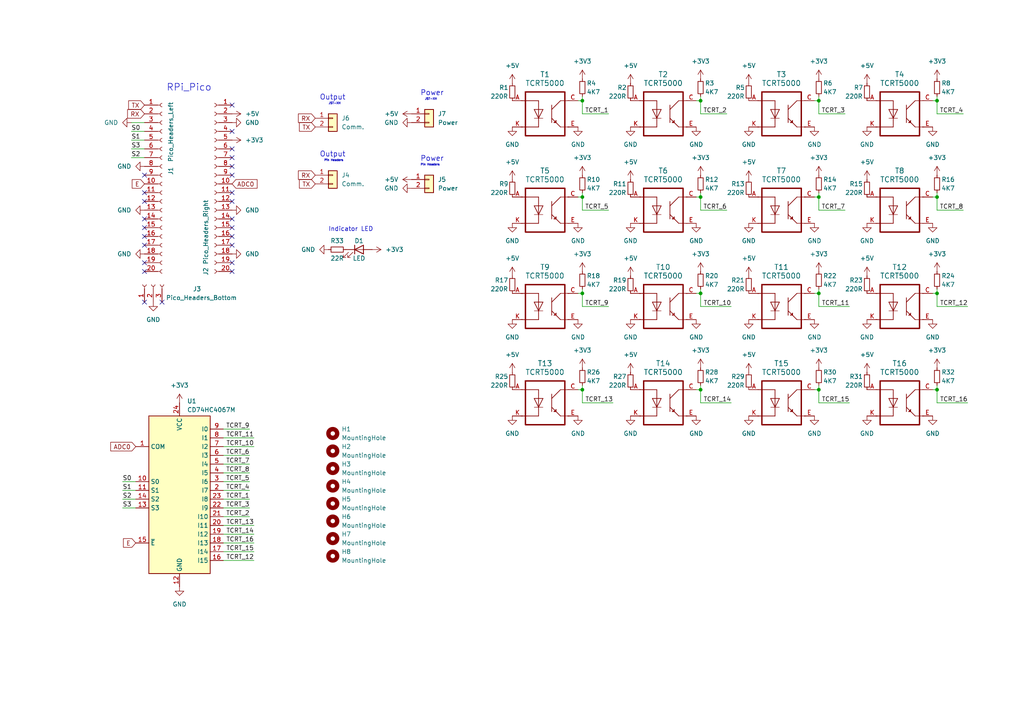
<source format=kicad_sch>
(kicad_sch (version 20230121) (generator eeschema)

  (uuid f8615cab-467a-416d-908e-846a687dab4c)

  (paper "A4")

  (title_block
    (title "Line Sensor PCB")
    (date "2024-07-16")
  )

  (lib_symbols
    (symbol "74xx:CD74HC4067M" (in_bom yes) (on_board yes)
      (property "Reference" "U" (at -8.89 22.86 0)
        (effects (font (size 1.27 1.27)) (justify left))
      )
      (property "Value" "CD74HC4067M" (at 1.27 22.86 0)
        (effects (font (size 1.27 1.27)) (justify left))
      )
      (property "Footprint" "Package_SO:SOIC-24W_7.5x15.4mm_P1.27mm" (at 22.86 -25.4 0)
        (effects (font (size 1.27 1.27) italic) hide)
      )
      (property "Datasheet" "http://www.ti.com/lit/ds/symlink/cd74hc4067.pdf" (at -8.89 21.59 0)
        (effects (font (size 1.27 1.27)) hide)
      )
      (property "ki_keywords" "multiplexer demultiplexer mux demux" (at 0 0 0)
        (effects (font (size 1.27 1.27)) hide)
      )
      (property "ki_description" "High-Speed CMOS Logic 16-Channel Analog Multiplexer/Demultiplexer, SOIC-24" (at 0 0 0)
        (effects (font (size 1.27 1.27)) hide)
      )
      (property "ki_fp_filters" "SOIC*W*7.5x15.4mm*P1.27mm*" (at 0 0 0)
        (effects (font (size 1.27 1.27)) hide)
      )
      (symbol "CD74HC4067M_0_1"
        (rectangle (start -8.89 21.59) (end 8.89 -24.13)
          (stroke (width 0.254) (type default))
          (fill (type background))
        )
      )
      (symbol "CD74HC4067M_1_1"
        (pin passive line (at -12.7 12.7 0) (length 3.81)
          (name "COM" (effects (font (size 1.27 1.27))))
          (number "1" (effects (font (size 1.27 1.27))))
        )
        (pin input line (at -12.7 2.54 0) (length 3.81)
          (name "S0" (effects (font (size 1.27 1.27))))
          (number "10" (effects (font (size 1.27 1.27))))
        )
        (pin input line (at -12.7 0 0) (length 3.81)
          (name "S1" (effects (font (size 1.27 1.27))))
          (number "11" (effects (font (size 1.27 1.27))))
        )
        (pin power_in line (at 0 -27.94 90) (length 3.81)
          (name "GND" (effects (font (size 1.27 1.27))))
          (number "12" (effects (font (size 1.27 1.27))))
        )
        (pin input line (at -12.7 -5.08 0) (length 3.81)
          (name "S3" (effects (font (size 1.27 1.27))))
          (number "13" (effects (font (size 1.27 1.27))))
        )
        (pin input line (at -12.7 -2.54 0) (length 3.81)
          (name "S2" (effects (font (size 1.27 1.27))))
          (number "14" (effects (font (size 1.27 1.27))))
        )
        (pin input line (at -12.7 -15.24 0) (length 3.81)
          (name "~{E}" (effects (font (size 1.27 1.27))))
          (number "15" (effects (font (size 1.27 1.27))))
        )
        (pin passive line (at 12.7 -20.32 180) (length 3.81)
          (name "I15" (effects (font (size 1.27 1.27))))
          (number "16" (effects (font (size 1.27 1.27))))
        )
        (pin passive line (at 12.7 -17.78 180) (length 3.81)
          (name "I14" (effects (font (size 1.27 1.27))))
          (number "17" (effects (font (size 1.27 1.27))))
        )
        (pin passive line (at 12.7 -15.24 180) (length 3.81)
          (name "I13" (effects (font (size 1.27 1.27))))
          (number "18" (effects (font (size 1.27 1.27))))
        )
        (pin passive line (at 12.7 -12.7 180) (length 3.81)
          (name "I12" (effects (font (size 1.27 1.27))))
          (number "19" (effects (font (size 1.27 1.27))))
        )
        (pin passive line (at 12.7 0 180) (length 3.81)
          (name "I7" (effects (font (size 1.27 1.27))))
          (number "2" (effects (font (size 1.27 1.27))))
        )
        (pin passive line (at 12.7 -10.16 180) (length 3.81)
          (name "I11" (effects (font (size 1.27 1.27))))
          (number "20" (effects (font (size 1.27 1.27))))
        )
        (pin passive line (at 12.7 -7.62 180) (length 3.81)
          (name "I10" (effects (font (size 1.27 1.27))))
          (number "21" (effects (font (size 1.27 1.27))))
        )
        (pin passive line (at 12.7 -5.08 180) (length 3.81)
          (name "I9" (effects (font (size 1.27 1.27))))
          (number "22" (effects (font (size 1.27 1.27))))
        )
        (pin passive line (at 12.7 -2.54 180) (length 3.81)
          (name "I8" (effects (font (size 1.27 1.27))))
          (number "23" (effects (font (size 1.27 1.27))))
        )
        (pin power_in line (at 0 25.4 270) (length 3.81)
          (name "VCC" (effects (font (size 1.27 1.27))))
          (number "24" (effects (font (size 1.27 1.27))))
        )
        (pin passive line (at 12.7 2.54 180) (length 3.81)
          (name "I6" (effects (font (size 1.27 1.27))))
          (number "3" (effects (font (size 1.27 1.27))))
        )
        (pin passive line (at 12.7 5.08 180) (length 3.81)
          (name "I5" (effects (font (size 1.27 1.27))))
          (number "4" (effects (font (size 1.27 1.27))))
        )
        (pin passive line (at 12.7 7.62 180) (length 3.81)
          (name "I4" (effects (font (size 1.27 1.27))))
          (number "5" (effects (font (size 1.27 1.27))))
        )
        (pin passive line (at 12.7 10.16 180) (length 3.81)
          (name "I3" (effects (font (size 1.27 1.27))))
          (number "6" (effects (font (size 1.27 1.27))))
        )
        (pin passive line (at 12.7 12.7 180) (length 3.81)
          (name "I2" (effects (font (size 1.27 1.27))))
          (number "7" (effects (font (size 1.27 1.27))))
        )
        (pin passive line (at 12.7 15.24 180) (length 3.81)
          (name "I1" (effects (font (size 1.27 1.27))))
          (number "8" (effects (font (size 1.27 1.27))))
        )
        (pin passive line (at 12.7 17.78 180) (length 3.81)
          (name "I0" (effects (font (size 1.27 1.27))))
          (number "9" (effects (font (size 1.27 1.27))))
        )
      )
    )
    (symbol "Connector:Conn_01x03_Socket" (pin_names (offset 1.016) hide) (in_bom yes) (on_board yes)
      (property "Reference" "J" (at 0 5.08 0)
        (effects (font (size 1.27 1.27)))
      )
      (property "Value" "Conn_01x03_Socket" (at 0 -5.08 0)
        (effects (font (size 1.27 1.27)))
      )
      (property "Footprint" "" (at 0 0 0)
        (effects (font (size 1.27 1.27)) hide)
      )
      (property "Datasheet" "~" (at 0 0 0)
        (effects (font (size 1.27 1.27)) hide)
      )
      (property "ki_locked" "" (at 0 0 0)
        (effects (font (size 1.27 1.27)))
      )
      (property "ki_keywords" "connector" (at 0 0 0)
        (effects (font (size 1.27 1.27)) hide)
      )
      (property "ki_description" "Generic connector, single row, 01x03, script generated" (at 0 0 0)
        (effects (font (size 1.27 1.27)) hide)
      )
      (property "ki_fp_filters" "Connector*:*_1x??_*" (at 0 0 0)
        (effects (font (size 1.27 1.27)) hide)
      )
      (symbol "Conn_01x03_Socket_1_1"
        (arc (start 0 -2.032) (mid -0.5058 -2.54) (end 0 -3.048)
          (stroke (width 0.1524) (type default))
          (fill (type none))
        )
        (polyline
          (pts
            (xy -1.27 -2.54)
            (xy -0.508 -2.54)
          )
          (stroke (width 0.1524) (type default))
          (fill (type none))
        )
        (polyline
          (pts
            (xy -1.27 0)
            (xy -0.508 0)
          )
          (stroke (width 0.1524) (type default))
          (fill (type none))
        )
        (polyline
          (pts
            (xy -1.27 2.54)
            (xy -0.508 2.54)
          )
          (stroke (width 0.1524) (type default))
          (fill (type none))
        )
        (arc (start 0 0.508) (mid -0.5058 0) (end 0 -0.508)
          (stroke (width 0.1524) (type default))
          (fill (type none))
        )
        (arc (start 0 3.048) (mid -0.5058 2.54) (end 0 2.032)
          (stroke (width 0.1524) (type default))
          (fill (type none))
        )
        (pin passive line (at -5.08 2.54 0) (length 3.81)
          (name "Pin_1" (effects (font (size 1.27 1.27))))
          (number "1" (effects (font (size 1.27 1.27))))
        )
        (pin passive line (at -5.08 0 0) (length 3.81)
          (name "Pin_2" (effects (font (size 1.27 1.27))))
          (number "2" (effects (font (size 1.27 1.27))))
        )
        (pin passive line (at -5.08 -2.54 0) (length 3.81)
          (name "Pin_3" (effects (font (size 1.27 1.27))))
          (number "3" (effects (font (size 1.27 1.27))))
        )
      )
    )
    (symbol "Connector:Conn_01x20_Socket" (pin_names (offset 1.016) hide) (in_bom yes) (on_board yes)
      (property "Reference" "J" (at 0 25.4 0)
        (effects (font (size 1.27 1.27)))
      )
      (property "Value" "Conn_01x20_Socket" (at 0 -27.94 0)
        (effects (font (size 1.27 1.27)))
      )
      (property "Footprint" "" (at 0 0 0)
        (effects (font (size 1.27 1.27)) hide)
      )
      (property "Datasheet" "~" (at 0 0 0)
        (effects (font (size 1.27 1.27)) hide)
      )
      (property "ki_locked" "" (at 0 0 0)
        (effects (font (size 1.27 1.27)))
      )
      (property "ki_keywords" "connector" (at 0 0 0)
        (effects (font (size 1.27 1.27)) hide)
      )
      (property "ki_description" "Generic connector, single row, 01x20, script generated" (at 0 0 0)
        (effects (font (size 1.27 1.27)) hide)
      )
      (property "ki_fp_filters" "Connector*:*_1x??_*" (at 0 0 0)
        (effects (font (size 1.27 1.27)) hide)
      )
      (symbol "Conn_01x20_Socket_1_1"
        (arc (start 0 -24.892) (mid -0.5058 -25.4) (end 0 -25.908)
          (stroke (width 0.1524) (type default))
          (fill (type none))
        )
        (arc (start 0 -22.352) (mid -0.5058 -22.86) (end 0 -23.368)
          (stroke (width 0.1524) (type default))
          (fill (type none))
        )
        (arc (start 0 -19.812) (mid -0.5058 -20.32) (end 0 -20.828)
          (stroke (width 0.1524) (type default))
          (fill (type none))
        )
        (arc (start 0 -17.272) (mid -0.5058 -17.78) (end 0 -18.288)
          (stroke (width 0.1524) (type default))
          (fill (type none))
        )
        (arc (start 0 -14.732) (mid -0.5058 -15.24) (end 0 -15.748)
          (stroke (width 0.1524) (type default))
          (fill (type none))
        )
        (arc (start 0 -12.192) (mid -0.5058 -12.7) (end 0 -13.208)
          (stroke (width 0.1524) (type default))
          (fill (type none))
        )
        (arc (start 0 -9.652) (mid -0.5058 -10.16) (end 0 -10.668)
          (stroke (width 0.1524) (type default))
          (fill (type none))
        )
        (arc (start 0 -7.112) (mid -0.5058 -7.62) (end 0 -8.128)
          (stroke (width 0.1524) (type default))
          (fill (type none))
        )
        (arc (start 0 -4.572) (mid -0.5058 -5.08) (end 0 -5.588)
          (stroke (width 0.1524) (type default))
          (fill (type none))
        )
        (arc (start 0 -2.032) (mid -0.5058 -2.54) (end 0 -3.048)
          (stroke (width 0.1524) (type default))
          (fill (type none))
        )
        (polyline
          (pts
            (xy -1.27 -25.4)
            (xy -0.508 -25.4)
          )
          (stroke (width 0.1524) (type default))
          (fill (type none))
        )
        (polyline
          (pts
            (xy -1.27 -22.86)
            (xy -0.508 -22.86)
          )
          (stroke (width 0.1524) (type default))
          (fill (type none))
        )
        (polyline
          (pts
            (xy -1.27 -20.32)
            (xy -0.508 -20.32)
          )
          (stroke (width 0.1524) (type default))
          (fill (type none))
        )
        (polyline
          (pts
            (xy -1.27 -17.78)
            (xy -0.508 -17.78)
          )
          (stroke (width 0.1524) (type default))
          (fill (type none))
        )
        (polyline
          (pts
            (xy -1.27 -15.24)
            (xy -0.508 -15.24)
          )
          (stroke (width 0.1524) (type default))
          (fill (type none))
        )
        (polyline
          (pts
            (xy -1.27 -12.7)
            (xy -0.508 -12.7)
          )
          (stroke (width 0.1524) (type default))
          (fill (type none))
        )
        (polyline
          (pts
            (xy -1.27 -10.16)
            (xy -0.508 -10.16)
          )
          (stroke (width 0.1524) (type default))
          (fill (type none))
        )
        (polyline
          (pts
            (xy -1.27 -7.62)
            (xy -0.508 -7.62)
          )
          (stroke (width 0.1524) (type default))
          (fill (type none))
        )
        (polyline
          (pts
            (xy -1.27 -5.08)
            (xy -0.508 -5.08)
          )
          (stroke (width 0.1524) (type default))
          (fill (type none))
        )
        (polyline
          (pts
            (xy -1.27 -2.54)
            (xy -0.508 -2.54)
          )
          (stroke (width 0.1524) (type default))
          (fill (type none))
        )
        (polyline
          (pts
            (xy -1.27 0)
            (xy -0.508 0)
          )
          (stroke (width 0.1524) (type default))
          (fill (type none))
        )
        (polyline
          (pts
            (xy -1.27 2.54)
            (xy -0.508 2.54)
          )
          (stroke (width 0.1524) (type default))
          (fill (type none))
        )
        (polyline
          (pts
            (xy -1.27 5.08)
            (xy -0.508 5.08)
          )
          (stroke (width 0.1524) (type default))
          (fill (type none))
        )
        (polyline
          (pts
            (xy -1.27 7.62)
            (xy -0.508 7.62)
          )
          (stroke (width 0.1524) (type default))
          (fill (type none))
        )
        (polyline
          (pts
            (xy -1.27 10.16)
            (xy -0.508 10.16)
          )
          (stroke (width 0.1524) (type default))
          (fill (type none))
        )
        (polyline
          (pts
            (xy -1.27 12.7)
            (xy -0.508 12.7)
          )
          (stroke (width 0.1524) (type default))
          (fill (type none))
        )
        (polyline
          (pts
            (xy -1.27 15.24)
            (xy -0.508 15.24)
          )
          (stroke (width 0.1524) (type default))
          (fill (type none))
        )
        (polyline
          (pts
            (xy -1.27 17.78)
            (xy -0.508 17.78)
          )
          (stroke (width 0.1524) (type default))
          (fill (type none))
        )
        (polyline
          (pts
            (xy -1.27 20.32)
            (xy -0.508 20.32)
          )
          (stroke (width 0.1524) (type default))
          (fill (type none))
        )
        (polyline
          (pts
            (xy -1.27 22.86)
            (xy -0.508 22.86)
          )
          (stroke (width 0.1524) (type default))
          (fill (type none))
        )
        (arc (start 0 0.508) (mid -0.5058 0) (end 0 -0.508)
          (stroke (width 0.1524) (type default))
          (fill (type none))
        )
        (arc (start 0 3.048) (mid -0.5058 2.54) (end 0 2.032)
          (stroke (width 0.1524) (type default))
          (fill (type none))
        )
        (arc (start 0 5.588) (mid -0.5058 5.08) (end 0 4.572)
          (stroke (width 0.1524) (type default))
          (fill (type none))
        )
        (arc (start 0 8.128) (mid -0.5058 7.62) (end 0 7.112)
          (stroke (width 0.1524) (type default))
          (fill (type none))
        )
        (arc (start 0 10.668) (mid -0.5058 10.16) (end 0 9.652)
          (stroke (width 0.1524) (type default))
          (fill (type none))
        )
        (arc (start 0 13.208) (mid -0.5058 12.7) (end 0 12.192)
          (stroke (width 0.1524) (type default))
          (fill (type none))
        )
        (arc (start 0 15.748) (mid -0.5058 15.24) (end 0 14.732)
          (stroke (width 0.1524) (type default))
          (fill (type none))
        )
        (arc (start 0 18.288) (mid -0.5058 17.78) (end 0 17.272)
          (stroke (width 0.1524) (type default))
          (fill (type none))
        )
        (arc (start 0 20.828) (mid -0.5058 20.32) (end 0 19.812)
          (stroke (width 0.1524) (type default))
          (fill (type none))
        )
        (arc (start 0 23.368) (mid -0.5058 22.86) (end 0 22.352)
          (stroke (width 0.1524) (type default))
          (fill (type none))
        )
        (pin passive line (at -5.08 22.86 0) (length 3.81)
          (name "Pin_1" (effects (font (size 1.27 1.27))))
          (number "1" (effects (font (size 1.27 1.27))))
        )
        (pin passive line (at -5.08 0 0) (length 3.81)
          (name "Pin_10" (effects (font (size 1.27 1.27))))
          (number "10" (effects (font (size 1.27 1.27))))
        )
        (pin passive line (at -5.08 -2.54 0) (length 3.81)
          (name "Pin_11" (effects (font (size 1.27 1.27))))
          (number "11" (effects (font (size 1.27 1.27))))
        )
        (pin passive line (at -5.08 -5.08 0) (length 3.81)
          (name "Pin_12" (effects (font (size 1.27 1.27))))
          (number "12" (effects (font (size 1.27 1.27))))
        )
        (pin passive line (at -5.08 -7.62 0) (length 3.81)
          (name "Pin_13" (effects (font (size 1.27 1.27))))
          (number "13" (effects (font (size 1.27 1.27))))
        )
        (pin passive line (at -5.08 -10.16 0) (length 3.81)
          (name "Pin_14" (effects (font (size 1.27 1.27))))
          (number "14" (effects (font (size 1.27 1.27))))
        )
        (pin passive line (at -5.08 -12.7 0) (length 3.81)
          (name "Pin_15" (effects (font (size 1.27 1.27))))
          (number "15" (effects (font (size 1.27 1.27))))
        )
        (pin passive line (at -5.08 -15.24 0) (length 3.81)
          (name "Pin_16" (effects (font (size 1.27 1.27))))
          (number "16" (effects (font (size 1.27 1.27))))
        )
        (pin passive line (at -5.08 -17.78 0) (length 3.81)
          (name "Pin_17" (effects (font (size 1.27 1.27))))
          (number "17" (effects (font (size 1.27 1.27))))
        )
        (pin passive line (at -5.08 -20.32 0) (length 3.81)
          (name "Pin_18" (effects (font (size 1.27 1.27))))
          (number "18" (effects (font (size 1.27 1.27))))
        )
        (pin passive line (at -5.08 -22.86 0) (length 3.81)
          (name "Pin_19" (effects (font (size 1.27 1.27))))
          (number "19" (effects (font (size 1.27 1.27))))
        )
        (pin passive line (at -5.08 20.32 0) (length 3.81)
          (name "Pin_2" (effects (font (size 1.27 1.27))))
          (number "2" (effects (font (size 1.27 1.27))))
        )
        (pin passive line (at -5.08 -25.4 0) (length 3.81)
          (name "Pin_20" (effects (font (size 1.27 1.27))))
          (number "20" (effects (font (size 1.27 1.27))))
        )
        (pin passive line (at -5.08 17.78 0) (length 3.81)
          (name "Pin_3" (effects (font (size 1.27 1.27))))
          (number "3" (effects (font (size 1.27 1.27))))
        )
        (pin passive line (at -5.08 15.24 0) (length 3.81)
          (name "Pin_4" (effects (font (size 1.27 1.27))))
          (number "4" (effects (font (size 1.27 1.27))))
        )
        (pin passive line (at -5.08 12.7 0) (length 3.81)
          (name "Pin_5" (effects (font (size 1.27 1.27))))
          (number "5" (effects (font (size 1.27 1.27))))
        )
        (pin passive line (at -5.08 10.16 0) (length 3.81)
          (name "Pin_6" (effects (font (size 1.27 1.27))))
          (number "6" (effects (font (size 1.27 1.27))))
        )
        (pin passive line (at -5.08 7.62 0) (length 3.81)
          (name "Pin_7" (effects (font (size 1.27 1.27))))
          (number "7" (effects (font (size 1.27 1.27))))
        )
        (pin passive line (at -5.08 5.08 0) (length 3.81)
          (name "Pin_8" (effects (font (size 1.27 1.27))))
          (number "8" (effects (font (size 1.27 1.27))))
        )
        (pin passive line (at -5.08 2.54 0) (length 3.81)
          (name "Pin_9" (effects (font (size 1.27 1.27))))
          (number "9" (effects (font (size 1.27 1.27))))
        )
      )
    )
    (symbol "Connector_Generic:Conn_01x02" (pin_names (offset 1.016) hide) (in_bom yes) (on_board yes)
      (property "Reference" "J" (at 0 2.54 0)
        (effects (font (size 1.27 1.27)))
      )
      (property "Value" "Conn_01x02" (at 0 -5.08 0)
        (effects (font (size 1.27 1.27)))
      )
      (property "Footprint" "" (at 0 0 0)
        (effects (font (size 1.27 1.27)) hide)
      )
      (property "Datasheet" "~" (at 0 0 0)
        (effects (font (size 1.27 1.27)) hide)
      )
      (property "ki_keywords" "connector" (at 0 0 0)
        (effects (font (size 1.27 1.27)) hide)
      )
      (property "ki_description" "Generic connector, single row, 01x02, script generated (kicad-library-utils/schlib/autogen/connector/)" (at 0 0 0)
        (effects (font (size 1.27 1.27)) hide)
      )
      (property "ki_fp_filters" "Connector*:*_1x??_*" (at 0 0 0)
        (effects (font (size 1.27 1.27)) hide)
      )
      (symbol "Conn_01x02_1_1"
        (rectangle (start -1.27 -2.413) (end 0 -2.667)
          (stroke (width 0.1524) (type default))
          (fill (type none))
        )
        (rectangle (start -1.27 0.127) (end 0 -0.127)
          (stroke (width 0.1524) (type default))
          (fill (type none))
        )
        (rectangle (start -1.27 1.27) (end 1.27 -3.81)
          (stroke (width 0.254) (type default))
          (fill (type background))
        )
        (pin passive line (at -5.08 0 0) (length 3.81)
          (name "Pin_1" (effects (font (size 1.27 1.27))))
          (number "1" (effects (font (size 1.27 1.27))))
        )
        (pin passive line (at -5.08 -2.54 0) (length 3.81)
          (name "Pin_2" (effects (font (size 1.27 1.27))))
          (number "2" (effects (font (size 1.27 1.27))))
        )
      )
    )
    (symbol "Device:LED" (pin_numbers hide) (pin_names (offset 1.016) hide) (in_bom yes) (on_board yes)
      (property "Reference" "D" (at 0 2.54 0)
        (effects (font (size 1.27 1.27)))
      )
      (property "Value" "LED" (at 0 -2.54 0)
        (effects (font (size 1.27 1.27)))
      )
      (property "Footprint" "" (at 0 0 0)
        (effects (font (size 1.27 1.27)) hide)
      )
      (property "Datasheet" "~" (at 0 0 0)
        (effects (font (size 1.27 1.27)) hide)
      )
      (property "ki_keywords" "LED diode" (at 0 0 0)
        (effects (font (size 1.27 1.27)) hide)
      )
      (property "ki_description" "Light emitting diode" (at 0 0 0)
        (effects (font (size 1.27 1.27)) hide)
      )
      (property "ki_fp_filters" "LED* LED_SMD:* LED_THT:*" (at 0 0 0)
        (effects (font (size 1.27 1.27)) hide)
      )
      (symbol "LED_0_1"
        (polyline
          (pts
            (xy -1.27 -1.27)
            (xy -1.27 1.27)
          )
          (stroke (width 0.254) (type default))
          (fill (type none))
        )
        (polyline
          (pts
            (xy -1.27 0)
            (xy 1.27 0)
          )
          (stroke (width 0) (type default))
          (fill (type none))
        )
        (polyline
          (pts
            (xy 1.27 -1.27)
            (xy 1.27 1.27)
            (xy -1.27 0)
            (xy 1.27 -1.27)
          )
          (stroke (width 0.254) (type default))
          (fill (type none))
        )
        (polyline
          (pts
            (xy -3.048 -0.762)
            (xy -4.572 -2.286)
            (xy -3.81 -2.286)
            (xy -4.572 -2.286)
            (xy -4.572 -1.524)
          )
          (stroke (width 0) (type default))
          (fill (type none))
        )
        (polyline
          (pts
            (xy -1.778 -0.762)
            (xy -3.302 -2.286)
            (xy -2.54 -2.286)
            (xy -3.302 -2.286)
            (xy -3.302 -1.524)
          )
          (stroke (width 0) (type default))
          (fill (type none))
        )
      )
      (symbol "LED_1_1"
        (pin passive line (at -3.81 0 0) (length 2.54)
          (name "K" (effects (font (size 1.27 1.27))))
          (number "1" (effects (font (size 1.27 1.27))))
        )
        (pin passive line (at 3.81 0 180) (length 2.54)
          (name "A" (effects (font (size 1.27 1.27))))
          (number "2" (effects (font (size 1.27 1.27))))
        )
      )
    )
    (symbol "Device:R_Small" (pin_numbers hide) (pin_names (offset 0.254) hide) (in_bom yes) (on_board yes)
      (property "Reference" "R" (at 0.762 0.508 0)
        (effects (font (size 1.27 1.27)) (justify left))
      )
      (property "Value" "R_Small" (at 0.762 -1.016 0)
        (effects (font (size 1.27 1.27)) (justify left))
      )
      (property "Footprint" "" (at 0 0 0)
        (effects (font (size 1.27 1.27)) hide)
      )
      (property "Datasheet" "~" (at 0 0 0)
        (effects (font (size 1.27 1.27)) hide)
      )
      (property "ki_keywords" "R resistor" (at 0 0 0)
        (effects (font (size 1.27 1.27)) hide)
      )
      (property "ki_description" "Resistor, small symbol" (at 0 0 0)
        (effects (font (size 1.27 1.27)) hide)
      )
      (property "ki_fp_filters" "R_*" (at 0 0 0)
        (effects (font (size 1.27 1.27)) hide)
      )
      (symbol "R_Small_0_1"
        (rectangle (start -0.762 1.778) (end 0.762 -1.778)
          (stroke (width 0.2032) (type default))
          (fill (type none))
        )
      )
      (symbol "R_Small_1_1"
        (pin passive line (at 0 2.54 270) (length 0.762)
          (name "~" (effects (font (size 1.27 1.27))))
          (number "1" (effects (font (size 1.27 1.27))))
        )
        (pin passive line (at 0 -2.54 90) (length 0.762)
          (name "~" (effects (font (size 1.27 1.27))))
          (number "2" (effects (font (size 1.27 1.27))))
        )
      )
    )
    (symbol "Mechanical:MountingHole" (pin_names (offset 1.016)) (in_bom yes) (on_board yes)
      (property "Reference" "H" (at 0 5.08 0)
        (effects (font (size 1.27 1.27)))
      )
      (property "Value" "MountingHole" (at 0 3.175 0)
        (effects (font (size 1.27 1.27)))
      )
      (property "Footprint" "" (at 0 0 0)
        (effects (font (size 1.27 1.27)) hide)
      )
      (property "Datasheet" "~" (at 0 0 0)
        (effects (font (size 1.27 1.27)) hide)
      )
      (property "ki_keywords" "mounting hole" (at 0 0 0)
        (effects (font (size 1.27 1.27)) hide)
      )
      (property "ki_description" "Mounting Hole without connection" (at 0 0 0)
        (effects (font (size 1.27 1.27)) hide)
      )
      (property "ki_fp_filters" "MountingHole*" (at 0 0 0)
        (effects (font (size 1.27 1.27)) hide)
      )
      (symbol "MountingHole_0_1"
        (circle (center 0 0) (radius 1.27)
          (stroke (width 1.27) (type default))
          (fill (type none))
        )
      )
    )
    (symbol "TCRT5000:TCRT5000" (pin_names (offset 0.254) hide) (in_bom yes) (on_board yes)
      (property "Reference" "T" (at 0 11.43 0)
        (effects (font (size 1.524 1.524)))
      )
      (property "Value" "TCRT5000" (at 0 8.89 0)
        (effects (font (size 1.524 1.524)))
      )
      (property "Footprint" "TCRT5000:TCRT5000" (at -16.51 8.89 0)
        (effects (font (size 1.27 1.27) italic) hide)
      )
      (property "Datasheet" "TCRT5000" (at -16.51 6.35 0)
        (effects (font (size 1.27 1.27) italic) hide)
      )
      (property "ki_keywords" "TCRT5000" (at 0 0 0)
        (effects (font (size 1.27 1.27)) hide)
      )
      (property "ki_fp_filters" "TCRT5000" (at 0 0 0)
        (effects (font (size 1.27 1.27)) hide)
      )
      (symbol "TCRT5000_0_1"
        (polyline
          (pts
            (xy -5.08 -3.81)
            (xy -7.62 -3.81)
          )
          (stroke (width 0) (type default))
          (fill (type none))
        )
        (polyline
          (pts
            (xy -5.08 3.81)
            (xy -7.62 3.81)
          )
          (stroke (width 0) (type default))
          (fill (type none))
        )
        (polyline
          (pts
            (xy -3.81 -2.54)
            (xy -3.81 -1.905)
          )
          (stroke (width 0.127) (type default))
          (fill (type none))
        )
        (polyline
          (pts
            (xy -3.81 -2.54)
            (xy -3.175 -2.54)
          )
          (stroke (width 0.127) (type default))
          (fill (type none))
        )
        (polyline
          (pts
            (xy -3.175 -2.54)
            (xy -3.81 -1.905)
          )
          (stroke (width 0.127) (type default))
          (fill (type none))
        )
        (polyline
          (pts
            (xy 0 -1.27)
            (xy 2.54 -1.27)
          )
          (stroke (width 0.127) (type default))
          (fill (type none))
        )
        (polyline
          (pts
            (xy -3.81 -1.905)
            (xy -3.81 -2.54)
            (xy -3.175 -2.54)
          )
          (stroke (width 0) (type default))
          (fill (type outline))
        )
      )
      (symbol "TCRT5000_1_1"
        (rectangle (start -6.35 6.35) (end 5.08 -6.35)
          (stroke (width 0.4) (type default))
          (fill (type none))
        )
        (polyline
          (pts
            (xy -5.08 -3.81)
            (xy -2.54 -1.27)
          )
          (stroke (width 0.2) (type default))
          (fill (type none))
        )
        (polyline
          (pts
            (xy -5.08 3.81)
            (xy -2.54 1.27)
          )
          (stroke (width 0.2) (type default))
          (fill (type none))
        )
        (polyline
          (pts
            (xy -2.54 2.54)
            (xy -2.54 -2.54)
          )
          (stroke (width 0.2) (type default))
          (fill (type none))
        )
        (polyline
          (pts
            (xy 0 1.27)
            (xy 1.27 -1.27)
          )
          (stroke (width 0.2) (type default))
          (fill (type none))
        )
        (polyline
          (pts
            (xy 0 1.27)
            (xy 2.54 1.27)
          )
          (stroke (width 0.2) (type default))
          (fill (type none))
        )
        (polyline
          (pts
            (xy 1.27 -3.81)
            (xy 1.27 3.81)
          )
          (stroke (width 0.2) (type default))
          (fill (type none))
        )
        (polyline
          (pts
            (xy 1.27 -1.27)
            (xy 2.54 1.27)
          )
          (stroke (width 0.2) (type default))
          (fill (type none))
        )
        (polyline
          (pts
            (xy 6.35 -3.81)
            (xy 1.27 -3.81)
          )
          (stroke (width 0.2) (type default))
          (fill (type none))
        )
        (polyline
          (pts
            (xy 6.35 3.81)
            (xy 1.27 3.81)
          )
          (stroke (width 0.2) (type default))
          (fill (type none))
        )
        (pin passive line (at 8.89 3.81 180) (length 3)
          (name "Anode" (effects (font (size 1.27 1.27))))
          (number "A" (effects (font (size 1.27 1.27))))
        )
        (pin open_collector line (at -10.16 3.81 0) (length 3)
          (name "Collector" (effects (font (size 1.27 1.27))))
          (number "C" (effects (font (size 1.27 1.27))))
        )
        (pin passive line (at -10.16 -3.81 0) (length 3)
          (name "Emitter" (effects (font (size 1.27 1.27))))
          (number "E" (effects (font (size 1.27 1.27))))
        )
        (pin passive line (at 8.89 -3.81 180) (length 3)
          (name "Cathode" (effects (font (size 1.27 1.27))))
          (number "K" (effects (font (size 1.27 1.27))))
        )
      )
    )
    (symbol "power:+3V3" (power) (pin_names (offset 0)) (in_bom yes) (on_board yes)
      (property "Reference" "#PWR" (at 0 -3.81 0)
        (effects (font (size 1.27 1.27)) hide)
      )
      (property "Value" "+3V3" (at 0 3.556 0)
        (effects (font (size 1.27 1.27)))
      )
      (property "Footprint" "" (at 0 0 0)
        (effects (font (size 1.27 1.27)) hide)
      )
      (property "Datasheet" "" (at 0 0 0)
        (effects (font (size 1.27 1.27)) hide)
      )
      (property "ki_keywords" "global power" (at 0 0 0)
        (effects (font (size 1.27 1.27)) hide)
      )
      (property "ki_description" "Power symbol creates a global label with name \"+3V3\"" (at 0 0 0)
        (effects (font (size 1.27 1.27)) hide)
      )
      (symbol "+3V3_0_1"
        (polyline
          (pts
            (xy -0.762 1.27)
            (xy 0 2.54)
          )
          (stroke (width 0) (type default))
          (fill (type none))
        )
        (polyline
          (pts
            (xy 0 0)
            (xy 0 2.54)
          )
          (stroke (width 0) (type default))
          (fill (type none))
        )
        (polyline
          (pts
            (xy 0 2.54)
            (xy 0.762 1.27)
          )
          (stroke (width 0) (type default))
          (fill (type none))
        )
      )
      (symbol "+3V3_1_1"
        (pin power_in line (at 0 0 90) (length 0) hide
          (name "+3V3" (effects (font (size 1.27 1.27))))
          (number "1" (effects (font (size 1.27 1.27))))
        )
      )
    )
    (symbol "power:+5V" (power) (pin_names (offset 0)) (in_bom yes) (on_board yes)
      (property "Reference" "#PWR" (at 0 -3.81 0)
        (effects (font (size 1.27 1.27)) hide)
      )
      (property "Value" "+5V" (at 0 3.556 0)
        (effects (font (size 1.27 1.27)))
      )
      (property "Footprint" "" (at 0 0 0)
        (effects (font (size 1.27 1.27)) hide)
      )
      (property "Datasheet" "" (at 0 0 0)
        (effects (font (size 1.27 1.27)) hide)
      )
      (property "ki_keywords" "global power" (at 0 0 0)
        (effects (font (size 1.27 1.27)) hide)
      )
      (property "ki_description" "Power symbol creates a global label with name \"+5V\"" (at 0 0 0)
        (effects (font (size 1.27 1.27)) hide)
      )
      (symbol "+5V_0_1"
        (polyline
          (pts
            (xy -0.762 1.27)
            (xy 0 2.54)
          )
          (stroke (width 0) (type default))
          (fill (type none))
        )
        (polyline
          (pts
            (xy 0 0)
            (xy 0 2.54)
          )
          (stroke (width 0) (type default))
          (fill (type none))
        )
        (polyline
          (pts
            (xy 0 2.54)
            (xy 0.762 1.27)
          )
          (stroke (width 0) (type default))
          (fill (type none))
        )
      )
      (symbol "+5V_1_1"
        (pin power_in line (at 0 0 90) (length 0) hide
          (name "+5V" (effects (font (size 1.27 1.27))))
          (number "1" (effects (font (size 1.27 1.27))))
        )
      )
    )
    (symbol "power:GND" (power) (pin_names (offset 0)) (in_bom yes) (on_board yes)
      (property "Reference" "#PWR" (at 0 -6.35 0)
        (effects (font (size 1.27 1.27)) hide)
      )
      (property "Value" "GND" (at 0 -3.81 0)
        (effects (font (size 1.27 1.27)))
      )
      (property "Footprint" "" (at 0 0 0)
        (effects (font (size 1.27 1.27)) hide)
      )
      (property "Datasheet" "" (at 0 0 0)
        (effects (font (size 1.27 1.27)) hide)
      )
      (property "ki_keywords" "global power" (at 0 0 0)
        (effects (font (size 1.27 1.27)) hide)
      )
      (property "ki_description" "Power symbol creates a global label with name \"GND\" , ground" (at 0 0 0)
        (effects (font (size 1.27 1.27)) hide)
      )
      (symbol "GND_0_1"
        (polyline
          (pts
            (xy 0 0)
            (xy 0 -1.27)
            (xy 1.27 -1.27)
            (xy 0 -2.54)
            (xy -1.27 -1.27)
            (xy 0 -1.27)
          )
          (stroke (width 0) (type default))
          (fill (type none))
        )
      )
      (symbol "GND_1_1"
        (pin power_in line (at 0 0 270) (length 0) hide
          (name "GND" (effects (font (size 1.27 1.27))))
          (number "1" (effects (font (size 1.27 1.27))))
        )
      )
    )
  )

  (junction (at 237.49 29.21) (diameter 0) (color 0 0 0 0)
    (uuid 2070caa5-c915-4197-844c-97be6aed36c3)
  )
  (junction (at 168.91 113.03) (diameter 0) (color 0 0 0 0)
    (uuid 2ea5e68f-6c96-436e-bf2c-9a27ed3a4db3)
  )
  (junction (at 237.49 85.09) (diameter 0) (color 0 0 0 0)
    (uuid 38073bc0-014f-4bb8-bebd-c94f76972a8e)
  )
  (junction (at 168.91 57.15) (diameter 0) (color 0 0 0 0)
    (uuid 3ecb2e08-8ea3-495e-bb30-393ce2f0fd59)
  )
  (junction (at 168.91 29.21) (diameter 0) (color 0 0 0 0)
    (uuid 41636223-d249-4c61-895f-7e5a640cf807)
  )
  (junction (at 168.91 85.09) (diameter 0) (color 0 0 0 0)
    (uuid 579df2ac-a351-4fac-a3f7-05ef3182ad1c)
  )
  (junction (at 203.2 57.15) (diameter 0) (color 0 0 0 0)
    (uuid 609b84dc-77ea-422d-af8a-c91f96c7e29a)
  )
  (junction (at 271.78 29.21) (diameter 0) (color 0 0 0 0)
    (uuid 79be18d0-7670-4dd9-839d-3c644e88dfe9)
  )
  (junction (at 237.49 57.15) (diameter 0) (color 0 0 0 0)
    (uuid 99645529-5063-411f-9468-1e83e4d676f8)
  )
  (junction (at 271.78 85.09) (diameter 0) (color 0 0 0 0)
    (uuid 99f63892-7391-4aa3-a644-2f0b06dc97c4)
  )
  (junction (at 271.78 57.15) (diameter 0) (color 0 0 0 0)
    (uuid a3373955-2e1c-4a50-9900-7fad9b6a8d28)
  )
  (junction (at 203.2 113.03) (diameter 0) (color 0 0 0 0)
    (uuid a47f5767-09a6-45c8-9fb5-6eb8b28ca156)
  )
  (junction (at 203.2 85.09) (diameter 0) (color 0 0 0 0)
    (uuid b2280eee-d89f-4e0f-ade5-3396c155a0ac)
  )
  (junction (at 237.49 113.03) (diameter 0) (color 0 0 0 0)
    (uuid ca96aa02-31d3-474f-b983-9f3b79df4a01)
  )
  (junction (at 203.2 29.21) (diameter 0) (color 0 0 0 0)
    (uuid d542a9b8-3412-4398-a2b8-4851c5101459)
  )
  (junction (at 271.78 113.03) (diameter 0) (color 0 0 0 0)
    (uuid d697e32d-e164-428e-bdad-0cd1494b8974)
  )

  (no_connect (at 67.31 48.26) (uuid 02fb931a-0235-4e4f-b2ae-71e5a6929bbb))
  (no_connect (at 46.99 87.63) (uuid 175c6bac-0811-403d-bd33-bba9f336b7a3))
  (no_connect (at 41.91 50.8) (uuid 2a3f5122-f77d-4924-a5b9-67a7dd9d2d2b))
  (no_connect (at 67.31 38.1) (uuid 2abb08f1-34af-48ff-9152-898df94362ef))
  (no_connect (at 67.31 30.48) (uuid 2ee7ac94-dddb-42e5-beae-5fdf0b2ee761))
  (no_connect (at 67.31 63.5) (uuid 4035ddac-8c8c-4924-8036-be16a52c8f24))
  (no_connect (at 67.31 68.58) (uuid 45e7f3f3-89a9-44f2-86dc-bdfdd41c0e1d))
  (no_connect (at 41.91 68.58) (uuid 63babd51-abf5-43ee-943e-2438df484790))
  (no_connect (at 67.31 55.88) (uuid 63e9efb7-c9ff-4458-bffa-c203756d0975))
  (no_connect (at 67.31 76.2) (uuid 6766396d-c218-4d03-8bcf-3c2fd16e9ece))
  (no_connect (at 67.31 50.8) (uuid 6c2da2dd-ce40-4046-8237-81eed96484e9))
  (no_connect (at 41.91 78.74) (uuid 6f6b5b1b-ef51-4903-a78f-460c8ea3dddb))
  (no_connect (at 41.91 55.88) (uuid 792a9432-7416-478b-8998-5b52cce0ae8e))
  (no_connect (at 41.91 87.63) (uuid 9fdfca1c-bf1d-4471-9a09-55b58d3e15d7))
  (no_connect (at 41.91 71.12) (uuid a1507d2b-5be4-4047-9105-6bafef49d446))
  (no_connect (at 67.31 71.12) (uuid a69e1225-46c9-41e8-ad5a-81e8784f3bb2))
  (no_connect (at 67.31 66.04) (uuid b24d2140-4afe-45f9-b951-f468ebb09f51))
  (no_connect (at 41.91 58.42) (uuid b3e369a7-5d96-4507-9611-50b6a8b737d8))
  (no_connect (at 41.91 63.5) (uuid b742aaab-4c2a-4244-bcb9-9a5db4a6f201))
  (no_connect (at 67.31 58.42) (uuid b8acf306-55ec-422a-878d-8551f3eac75e))
  (no_connect (at 67.31 43.18) (uuid d1371793-aa46-4720-ab32-f106ad9e064f))
  (no_connect (at 41.91 76.2) (uuid e3dc3e73-b0d4-4b5e-af58-6690bb463c4e))
  (no_connect (at 41.91 66.04) (uuid e67178af-e2d2-4875-ab8d-242d4872e1ca))
  (no_connect (at 67.31 78.74) (uuid e967eb51-9b2e-41e6-916c-599fdc2ae241))
  (no_connect (at 67.31 45.72) (uuid ea7ce83a-82ad-43f5-90d2-e7343abac145))

  (wire (pts (xy 203.2 88.9) (xy 212.09 88.9))
    (stroke (width 0) (type default))
    (uuid 030e2a94-fd5d-4d38-9c23-6579f7f3c0ad)
  )
  (wire (pts (xy 203.2 60.96) (xy 203.2 57.15))
    (stroke (width 0) (type default))
    (uuid 037b1eb3-c565-4233-830e-455d0f175a33)
  )
  (wire (pts (xy 271.78 33.02) (xy 271.78 29.21))
    (stroke (width 0) (type default))
    (uuid 03f42a11-354a-4575-97fb-39fc3bae5963)
  )
  (wire (pts (xy 203.2 57.15) (xy 203.2 55.88))
    (stroke (width 0) (type default))
    (uuid 05fff341-d372-48bf-b20f-a8ede9765349)
  )
  (wire (pts (xy 203.2 29.21) (xy 201.93 29.21))
    (stroke (width 0) (type default))
    (uuid 079c9cb3-679f-451a-8100-b6b2caed58e5)
  )
  (wire (pts (xy 38.1 45.72) (xy 41.91 45.72))
    (stroke (width 0) (type default))
    (uuid 09203b7d-642f-4e8f-90d5-6635697afec2)
  )
  (wire (pts (xy 203.2 116.84) (xy 212.09 116.84))
    (stroke (width 0) (type default))
    (uuid 0ae3bdbf-151a-4354-b70c-c68b13fc2529)
  )
  (wire (pts (xy 203.2 33.02) (xy 210.82 33.02))
    (stroke (width 0) (type default))
    (uuid 0d694531-52f8-498c-89aa-b7a60b54a299)
  )
  (wire (pts (xy 271.78 116.84) (xy 280.67 116.84))
    (stroke (width 0) (type default))
    (uuid 0f2479fc-c86c-4a5e-bdb7-ec6f043c94fb)
  )
  (wire (pts (xy 271.78 88.9) (xy 271.78 85.09))
    (stroke (width 0) (type default))
    (uuid 140f8a3e-8841-40e7-bb81-11a7fb83f73c)
  )
  (wire (pts (xy 271.78 57.15) (xy 270.51 57.15))
    (stroke (width 0) (type default))
    (uuid 1590630a-fa89-4087-b9ff-ddd8532b4a05)
  )
  (wire (pts (xy 203.2 85.09) (xy 201.93 85.09))
    (stroke (width 0) (type default))
    (uuid 1765324a-79fb-4446-b681-b6c91b453732)
  )
  (wire (pts (xy 203.2 88.9) (xy 203.2 85.09))
    (stroke (width 0) (type default))
    (uuid 1abeb5db-360f-458e-80b5-09908913477e)
  )
  (wire (pts (xy 271.78 29.21) (xy 271.78 27.94))
    (stroke (width 0) (type default))
    (uuid 1c80d199-d54e-41f1-92de-13dd5f47134a)
  )
  (wire (pts (xy 271.78 33.02) (xy 279.4 33.02))
    (stroke (width 0) (type default))
    (uuid 1e975e79-fec3-4d5b-8565-f2092a046ced)
  )
  (wire (pts (xy 64.77 152.4) (xy 73.66 152.4))
    (stroke (width 0) (type default))
    (uuid 21971576-a1f1-423d-815a-1d5996266914)
  )
  (wire (pts (xy 271.78 60.96) (xy 271.78 57.15))
    (stroke (width 0) (type default))
    (uuid 27f26ab8-6e04-4a60-ade8-bd1163ea0e84)
  )
  (wire (pts (xy 237.49 116.84) (xy 246.38 116.84))
    (stroke (width 0) (type default))
    (uuid 2d6a73ea-f0f0-4f38-8bd8-dbd6dcb20108)
  )
  (wire (pts (xy 72.39 134.62) (xy 64.77 134.62))
    (stroke (width 0) (type default))
    (uuid 2f6f85cb-cb82-4dd6-805d-c2fd4977c629)
  )
  (wire (pts (xy 168.91 116.84) (xy 168.91 113.03))
    (stroke (width 0) (type default))
    (uuid 30139771-7272-473e-b36d-3f33f89af601)
  )
  (wire (pts (xy 168.91 88.9) (xy 168.91 85.09))
    (stroke (width 0) (type default))
    (uuid 34c2cd15-7ea9-484d-8127-958a98276632)
  )
  (wire (pts (xy 168.91 57.15) (xy 168.91 55.88))
    (stroke (width 0) (type default))
    (uuid 3aec2755-5548-4339-9abc-7d463db6e5fb)
  )
  (wire (pts (xy 64.77 157.48) (xy 73.66 157.48))
    (stroke (width 0) (type default))
    (uuid 3c10420c-e5ab-44d3-949c-5c8d66009b1d)
  )
  (wire (pts (xy 168.91 88.9) (xy 176.53 88.9))
    (stroke (width 0) (type default))
    (uuid 43165caf-2ba3-45a4-bdb3-e09a519bc03b)
  )
  (wire (pts (xy 203.2 85.09) (xy 203.2 83.82))
    (stroke (width 0) (type default))
    (uuid 4521946c-573a-4cd3-bd29-3cf946c7973c)
  )
  (wire (pts (xy 72.39 142.24) (xy 64.77 142.24))
    (stroke (width 0) (type default))
    (uuid 4581c36a-6c29-4428-8864-881cd4973ef0)
  )
  (wire (pts (xy 38.1 38.1) (xy 41.91 38.1))
    (stroke (width 0) (type default))
    (uuid 4758e2fc-b254-4ea8-9fbb-182061b93bc4)
  )
  (wire (pts (xy 64.77 144.78) (xy 72.39 144.78))
    (stroke (width 0) (type default))
    (uuid 507f2666-3b2b-4d56-baa2-b9013bd2e1a6)
  )
  (wire (pts (xy 72.39 139.7) (xy 64.77 139.7))
    (stroke (width 0) (type default))
    (uuid 5219bd27-1ea0-4588-b58a-52b672975ec8)
  )
  (wire (pts (xy 64.77 160.02) (xy 73.66 160.02))
    (stroke (width 0) (type default))
    (uuid 5224e43c-ab03-4b36-955f-da04b7a4d0c0)
  )
  (wire (pts (xy 64.77 162.56) (xy 73.66 162.56))
    (stroke (width 0) (type default))
    (uuid 5339fdd3-3ffd-4e7c-9a91-ebff58b7ed1d)
  )
  (wire (pts (xy 203.2 60.96) (xy 210.82 60.96))
    (stroke (width 0) (type default))
    (uuid 53aa0dd9-95ce-48f9-a993-0e7df7961ee7)
  )
  (wire (pts (xy 203.2 113.03) (xy 203.2 111.76))
    (stroke (width 0) (type default))
    (uuid 557522ec-2bfa-4b3c-8adf-9855c4186228)
  )
  (wire (pts (xy 35.56 144.78) (xy 39.37 144.78))
    (stroke (width 0) (type default))
    (uuid 56e91297-4903-4b2f-a5fa-cdb3e95fff12)
  )
  (wire (pts (xy 168.91 85.09) (xy 167.64 85.09))
    (stroke (width 0) (type default))
    (uuid 5995f709-77cd-48e9-bf0a-43073397c163)
  )
  (wire (pts (xy 168.91 29.21) (xy 168.91 27.94))
    (stroke (width 0) (type default))
    (uuid 5ef259e2-a0ba-48d3-8552-696a9cfce7ee)
  )
  (wire (pts (xy 203.2 29.21) (xy 203.2 27.94))
    (stroke (width 0) (type default))
    (uuid 5fe0542a-ac57-4da4-98b2-70c6cc681708)
  )
  (wire (pts (xy 168.91 57.15) (xy 167.64 57.15))
    (stroke (width 0) (type default))
    (uuid 638a9e86-1980-4126-9a79-ec9d33331e18)
  )
  (wire (pts (xy 237.49 88.9) (xy 246.38 88.9))
    (stroke (width 0) (type default))
    (uuid 649b947c-7edf-4909-8693-c78eeb57f70f)
  )
  (wire (pts (xy 237.49 60.96) (xy 237.49 57.15))
    (stroke (width 0) (type default))
    (uuid 658d5cee-2aa6-408d-8256-1a3d85c49724)
  )
  (wire (pts (xy 203.2 57.15) (xy 201.93 57.15))
    (stroke (width 0) (type default))
    (uuid 667188a0-cbb7-4d3c-b719-eb35b32eff82)
  )
  (wire (pts (xy 35.56 139.7) (xy 39.37 139.7))
    (stroke (width 0) (type default))
    (uuid 672ff593-6f72-4a76-bf0b-9e2886ff58a9)
  )
  (wire (pts (xy 237.49 57.15) (xy 237.49 55.88))
    (stroke (width 0) (type default))
    (uuid 6ca63ac6-f9c0-412c-98b8-281c0644e934)
  )
  (wire (pts (xy 237.49 88.9) (xy 237.49 85.09))
    (stroke (width 0) (type default))
    (uuid 6cddc58d-8b47-4f34-8e5c-a207afad2073)
  )
  (wire (pts (xy 271.78 116.84) (xy 271.78 113.03))
    (stroke (width 0) (type default))
    (uuid 6d8b7c27-dfba-43d7-b691-835c8d782822)
  )
  (wire (pts (xy 73.66 129.54) (xy 64.77 129.54))
    (stroke (width 0) (type default))
    (uuid 6f41f226-5b16-4aca-8add-58694974ae8d)
  )
  (wire (pts (xy 72.39 124.46) (xy 64.77 124.46))
    (stroke (width 0) (type default))
    (uuid 70cc44c1-032c-4b21-bbce-cf262c286195)
  )
  (wire (pts (xy 271.78 113.03) (xy 271.78 111.76))
    (stroke (width 0) (type default))
    (uuid 7a99eaef-7138-4d30-9275-51caf4b1feec)
  )
  (wire (pts (xy 237.49 113.03) (xy 236.22 113.03))
    (stroke (width 0) (type default))
    (uuid 7cf022be-c99b-48c5-98d4-c9e56e342ab7)
  )
  (wire (pts (xy 168.91 116.84) (xy 177.8 116.84))
    (stroke (width 0) (type default))
    (uuid 7e43b933-d143-49e0-ac68-294b160111df)
  )
  (wire (pts (xy 271.78 85.09) (xy 271.78 83.82))
    (stroke (width 0) (type default))
    (uuid 8702da79-c254-478e-9105-6c56cc8594c2)
  )
  (wire (pts (xy 168.91 60.96) (xy 176.53 60.96))
    (stroke (width 0) (type default))
    (uuid 887209fa-dc46-4dd8-8489-c466acf052cb)
  )
  (wire (pts (xy 38.1 43.18) (xy 41.91 43.18))
    (stroke (width 0) (type default))
    (uuid 887ce1d8-790c-4467-8d1c-486e3fc1c347)
  )
  (wire (pts (xy 237.49 57.15) (xy 236.22 57.15))
    (stroke (width 0) (type default))
    (uuid 8c781415-22b3-4ef0-a3e0-129a8e829a61)
  )
  (wire (pts (xy 203.2 116.84) (xy 203.2 113.03))
    (stroke (width 0) (type default))
    (uuid 8e38ac7f-cdb9-4d02-9418-cb5e87385c9d)
  )
  (wire (pts (xy 271.78 85.09) (xy 270.51 85.09))
    (stroke (width 0) (type default))
    (uuid 8f64704c-4ec4-47bd-8f44-003675bf592b)
  )
  (wire (pts (xy 271.78 29.21) (xy 270.51 29.21))
    (stroke (width 0) (type default))
    (uuid 96368e97-f9ff-4450-83a8-caab258ea276)
  )
  (wire (pts (xy 35.56 142.24) (xy 39.37 142.24))
    (stroke (width 0) (type default))
    (uuid 9885fa6a-5508-4902-b351-c0688534cd95)
  )
  (wire (pts (xy 271.78 88.9) (xy 280.67 88.9))
    (stroke (width 0) (type default))
    (uuid a2c4dc3d-e57a-4825-819d-9c78176790b0)
  )
  (wire (pts (xy 168.91 113.03) (xy 168.91 111.76))
    (stroke (width 0) (type default))
    (uuid a9c1fb76-3935-4b34-ae8c-a735a34155b8)
  )
  (wire (pts (xy 35.56 147.32) (xy 39.37 147.32))
    (stroke (width 0) (type default))
    (uuid acb3754c-8d07-4954-b2d5-b51d6bd1f34b)
  )
  (wire (pts (xy 168.91 33.02) (xy 176.53 33.02))
    (stroke (width 0) (type default))
    (uuid b37a5768-1d53-4187-9dac-eeb9b339bfef)
  )
  (wire (pts (xy 168.91 33.02) (xy 168.91 29.21))
    (stroke (width 0) (type default))
    (uuid b4269a76-d51c-451e-b0c5-c2efdbdc4791)
  )
  (wire (pts (xy 64.77 147.32) (xy 72.39 147.32))
    (stroke (width 0) (type default))
    (uuid b8398a79-6698-4dd1-a60b-35170dfda5a4)
  )
  (wire (pts (xy 72.39 137.16) (xy 64.77 137.16))
    (stroke (width 0) (type default))
    (uuid b8b35775-e1bf-490e-b330-6536d83ffee4)
  )
  (wire (pts (xy 203.2 113.03) (xy 201.93 113.03))
    (stroke (width 0) (type default))
    (uuid bacb8774-ef92-47ee-b17e-7befd2f223ec)
  )
  (wire (pts (xy 168.91 85.09) (xy 168.91 83.82))
    (stroke (width 0) (type default))
    (uuid bc310540-9a6a-494f-b040-5f2726d046e1)
  )
  (wire (pts (xy 168.91 113.03) (xy 167.64 113.03))
    (stroke (width 0) (type default))
    (uuid bf85c74e-6678-4746-9079-3386534b41cc)
  )
  (wire (pts (xy 64.77 154.94) (xy 73.66 154.94))
    (stroke (width 0) (type default))
    (uuid c0813661-82de-4db5-840b-a16b49dc629c)
  )
  (wire (pts (xy 203.2 33.02) (xy 203.2 29.21))
    (stroke (width 0) (type default))
    (uuid c4c4a89c-9c3d-4608-acc2-c83f92450311)
  )
  (wire (pts (xy 72.39 132.08) (xy 64.77 132.08))
    (stroke (width 0) (type default))
    (uuid c5a3d55a-2d61-48e0-95c0-f5636d2e1ecc)
  )
  (wire (pts (xy 38.1 35.56) (xy 41.91 35.56))
    (stroke (width 0) (type default))
    (uuid c90c5358-3334-4808-be5f-14a9e7eeed12)
  )
  (wire (pts (xy 237.49 29.21) (xy 237.49 27.94))
    (stroke (width 0) (type default))
    (uuid cb04955b-8054-43d1-bb64-dfb6d4f07ca2)
  )
  (wire (pts (xy 237.49 85.09) (xy 236.22 85.09))
    (stroke (width 0) (type default))
    (uuid ccc82719-8e3a-4f0f-9ae4-31d65d9ff3a6)
  )
  (wire (pts (xy 237.49 33.02) (xy 245.11 33.02))
    (stroke (width 0) (type default))
    (uuid d00aa121-4063-47b4-97b2-ca1d32a5c2dc)
  )
  (wire (pts (xy 271.78 57.15) (xy 271.78 55.88))
    (stroke (width 0) (type default))
    (uuid d01ae075-04e1-48c6-bda8-c3cc8fa67bae)
  )
  (wire (pts (xy 237.49 33.02) (xy 237.49 29.21))
    (stroke (width 0) (type default))
    (uuid d7784c80-f869-4d0d-acc6-601edefaf056)
  )
  (wire (pts (xy 167.64 29.21) (xy 168.91 29.21))
    (stroke (width 0) (type default))
    (uuid db4f1d36-0067-4308-96df-11a0237c36f1)
  )
  (wire (pts (xy 237.49 60.96) (xy 245.11 60.96))
    (stroke (width 0) (type default))
    (uuid dc867a1b-6da4-4489-b203-0fedaa8331f8)
  )
  (wire (pts (xy 237.49 29.21) (xy 236.22 29.21))
    (stroke (width 0) (type default))
    (uuid dce9176d-2ff7-4b76-a752-88077ccf98a9)
  )
  (wire (pts (xy 271.78 60.96) (xy 279.4 60.96))
    (stroke (width 0) (type default))
    (uuid ded319f1-5fc4-4c98-bb0a-6fd1dc61de89)
  )
  (wire (pts (xy 237.49 113.03) (xy 237.49 111.76))
    (stroke (width 0) (type default))
    (uuid e1ae963b-9cb5-4ed9-8c54-d0c461cef033)
  )
  (wire (pts (xy 271.78 113.03) (xy 270.51 113.03))
    (stroke (width 0) (type default))
    (uuid e1e179b5-2b42-4682-9a5f-84a3e6c6a65d)
  )
  (wire (pts (xy 38.1 40.64) (xy 41.91 40.64))
    (stroke (width 0) (type default))
    (uuid e8893d0b-b264-41d6-92a1-d01b94fb4ec7)
  )
  (wire (pts (xy 168.91 60.96) (xy 168.91 57.15))
    (stroke (width 0) (type default))
    (uuid eb1bc6e2-2eed-4e1f-b8df-488527474dca)
  )
  (wire (pts (xy 237.49 116.84) (xy 237.49 113.03))
    (stroke (width 0) (type default))
    (uuid ec681554-55b4-48a6-ac23-c2c27d012bd4)
  )
  (wire (pts (xy 237.49 85.09) (xy 237.49 83.82))
    (stroke (width 0) (type default))
    (uuid edc8e66d-2faa-41f7-8e76-0ec9fd778765)
  )
  (wire (pts (xy 64.77 149.86) (xy 72.39 149.86))
    (stroke (width 0) (type default))
    (uuid f6d47196-272a-45d9-827b-e275cc2d35ad)
  )
  (wire (pts (xy 73.66 127) (xy 64.77 127))
    (stroke (width 0) (type default))
    (uuid fc6a58dc-1417-4231-8f51-ee4d7e8a9bb9)
  )

  (text "Output" (at 92.71 29.21 0)
    (effects (font (size 1.5 1.5)) (justify left bottom))
    (uuid 082b8bd6-aae8-499b-9ac6-6e3e9535018b)
  )
  (text "Output" (at 92.71 45.72 0)
    (effects (font (size 1.5 1.5)) (justify left bottom))
    (uuid 3cdfa857-0dea-488c-a82c-4e65d911ffdf)
  )
  (text "Power" (at 121.92 27.94 0)
    (effects (font (size 1.5 1.5)) (justify left bottom))
    (uuid 59d4edcd-6620-444e-93ab-ed447ff4d7f6)
  )
  (text "RPi_Pico" (at 48.26 26.67 0)
    (effects (font (size 2 2)) (justify left bottom))
    (uuid 7efb598b-abfa-4396-9f55-7b75e68d32e8)
  )
  (text "Power" (at 121.92 46.99 0)
    (effects (font (size 1.5 1.5)) (justify left bottom))
    (uuid 7fb7c75d-6651-49c6-a2cf-946f2cd1ebea)
  )
  (text "JST-XH" (at 123.19 29.21 0)
    (effects (font (size 0.6 0.6)) (justify left bottom))
    (uuid 8068b587-d678-46ae-b77b-384438437667)
  )
  (text "Pin Headers" (at 93.98 46.99 0)
    (effects (font (size 0.6 0.6)) (justify left bottom))
    (uuid b07f085b-2491-4b0c-93f7-b2ea2c7d2299)
  )
  (text "Indicator LED" (at 95.25 67.31 0)
    (effects (font (size 1.27 1.27)) (justify left bottom))
    (uuid dd0cfcf1-4f77-4382-97d2-8b28d998ba70)
  )
  (text "Pin Headers" (at 121.92 48.26 0)
    (effects (font (size 0.6 0.6)) (justify left bottom))
    (uuid ddce9c6e-489f-4754-b4a2-c77c4a1f824f)
  )
  (text "JST-XH" (at 95.25 30.48 0)
    (effects (font (size 0.6 0.6)) (justify left bottom))
    (uuid eb20d35f-9bfb-43fa-8132-ec327d0fd237)
  )

  (label "S3" (at 35.56 147.32 0) (fields_autoplaced)
    (effects (font (size 1.27 1.27)) (justify left bottom))
    (uuid 053dcb60-abd3-4337-a65a-1dc35770d6f5)
  )
  (label "TCRT_9" (at 72.39 124.46 180) (fields_autoplaced)
    (effects (font (size 1.27 1.27)) (justify right bottom))
    (uuid 0aa65023-4e3e-4c4f-a36c-7bca6db39f61)
  )
  (label "TCRT_1" (at 72.39 144.78 180) (fields_autoplaced)
    (effects (font (size 1.27 1.27)) (justify right bottom))
    (uuid 0b2a5c8b-610e-42d9-a060-a2972a0abdee)
  )
  (label "TCRT_2" (at 72.39 149.86 180) (fields_autoplaced)
    (effects (font (size 1.27 1.27)) (justify right bottom))
    (uuid 120f8466-1008-43a9-a8fd-534d70e09416)
  )
  (label "TCRT_12" (at 73.66 162.56 180) (fields_autoplaced)
    (effects (font (size 1.27 1.27)) (justify right bottom))
    (uuid 16f7ae3e-c1ed-4d54-b920-5b2a5d5930ed)
  )
  (label "TCRT_3" (at 245.11 33.02 180) (fields_autoplaced)
    (effects (font (size 1.27 1.27)) (justify right bottom))
    (uuid 1de219c1-c5c4-4f5a-85b7-3bc78abd68fc)
  )
  (label "TCRT_16" (at 280.67 116.84 180) (fields_autoplaced)
    (effects (font (size 1.27 1.27)) (justify right bottom))
    (uuid 22e3093b-d88c-408a-9563-d948d7776ffb)
  )
  (label "TCRT_7" (at 245.11 60.96 180) (fields_autoplaced)
    (effects (font (size 1.27 1.27)) (justify right bottom))
    (uuid 2301a69c-90a1-470f-9304-7236c2a440b7)
  )
  (label "S3" (at 38.1 43.18 0) (fields_autoplaced)
    (effects (font (size 1.27 1.27)) (justify left bottom))
    (uuid 25efd636-de81-4e8a-a2fa-8927a206e96a)
  )
  (label "TCRT_2" (at 210.82 33.02 180) (fields_autoplaced)
    (effects (font (size 1.27 1.27)) (justify right bottom))
    (uuid 316b7a02-16da-43ad-923d-a513f39c61b6)
  )
  (label "TCRT_15" (at 73.66 160.02 180) (fields_autoplaced)
    (effects (font (size 1.27 1.27)) (justify right bottom))
    (uuid 36488e0c-16e0-4ab6-8bb7-c31c3cde5793)
  )
  (label "TCRT_11" (at 73.66 127 180) (fields_autoplaced)
    (effects (font (size 1.27 1.27)) (justify right bottom))
    (uuid 3dd545e6-3075-4670-ad22-c6882264a7bc)
  )
  (label "TCRT_10" (at 212.09 88.9 180) (fields_autoplaced)
    (effects (font (size 1.27 1.27)) (justify right bottom))
    (uuid 433d4ec8-f2e9-4a41-b2e9-3ce8c071e206)
  )
  (label "TCRT_15" (at 246.38 116.84 180) (fields_autoplaced)
    (effects (font (size 1.27 1.27)) (justify right bottom))
    (uuid 4672c18f-a9d1-4cf5-8fcc-360cdff6c1d7)
  )
  (label "TCRT_12" (at 280.67 88.9 180) (fields_autoplaced)
    (effects (font (size 1.27 1.27)) (justify right bottom))
    (uuid 574e3f3e-eb46-4604-9e77-3d30934655fb)
  )
  (label "TCRT_14" (at 73.66 154.94 180) (fields_autoplaced)
    (effects (font (size 1.27 1.27)) (justify right bottom))
    (uuid 591c42f1-cb4d-4f24-9f02-ac424e2f6cde)
  )
  (label "TCRT_13" (at 73.66 152.4 180) (fields_autoplaced)
    (effects (font (size 1.27 1.27)) (justify right bottom))
    (uuid 59f8f268-c84b-438d-b737-e14f1a2c3489)
  )
  (label "S2" (at 35.56 144.78 0) (fields_autoplaced)
    (effects (font (size 1.27 1.27)) (justify left bottom))
    (uuid 5f080ef3-7d68-4061-8ec5-19cd5cb94147)
  )
  (label "TCRT_4" (at 279.4 33.02 180) (fields_autoplaced)
    (effects (font (size 1.27 1.27)) (justify right bottom))
    (uuid 64cd1bd5-47d3-45a7-9b41-35061d2abb08)
  )
  (label "S0" (at 35.56 139.7 0) (fields_autoplaced)
    (effects (font (size 1.27 1.27)) (justify left bottom))
    (uuid 6cb3012c-d017-4ad4-909b-af129f12b2c9)
  )
  (label "S1" (at 38.1 40.64 0) (fields_autoplaced)
    (effects (font (size 1.27 1.27)) (justify left bottom))
    (uuid 6d2c816d-4003-44b0-886e-0383a32b3668)
  )
  (label "TCRT_6" (at 72.39 132.08 180) (fields_autoplaced)
    (effects (font (size 1.27 1.27)) (justify right bottom))
    (uuid 73ec07e7-9181-4433-8f75-b45147fa7de9)
  )
  (label "TCRT_8" (at 72.39 137.16 180) (fields_autoplaced)
    (effects (font (size 1.27 1.27)) (justify right bottom))
    (uuid 777e467f-1b09-4169-b289-f92489e64818)
  )
  (label "TCRT_1" (at 176.53 33.02 180) (fields_autoplaced)
    (effects (font (size 1.27 1.27)) (justify right bottom))
    (uuid 7fa899b8-a55f-4428-8d21-08af82ed2872)
  )
  (label "TCRT_5" (at 176.53 60.96 180) (fields_autoplaced)
    (effects (font (size 1.27 1.27)) (justify right bottom))
    (uuid 873896e1-36ce-4976-9df7-cf51e369c478)
  )
  (label "TCRT_5" (at 72.39 139.7 180) (fields_autoplaced)
    (effects (font (size 1.27 1.27)) (justify right bottom))
    (uuid 8adca9f0-47b2-4bb3-ade4-f443060bf610)
  )
  (label "TCRT_4" (at 72.39 142.24 180) (fields_autoplaced)
    (effects (font (size 1.27 1.27)) (justify right bottom))
    (uuid 918a9182-dda5-435f-b679-8210be70f27a)
  )
  (label "S1" (at 35.56 142.24 0) (fields_autoplaced)
    (effects (font (size 1.27 1.27)) (justify left bottom))
    (uuid 97cbed0f-b3d7-454f-9a88-c364f0156eb4)
  )
  (label "S2" (at 38.1 45.72 0) (fields_autoplaced)
    (effects (font (size 1.27 1.27)) (justify left bottom))
    (uuid 98ffd2f3-f655-403f-a62f-42e7240b9209)
  )
  (label "TCRT_16" (at 73.66 157.48 180) (fields_autoplaced)
    (effects (font (size 1.27 1.27)) (justify right bottom))
    (uuid a07a94aa-56a2-46f6-8367-634b571e3d27)
  )
  (label "TCRT_8" (at 279.4 60.96 180) (fields_autoplaced)
    (effects (font (size 1.27 1.27)) (justify right bottom))
    (uuid a4154567-711e-4da1-ad5b-727ce0f7a15b)
  )
  (label "TCRT_6" (at 210.82 60.96 180) (fields_autoplaced)
    (effects (font (size 1.27 1.27)) (justify right bottom))
    (uuid a7359356-f126-45b0-afa3-0d993f3defa3)
  )
  (label "TCRT_13" (at 177.8 116.84 180) (fields_autoplaced)
    (effects (font (size 1.27 1.27)) (justify right bottom))
    (uuid aeb15d35-d90d-4b70-9093-9da8c2db6088)
  )
  (label "TCRT_9" (at 176.53 88.9 180) (fields_autoplaced)
    (effects (font (size 1.27 1.27)) (justify right bottom))
    (uuid c36f8762-a5e4-4e6f-9e55-a329ebec5ab8)
  )
  (label "TCRT_11" (at 246.38 88.9 180) (fields_autoplaced)
    (effects (font (size 1.27 1.27)) (justify right bottom))
    (uuid d01b962d-5678-4ef2-ac56-f43ecffd8724)
  )
  (label "TCRT_14" (at 212.09 116.84 180) (fields_autoplaced)
    (effects (font (size 1.27 1.27)) (justify right bottom))
    (uuid da37c373-079a-44fc-8087-b590fd64c16d)
  )
  (label "S0" (at 38.1 38.1 0) (fields_autoplaced)
    (effects (font (size 1.27 1.27)) (justify left bottom))
    (uuid e4934414-ef35-418b-9788-024988ed178d)
  )
  (label "TCRT_7" (at 72.39 134.62 180) (fields_autoplaced)
    (effects (font (size 1.27 1.27)) (justify right bottom))
    (uuid f39db903-050b-4d47-8369-f2136bada2b3)
  )
  (label "TCRT_3" (at 72.39 147.32 180) (fields_autoplaced)
    (effects (font (size 1.27 1.27)) (justify right bottom))
    (uuid fba58257-0ff5-4727-b81a-702bc00264d3)
  )
  (label "TCRT_10" (at 73.66 129.54 180) (fields_autoplaced)
    (effects (font (size 1.27 1.27)) (justify right bottom))
    (uuid fec80927-19e8-422f-b245-596e07ab61ee)
  )

  (global_label "RX" (shape input) (at 91.44 34.29 180) (fields_autoplaced)
    (effects (font (size 1.27 1.27)) (justify right))
    (uuid 301062f8-93a3-43bd-a5e3-f11de5a36900)
    (property "Intersheetrefs" "${INTERSHEET_REFS}" (at 85.9753 34.29 0)
      (effects (font (size 1.27 1.27)) (justify right) hide)
    )
  )
  (global_label "TX" (shape input) (at 91.44 36.83 180) (fields_autoplaced)
    (effects (font (size 1.27 1.27)) (justify right))
    (uuid 30cf837d-66d6-4042-a182-d545b0bbd111)
    (property "Intersheetrefs" "${INTERSHEET_REFS}" (at 86.2777 36.83 0)
      (effects (font (size 1.27 1.27)) (justify right) hide)
    )
  )
  (global_label "RX" (shape input) (at 41.91 33.02 180) (fields_autoplaced)
    (effects (font (size 1.27 1.27)) (justify right))
    (uuid 557ed216-7785-4b3c-a760-0b8d91bb9b69)
    (property "Intersheetrefs" "${INTERSHEET_REFS}" (at 36.4453 33.02 0)
      (effects (font (size 1.27 1.27)) (justify right) hide)
    )
  )
  (global_label "TX" (shape input) (at 91.44 53.34 180) (fields_autoplaced)
    (effects (font (size 1.27 1.27)) (justify right))
    (uuid 5e65e761-ee94-47c9-8509-7222f2eadeaa)
    (property "Intersheetrefs" "${INTERSHEET_REFS}" (at 86.2777 53.34 0)
      (effects (font (size 1.27 1.27)) (justify right) hide)
    )
  )
  (global_label "E" (shape input) (at 41.91 53.34 180) (fields_autoplaced)
    (effects (font (size 1.27 1.27)) (justify right))
    (uuid 8c3f63d9-4d5f-4a7d-a8df-bc7ad09999d5)
    (property "Intersheetrefs" "${INTERSHEET_REFS}" (at 37.7758 53.34 0)
      (effects (font (size 1.27 1.27)) (justify right) hide)
    )
  )
  (global_label "TX" (shape input) (at 41.91 30.48 180) (fields_autoplaced)
    (effects (font (size 1.27 1.27)) (justify right))
    (uuid bd724aa9-fa3b-4fef-9700-1336059c5adb)
    (property "Intersheetrefs" "${INTERSHEET_REFS}" (at 36.7477 30.48 0)
      (effects (font (size 1.27 1.27)) (justify right) hide)
    )
  )
  (global_label "ADC0" (shape input) (at 39.37 129.54 180) (fields_autoplaced)
    (effects (font (size 1.27 1.27)) (justify right))
    (uuid d465d5c4-9e58-44fd-b0b3-40ae89e4a656)
    (property "Intersheetrefs" "${INTERSHEET_REFS}" (at 31.5467 129.54 0)
      (effects (font (size 1.27 1.27)) (justify right) hide)
    )
  )
  (global_label "RX" (shape input) (at 91.44 50.8 180) (fields_autoplaced)
    (effects (font (size 1.27 1.27)) (justify right))
    (uuid e04479da-ee01-478d-83b6-b438be017f8b)
    (property "Intersheetrefs" "${INTERSHEET_REFS}" (at 85.9753 50.8 0)
      (effects (font (size 1.27 1.27)) (justify right) hide)
    )
  )
  (global_label "E" (shape input) (at 39.37 157.48 180) (fields_autoplaced)
    (effects (font (size 1.27 1.27)) (justify right))
    (uuid f78d0b60-9efc-4b72-b5eb-fb405fe21251)
    (property "Intersheetrefs" "${INTERSHEET_REFS}" (at 35.2358 157.48 0)
      (effects (font (size 1.27 1.27)) (justify right) hide)
    )
  )
  (global_label "ADC0" (shape input) (at 67.31 53.34 0) (fields_autoplaced)
    (effects (font (size 1.27 1.27)) (justify left))
    (uuid fb617ed4-5844-4bfc-bc2c-8fad0f85cac1)
    (property "Intersheetrefs" "${INTERSHEET_REFS}" (at 75.1333 53.34 0)
      (effects (font (size 1.27 1.27)) (justify left) hide)
    )
  )

  (symbol (lib_id "power:GND") (at 217.17 120.65 0) (unit 1)
    (in_bom yes) (on_board yes) (dnp no)
    (uuid 00686f8e-4a03-4328-ab7a-3fb18c0f0789)
    (property "Reference" "#PWR058" (at 217.17 127 0)
      (effects (font (size 1.27 1.27)) hide)
    )
    (property "Value" "GND" (at 217.17 125.73 0)
      (effects (font (size 1.27 1.27)))
    )
    (property "Footprint" "" (at 217.17 120.65 0)
      (effects (font (size 1.27 1.27)) hide)
    )
    (property "Datasheet" "" (at 217.17 120.65 0)
      (effects (font (size 1.27 1.27)) hide)
    )
    (pin "1" (uuid 9c070c0b-6388-4950-a4dc-7cf1cb662c39))
    (instances
      (project "line_sensor"
        (path "/f8615cab-467a-416d-908e-846a687dab4c"
          (reference "#PWR058") (unit 1)
        )
      )
    )
  )

  (symbol (lib_id "Connector:Conn_01x03_Socket") (at 44.45 82.55 90) (unit 1)
    (in_bom yes) (on_board yes) (dnp no)
    (uuid 016ffc60-fb40-45fa-8e67-ee301c715bff)
    (property "Reference" "J3" (at 57.15 83.82 90)
      (effects (font (size 1.27 1.27)))
    )
    (property "Value" "Pico_Headers_Bottom" (at 58.42 86.36 90)
      (effects (font (size 1.27 1.27)))
    )
    (property "Footprint" "Connector_PinSocket_2.54mm:PinSocket_1x03_P2.54mm_Vertical" (at 44.45 82.55 0)
      (effects (font (size 1.27 1.27)) hide)
    )
    (property "Datasheet" "~" (at 44.45 82.55 0)
      (effects (font (size 1.27 1.27)) hide)
    )
    (pin "3" (uuid 7150adc7-8c21-4018-be4a-982f3f834b59))
    (pin "2" (uuid c03f4646-353c-4e77-8804-f52cc9c50255))
    (pin "1" (uuid f4bfc3b3-990b-4fe5-b20e-204d02077fb3))
    (instances
      (project "line_sensor"
        (path "/f8615cab-467a-416d-908e-846a687dab4c"
          (reference "J3") (unit 1)
        )
      )
    )
  )

  (symbol (lib_id "power:+3V3") (at 67.31 40.64 270) (unit 1)
    (in_bom yes) (on_board yes) (dnp no) (fields_autoplaced)
    (uuid 02b5c533-1a26-43b3-9604-753e625d1ccc)
    (property "Reference" "#PWR083" (at 63.5 40.64 0)
      (effects (font (size 1.27 1.27)) hide)
    )
    (property "Value" "+3V3" (at 71.12 40.64 90)
      (effects (font (size 1.27 1.27)) (justify left))
    )
    (property "Footprint" "" (at 67.31 40.64 0)
      (effects (font (size 1.27 1.27)) hide)
    )
    (property "Datasheet" "" (at 67.31 40.64 0)
      (effects (font (size 1.27 1.27)) hide)
    )
    (pin "1" (uuid 99461c34-d5dd-4268-bc5e-65c5ef874132))
    (instances
      (project "line_sensor"
        (path "/f8615cab-467a-416d-908e-846a687dab4c"
          (reference "#PWR083") (unit 1)
        )
      )
    )
  )

  (symbol (lib_id "power:GND") (at 167.64 92.71 0) (unit 1)
    (in_bom yes) (on_board yes) (dnp no)
    (uuid 046021c2-dbc4-45f5-a643-bb9122e6588b)
    (property "Reference" "#PWR035" (at 167.64 99.06 0)
      (effects (font (size 1.27 1.27)) hide)
    )
    (property "Value" "GND" (at 167.64 97.79 0)
      (effects (font (size 1.27 1.27)))
    )
    (property "Footprint" "" (at 167.64 92.71 0)
      (effects (font (size 1.27 1.27)) hide)
    )
    (property "Datasheet" "" (at 167.64 92.71 0)
      (effects (font (size 1.27 1.27)) hide)
    )
    (pin "1" (uuid cce9a269-d7e0-489c-a51a-d7340eab9ad8))
    (instances
      (project "line_sensor"
        (path "/f8615cab-467a-416d-908e-846a687dab4c"
          (reference "#PWR035") (unit 1)
        )
      )
    )
  )

  (symbol (lib_id "Device:R_Small") (at 203.2 109.22 0) (unit 1)
    (in_bom yes) (on_board yes) (dnp no)
    (uuid 05a062b5-56f6-4208-b3ae-5dfa2ad56f6c)
    (property "Reference" "R28" (at 204.47 107.95 0)
      (effects (font (size 1.27 1.27)) (justify left))
    )
    (property "Value" "4K7" (at 204.47 110.49 0)
      (effects (font (size 1.27 1.27)) (justify left))
    )
    (property "Footprint" "Resistor_SMD:R_0805_2012Metric" (at 203.2 109.22 0)
      (effects (font (size 1.27 1.27)) hide)
    )
    (property "Datasheet" "~" (at 203.2 109.22 0)
      (effects (font (size 1.27 1.27)) hide)
    )
    (pin "2" (uuid ec0d12c2-f268-4adc-8d78-94c9e5e5629f))
    (pin "1" (uuid cbde1e4e-781a-4c99-9c7b-488540145be0))
    (instances
      (project "line_sensor"
        (path "/f8615cab-467a-416d-908e-846a687dab4c"
          (reference "R28") (unit 1)
        )
      )
    )
  )

  (symbol (lib_id "power:+5V") (at 182.88 52.07 0) (unit 1)
    (in_bom yes) (on_board yes) (dnp no)
    (uuid 083fc1a8-a61f-438d-895c-52c7803a6e2b)
    (property "Reference" "#PWR021" (at 182.88 55.88 0)
      (effects (font (size 1.27 1.27)) hide)
    )
    (property "Value" "+5V" (at 182.88 46.99 0)
      (effects (font (size 1.27 1.27)))
    )
    (property "Footprint" "" (at 182.88 52.07 0)
      (effects (font (size 1.27 1.27)) hide)
    )
    (property "Datasheet" "" (at 182.88 52.07 0)
      (effects (font (size 1.27 1.27)) hide)
    )
    (pin "1" (uuid 869083a5-6ba2-42f5-a097-27ac7cc4d069))
    (instances
      (project "line_sensor"
        (path "/f8615cab-467a-416d-908e-846a687dab4c"
          (reference "#PWR021") (unit 1)
        )
      )
    )
  )

  (symbol (lib_id "Device:R_Small") (at 271.78 25.4 0) (unit 1)
    (in_bom yes) (on_board yes) (dnp no)
    (uuid 08fceace-4ee5-414b-b866-7fb828ed3749)
    (property "Reference" "R8" (at 273.05 24.13 0)
      (effects (font (size 1.27 1.27)) (justify left))
    )
    (property "Value" "4K7" (at 273.05 26.67 0)
      (effects (font (size 1.27 1.27)) (justify left))
    )
    (property "Footprint" "Resistor_SMD:R_0805_2012Metric" (at 271.78 25.4 0)
      (effects (font (size 1.27 1.27)) hide)
    )
    (property "Datasheet" "~" (at 271.78 25.4 0)
      (effects (font (size 1.27 1.27)) hide)
    )
    (pin "2" (uuid 36e9ec19-3f4c-47ef-b3da-1095d3468f32))
    (pin "1" (uuid 5fa06446-0f32-4074-a15e-18abe2644f5f))
    (instances
      (project "line_sensor"
        (path "/f8615cab-467a-416d-908e-846a687dab4c"
          (reference "R8") (unit 1)
        )
      )
    )
  )

  (symbol (lib_id "TCRT5000:TCRT5000") (at 226.06 116.84 0) (mirror y) (unit 1)
    (in_bom yes) (on_board yes) (dnp no) (fields_autoplaced)
    (uuid 0af03182-279f-4c60-a2ec-47d03d429635)
    (property "Reference" "T15" (at 226.645 105.41 0)
      (effects (font (size 1.524 1.524)))
    )
    (property "Value" "TCRT5000" (at 226.645 107.95 0)
      (effects (font (size 1.524 1.524)))
    )
    (property "Footprint" "TCRT5000:TCRT5000" (at 247.65 113.03 0)
      (effects (font (size 1.27 1.27) italic) hide)
    )
    (property "Datasheet" "TCRT5000" (at 247.65 113.03 0)
      (effects (font (size 1.27 1.27) italic) hide)
    )
    (pin "C" (uuid e7d62080-059d-4b49-b0ab-cfcae6b8a13a))
    (pin "E" (uuid 3e9f00c8-193a-4bba-98b3-7a6676290302))
    (pin "K" (uuid 3346f089-2420-4d7b-bf6a-64c478c408ef))
    (pin "A" (uuid 9712d520-ce82-440d-ab52-e4cb73811cf1))
    (instances
      (project "line_sensor"
        (path "/f8615cab-467a-416d-908e-846a687dab4c"
          (reference "T15") (unit 1)
        )
      )
    )
  )

  (symbol (lib_id "Device:R_Small") (at 168.91 81.28 0) (unit 1)
    (in_bom yes) (on_board yes) (dnp no)
    (uuid 0c09d846-89ca-4436-8859-19ea46c79e51)
    (property "Reference" "R18" (at 170.18 80.01 0)
      (effects (font (size 1.27 1.27)) (justify left))
    )
    (property "Value" "4K7" (at 170.18 82.55 0)
      (effects (font (size 1.27 1.27)) (justify left))
    )
    (property "Footprint" "Resistor_SMD:R_0805_2012Metric" (at 168.91 81.28 0)
      (effects (font (size 1.27 1.27)) hide)
    )
    (property "Datasheet" "~" (at 168.91 81.28 0)
      (effects (font (size 1.27 1.27)) hide)
    )
    (pin "2" (uuid 06c24f9d-aad2-4d05-916c-06409f77b4a2))
    (pin "1" (uuid 43e61284-7edf-455b-aea7-deaedc46d1d1))
    (instances
      (project "line_sensor"
        (path "/f8615cab-467a-416d-908e-846a687dab4c"
          (reference "R18") (unit 1)
        )
      )
    )
  )

  (symbol (lib_id "Device:R_Small") (at 271.78 109.22 0) (unit 1)
    (in_bom yes) (on_board yes) (dnp no)
    (uuid 0d55125f-90e8-42c1-9d59-7a86d0d37ddc)
    (property "Reference" "R32" (at 273.05 107.95 0)
      (effects (font (size 1.27 1.27)) (justify left))
    )
    (property "Value" "4K7" (at 273.05 110.49 0)
      (effects (font (size 1.27 1.27)) (justify left))
    )
    (property "Footprint" "Resistor_SMD:R_0805_2012Metric" (at 271.78 109.22 0)
      (effects (font (size 1.27 1.27)) hide)
    )
    (property "Datasheet" "~" (at 271.78 109.22 0)
      (effects (font (size 1.27 1.27)) hide)
    )
    (pin "2" (uuid f560e433-6bfb-4f32-893c-85416578fbe6))
    (pin "1" (uuid 6eee0f8c-bf3b-4184-8d93-10cec69e4d1a))
    (instances
      (project "line_sensor"
        (path "/f8615cab-467a-416d-908e-846a687dab4c"
          (reference "R32") (unit 1)
        )
      )
    )
  )

  (symbol (lib_id "power:GND") (at 251.46 120.65 0) (unit 1)
    (in_bom yes) (on_board yes) (dnp no)
    (uuid 0d684349-c10d-489b-9ef0-6af1925ace8a)
    (property "Reference" "#PWR062" (at 251.46 127 0)
      (effects (font (size 1.27 1.27)) hide)
    )
    (property "Value" "GND" (at 251.46 125.73 0)
      (effects (font (size 1.27 1.27)))
    )
    (property "Footprint" "" (at 251.46 120.65 0)
      (effects (font (size 1.27 1.27)) hide)
    )
    (property "Datasheet" "" (at 251.46 120.65 0)
      (effects (font (size 1.27 1.27)) hide)
    )
    (pin "1" (uuid 3cfd0e02-3ab7-42f7-b825-c5d2947e8879))
    (instances
      (project "line_sensor"
        (path "/f8615cab-467a-416d-908e-846a687dab4c"
          (reference "#PWR062") (unit 1)
        )
      )
    )
  )

  (symbol (lib_id "power:GND") (at 67.31 35.56 90) (unit 1)
    (in_bom yes) (on_board yes) (dnp no) (fields_autoplaced)
    (uuid 127dd233-3fb2-4c4d-8cf4-eaa15624cfc3)
    (property "Reference" "#PWR082" (at 73.66 35.56 0)
      (effects (font (size 1.27 1.27)) hide)
    )
    (property "Value" "GND" (at 71.12 35.56 90)
      (effects (font (size 1.27 1.27)) (justify right))
    )
    (property "Footprint" "" (at 67.31 35.56 0)
      (effects (font (size 1.27 1.27)) hide)
    )
    (property "Datasheet" "" (at 67.31 35.56 0)
      (effects (font (size 1.27 1.27)) hide)
    )
    (pin "1" (uuid d3a244f1-51c8-4af0-9d8c-bf7290addde7))
    (instances
      (project "line_sensor"
        (path "/f8615cab-467a-416d-908e-846a687dab4c"
          (reference "#PWR082") (unit 1)
        )
      )
    )
  )

  (symbol (lib_id "power:GND") (at 182.88 92.71 0) (unit 1)
    (in_bom yes) (on_board yes) (dnp no)
    (uuid 13dddd4d-92dd-42dc-aa92-9ca7129d119f)
    (property "Reference" "#PWR038" (at 182.88 99.06 0)
      (effects (font (size 1.27 1.27)) hide)
    )
    (property "Value" "GND" (at 182.88 97.79 0)
      (effects (font (size 1.27 1.27)))
    )
    (property "Footprint" "" (at 182.88 92.71 0)
      (effects (font (size 1.27 1.27)) hide)
    )
    (property "Datasheet" "" (at 182.88 92.71 0)
      (effects (font (size 1.27 1.27)) hide)
    )
    (pin "1" (uuid 6a7c7c94-0e2d-45f7-942d-9b469d47d046))
    (instances
      (project "line_sensor"
        (path "/f8615cab-467a-416d-908e-846a687dab4c"
          (reference "#PWR038") (unit 1)
        )
      )
    )
  )

  (symbol (lib_id "power:GND") (at 201.93 120.65 0) (unit 1)
    (in_bom yes) (on_board yes) (dnp no)
    (uuid 165c77b8-cb59-4458-bcee-ac3bd578c391)
    (property "Reference" "#PWR055" (at 201.93 127 0)
      (effects (font (size 1.27 1.27)) hide)
    )
    (property "Value" "GND" (at 201.93 125.73 0)
      (effects (font (size 1.27 1.27)))
    )
    (property "Footprint" "" (at 201.93 120.65 0)
      (effects (font (size 1.27 1.27)) hide)
    )
    (property "Datasheet" "" (at 201.93 120.65 0)
      (effects (font (size 1.27 1.27)) hide)
    )
    (pin "1" (uuid a607cd1a-3ec3-4f05-a5e3-b77a8d8c8e77))
    (instances
      (project "line_sensor"
        (path "/f8615cab-467a-416d-908e-846a687dab4c"
          (reference "#PWR055") (unit 1)
        )
      )
    )
  )

  (symbol (lib_id "Device:R_Small") (at 271.78 81.28 0) (unit 1)
    (in_bom yes) (on_board yes) (dnp no)
    (uuid 1a1ba36e-0512-4a72-9a51-b8e99ea57b45)
    (property "Reference" "R24" (at 273.05 80.01 0)
      (effects (font (size 1.27 1.27)) (justify left))
    )
    (property "Value" "4K7" (at 273.05 82.55 0)
      (effects (font (size 1.27 1.27)) (justify left))
    )
    (property "Footprint" "Resistor_SMD:R_0805_2012Metric" (at 271.78 81.28 0)
      (effects (font (size 1.27 1.27)) hide)
    )
    (property "Datasheet" "~" (at 271.78 81.28 0)
      (effects (font (size 1.27 1.27)) hide)
    )
    (pin "2" (uuid 7578620d-3437-416e-ae12-40f50f3c5235))
    (pin "1" (uuid b55b5066-ba0a-4975-8b53-8b5219788969))
    (instances
      (project "line_sensor"
        (path "/f8615cab-467a-416d-908e-846a687dab4c"
          (reference "R24") (unit 1)
        )
      )
    )
  )

  (symbol (lib_id "Mechanical:MountingHole") (at 96.52 140.97 0) (unit 1)
    (in_bom yes) (on_board yes) (dnp no) (fields_autoplaced)
    (uuid 1a265ac6-2d35-4dd6-a957-98dcaa2bcf52)
    (property "Reference" "H4" (at 99.06 139.7 0)
      (effects (font (size 1.27 1.27)) (justify left))
    )
    (property "Value" "MountingHole" (at 99.06 142.24 0)
      (effects (font (size 1.27 1.27)) (justify left))
    )
    (property "Footprint" "MountingHole:MountingHole_3.2mm_M3_Pad" (at 96.52 140.97 0)
      (effects (font (size 1.27 1.27)) hide)
    )
    (property "Datasheet" "~" (at 96.52 140.97 0)
      (effects (font (size 1.27 1.27)) hide)
    )
    (instances
      (project "line_sensor"
        (path "/f8615cab-467a-416d-908e-846a687dab4c"
          (reference "H4") (unit 1)
        )
      )
    )
  )

  (symbol (lib_id "TCRT5000:TCRT5000") (at 260.35 88.9 0) (mirror y) (unit 1)
    (in_bom yes) (on_board yes) (dnp no) (fields_autoplaced)
    (uuid 1af081bd-fb7f-4099-8ee4-95e4257abd05)
    (property "Reference" "T12" (at 260.935 77.47 0)
      (effects (font (size 1.524 1.524)))
    )
    (property "Value" "TCRT5000" (at 260.935 80.01 0)
      (effects (font (size 1.524 1.524)))
    )
    (property "Footprint" "TCRT5000:TCRT5000" (at 281.94 85.09 0)
      (effects (font (size 1.27 1.27) italic) hide)
    )
    (property "Datasheet" "TCRT5000" (at 281.94 85.09 0)
      (effects (font (size 1.27 1.27) italic) hide)
    )
    (pin "C" (uuid 673073dd-b55f-4662-9440-9be048873402))
    (pin "E" (uuid 21353681-4141-4145-98d5-ffa26edd025a))
    (pin "K" (uuid 1e4ffb6d-c638-4f11-a366-01dfcf7f033e))
    (pin "A" (uuid 68fb4420-6426-4786-ba2f-a712bd941af8))
    (instances
      (project "line_sensor"
        (path "/f8615cab-467a-416d-908e-846a687dab4c"
          (reference "T12") (unit 1)
        )
      )
    )
  )

  (symbol (lib_id "Device:R_Small") (at 148.59 54.61 0) (unit 1)
    (in_bom yes) (on_board yes) (dnp no)
    (uuid 1b620bf2-493a-4d01-84b2-f648cf4f3caf)
    (property "Reference" "R9" (at 144.78 53.34 0)
      (effects (font (size 1.27 1.27)) (justify left))
    )
    (property "Value" "220R" (at 142.24 55.88 0)
      (effects (font (size 1.27 1.27)) (justify left))
    )
    (property "Footprint" "Resistor_SMD:R_0805_2012Metric" (at 148.59 54.61 0)
      (effects (font (size 1.27 1.27)) hide)
    )
    (property "Datasheet" "~" (at 148.59 54.61 0)
      (effects (font (size 1.27 1.27)) hide)
    )
    (pin "2" (uuid a58f26a4-6985-4c47-9891-9e06af425e43))
    (pin "1" (uuid b28dd940-fb66-4b99-b45a-2d604a5a3510))
    (instances
      (project "line_sensor"
        (path "/f8615cab-467a-416d-908e-846a687dab4c"
          (reference "R9") (unit 1)
        )
      )
    )
  )

  (symbol (lib_id "power:GND") (at 41.91 60.96 270) (unit 1)
    (in_bom yes) (on_board yes) (dnp no) (fields_autoplaced)
    (uuid 1b95af03-7db4-43bd-b760-7b0fc169f052)
    (property "Reference" "#PWR078" (at 35.56 60.96 0)
      (effects (font (size 1.27 1.27)) hide)
    )
    (property "Value" "GND" (at 38.1 60.96 90)
      (effects (font (size 1.27 1.27)) (justify right))
    )
    (property "Footprint" "" (at 41.91 60.96 0)
      (effects (font (size 1.27 1.27)) hide)
    )
    (property "Datasheet" "" (at 41.91 60.96 0)
      (effects (font (size 1.27 1.27)) hide)
    )
    (pin "1" (uuid 9563eb00-b302-4190-a21c-27817c95c34a))
    (instances
      (project "line_sensor"
        (path "/f8615cab-467a-416d-908e-846a687dab4c"
          (reference "#PWR078") (unit 1)
        )
      )
    )
  )

  (symbol (lib_id "Mechanical:MountingHole") (at 96.52 156.21 0) (unit 1)
    (in_bom yes) (on_board yes) (dnp no) (fields_autoplaced)
    (uuid 1bb9065a-87a6-4323-ae7e-bf040cc378b6)
    (property "Reference" "H7" (at 99.06 154.94 0)
      (effects (font (size 1.27 1.27)) (justify left))
    )
    (property "Value" "MountingHole" (at 99.06 157.48 0)
      (effects (font (size 1.27 1.27)) (justify left))
    )
    (property "Footprint" "MountingHole:MountingHole_3.2mm_M3_Pad" (at 96.52 156.21 0)
      (effects (font (size 1.27 1.27)) hide)
    )
    (property "Datasheet" "~" (at 96.52 156.21 0)
      (effects (font (size 1.27 1.27)) hide)
    )
    (instances
      (project "line_sensor"
        (path "/f8615cab-467a-416d-908e-846a687dab4c"
          (reference "H7") (unit 1)
        )
      )
    )
  )

  (symbol (lib_id "power:+3V3") (at 168.91 78.74 0) (unit 1)
    (in_bom yes) (on_board yes) (dnp no)
    (uuid 1bf12aa6-36b9-4e1f-a0e6-b54cc7ccb526)
    (property "Reference" "#PWR036" (at 168.91 82.55 0)
      (effects (font (size 1.27 1.27)) hide)
    )
    (property "Value" "+3V3" (at 168.91 73.66 0)
      (effects (font (size 1.27 1.27)))
    )
    (property "Footprint" "" (at 168.91 78.74 0)
      (effects (font (size 1.27 1.27)) hide)
    )
    (property "Datasheet" "" (at 168.91 78.74 0)
      (effects (font (size 1.27 1.27)) hide)
    )
    (pin "1" (uuid c584d318-a9e1-4fbe-ac9a-b2f7f18f0d07))
    (instances
      (project "line_sensor"
        (path "/f8615cab-467a-416d-908e-846a687dab4c"
          (reference "#PWR036") (unit 1)
        )
      )
    )
  )

  (symbol (lib_id "power:GND") (at 182.88 36.83 0) (unit 1)
    (in_bom yes) (on_board yes) (dnp no)
    (uuid 1c94acf9-4916-476e-8988-3f241dc1bbc2)
    (property "Reference" "#PWR02" (at 182.88 43.18 0)
      (effects (font (size 1.27 1.27)) hide)
    )
    (property "Value" "GND" (at 182.88 41.91 0)
      (effects (font (size 1.27 1.27)))
    )
    (property "Footprint" "" (at 182.88 36.83 0)
      (effects (font (size 1.27 1.27)) hide)
    )
    (property "Datasheet" "" (at 182.88 36.83 0)
      (effects (font (size 1.27 1.27)) hide)
    )
    (pin "1" (uuid f8856f6a-0ce4-4f07-bd90-1678715477bb))
    (instances
      (project "line_sensor"
        (path "/f8615cab-467a-416d-908e-846a687dab4c"
          (reference "#PWR02") (unit 1)
        )
      )
    )
  )

  (symbol (lib_id "74xx:CD74HC4067M") (at 52.07 142.24 0) (unit 1)
    (in_bom yes) (on_board yes) (dnp no) (fields_autoplaced)
    (uuid 1d564946-e523-4b8b-b840-d72e84fd7ea8)
    (property "Reference" "U1" (at 54.2641 116.332 0)
      (effects (font (size 1.27 1.27)) (justify left))
    )
    (property "Value" "CD74HC4067M" (at 54.2641 118.872 0)
      (effects (font (size 1.27 1.27)) (justify left))
    )
    (property "Footprint" "Package_SO:SOIC-24W_7.5x15.4mm_P1.27mm" (at 74.93 167.64 0)
      (effects (font (size 1.27 1.27) italic) hide)
    )
    (property "Datasheet" "http://www.ti.com/lit/ds/symlink/cd74hc4067.pdf" (at 43.18 120.65 0)
      (effects (font (size 1.27 1.27)) hide)
    )
    (pin "9" (uuid 12817149-db8e-491f-8e86-e500a1b5cc5e))
    (pin "11" (uuid 8c63b1b6-d09b-4b87-aa0a-c50aefc99d6d))
    (pin "14" (uuid 33723d3d-f9a6-4f46-8ee9-3bd752b4c10c))
    (pin "3" (uuid 004f7d92-9d3b-4e92-9977-1ec62dbfe624))
    (pin "2" (uuid 3ce4df8e-f049-4f76-8ff6-950b780729cc))
    (pin "22" (uuid ec8e495f-b846-44ef-a0e0-bfb055f4b373))
    (pin "13" (uuid 219600bc-beff-4098-b34a-ec470fd31c74))
    (pin "15" (uuid a7f70a36-24db-432a-ab1d-7d93e7d3d47f))
    (pin "24" (uuid 0c01b874-0e9d-4cb7-ae13-363a8efb394e))
    (pin "16" (uuid 9f3db1c9-065a-46a5-8c70-97bce1ec76f3))
    (pin "8" (uuid 6afbc2ee-d57c-4924-b190-114ffe2e2905))
    (pin "18" (uuid fa303bc6-395c-474d-9a2c-77b0953fdac9))
    (pin "17" (uuid d0b88bcc-2403-4a51-8020-882223d708b1))
    (pin "1" (uuid b9b9ca43-9951-4a92-bb3d-b2d38a7e49da))
    (pin "5" (uuid 3a34b117-4406-4b6d-a037-2f75c2ba70e0))
    (pin "19" (uuid 949819cd-67aa-4838-bea6-c5b78e3797ac))
    (pin "20" (uuid e7d5c9d8-f23d-4573-b42c-78d0f658e392))
    (pin "4" (uuid 2616fd71-cc7d-4453-974e-907908354675))
    (pin "6" (uuid d5a1c01a-31e1-4851-9a5e-f0a0902815f8))
    (pin "7" (uuid 9543d2be-0d80-4ca5-a938-66fed814e01a))
    (pin "10" (uuid abe55ada-2c08-41cf-b75c-be645ab128e5))
    (pin "21" (uuid 5029bed8-593e-49a1-a87f-bdc333d7f491))
    (pin "12" (uuid d7cca758-1edc-4fc8-9b98-b38e56a037b0))
    (pin "23" (uuid 168e5413-616c-4f39-944a-932e2e973b59))
    (instances
      (project "line_sensor"
        (path "/f8615cab-467a-416d-908e-846a687dab4c"
          (reference "U1") (unit 1)
        )
      )
    )
  )

  (symbol (lib_id "TCRT5000:TCRT5000") (at 157.48 60.96 0) (mirror y) (unit 1)
    (in_bom yes) (on_board yes) (dnp no) (fields_autoplaced)
    (uuid 1d89e19a-9671-45ee-a688-39bd9193a6b8)
    (property "Reference" "T5" (at 158.065 49.53 0)
      (effects (font (size 1.524 1.524)))
    )
    (property "Value" "TCRT5000" (at 158.065 52.07 0)
      (effects (font (size 1.524 1.524)))
    )
    (property "Footprint" "TCRT5000:TCRT5000" (at 179.07 57.15 0)
      (effects (font (size 1.27 1.27) italic) hide)
    )
    (property "Datasheet" "TCRT5000" (at 179.07 57.15 0)
      (effects (font (size 1.27 1.27) italic) hide)
    )
    (pin "C" (uuid 0388c3aa-1fbd-48cf-9368-5a258a657dc9))
    (pin "E" (uuid 0c0bcd2a-112b-4545-9764-3f7aa0e6ca96))
    (pin "K" (uuid c4985d63-e22c-4f1c-a621-8addc609976d))
    (pin "A" (uuid 3388f4bd-45ad-4b9b-94fe-f70a91e91071))
    (instances
      (project "line_sensor"
        (path "/f8615cab-467a-416d-908e-846a687dab4c"
          (reference "T5") (unit 1)
        )
      )
    )
  )

  (symbol (lib_id "power:+5V") (at 251.46 107.95 0) (unit 1)
    (in_bom yes) (on_board yes) (dnp no)
    (uuid 1e85fea9-783c-4b58-a398-3509c81b3ec3)
    (property "Reference" "#PWR061" (at 251.46 111.76 0)
      (effects (font (size 1.27 1.27)) hide)
    )
    (property "Value" "+5V" (at 251.46 102.87 0)
      (effects (font (size 1.27 1.27)))
    )
    (property "Footprint" "" (at 251.46 107.95 0)
      (effects (font (size 1.27 1.27)) hide)
    )
    (property "Datasheet" "" (at 251.46 107.95 0)
      (effects (font (size 1.27 1.27)) hide)
    )
    (pin "1" (uuid 7a59abb2-8a03-456e-8bfe-5b875a224a32))
    (instances
      (project "line_sensor"
        (path "/f8615cab-467a-416d-908e-846a687dab4c"
          (reference "#PWR061") (unit 1)
        )
      )
    )
  )

  (symbol (lib_id "power:GND") (at 270.51 120.65 0) (unit 1)
    (in_bom yes) (on_board yes) (dnp no)
    (uuid 1fb17405-71cb-4988-9be2-6972181b98b9)
    (property "Reference" "#PWR063" (at 270.51 127 0)
      (effects (font (size 1.27 1.27)) hide)
    )
    (property "Value" "GND" (at 270.51 125.73 0)
      (effects (font (size 1.27 1.27)))
    )
    (property "Footprint" "" (at 270.51 120.65 0)
      (effects (font (size 1.27 1.27)) hide)
    )
    (property "Datasheet" "" (at 270.51 120.65 0)
      (effects (font (size 1.27 1.27)) hide)
    )
    (pin "1" (uuid a11c5031-f45f-4556-ba39-4f3030dc56a4))
    (instances
      (project "line_sensor"
        (path "/f8615cab-467a-416d-908e-846a687dab4c"
          (reference "#PWR063") (unit 1)
        )
      )
    )
  )

  (symbol (lib_id "power:GND") (at 201.93 36.83 0) (unit 1)
    (in_bom yes) (on_board yes) (dnp no)
    (uuid 20425b55-f387-4b81-9342-1af4fdf80260)
    (property "Reference" "#PWR03" (at 201.93 43.18 0)
      (effects (font (size 1.27 1.27)) hide)
    )
    (property "Value" "GND" (at 201.93 41.91 0)
      (effects (font (size 1.27 1.27)))
    )
    (property "Footprint" "" (at 201.93 36.83 0)
      (effects (font (size 1.27 1.27)) hide)
    )
    (property "Datasheet" "" (at 201.93 36.83 0)
      (effects (font (size 1.27 1.27)) hide)
    )
    (pin "1" (uuid 1a020a07-d719-42d0-aad4-0feedcc5111d))
    (instances
      (project "line_sensor"
        (path "/f8615cab-467a-416d-908e-846a687dab4c"
          (reference "#PWR03") (unit 1)
        )
      )
    )
  )

  (symbol (lib_id "Mechanical:MountingHole") (at 96.52 135.89 0) (unit 1)
    (in_bom yes) (on_board yes) (dnp no) (fields_autoplaced)
    (uuid 2896b625-f187-4344-9ac0-e6afcf27b17a)
    (property "Reference" "H3" (at 99.06 134.62 0)
      (effects (font (size 1.27 1.27)) (justify left))
    )
    (property "Value" "MountingHole" (at 99.06 137.16 0)
      (effects (font (size 1.27 1.27)) (justify left))
    )
    (property "Footprint" "MountingHole:MountingHole_3.2mm_M3_Pad" (at 96.52 135.89 0)
      (effects (font (size 1.27 1.27)) hide)
    )
    (property "Datasheet" "~" (at 96.52 135.89 0)
      (effects (font (size 1.27 1.27)) hide)
    )
    (instances
      (project "line_sensor"
        (path "/f8615cab-467a-416d-908e-846a687dab4c"
          (reference "H3") (unit 1)
        )
      )
    )
  )

  (symbol (lib_id "power:GND") (at 236.22 92.71 0) (unit 1)
    (in_bom yes) (on_board yes) (dnp no)
    (uuid 2a8f2fd1-88b3-4a0a-a3b5-246ecb224e6e)
    (property "Reference" "#PWR043" (at 236.22 99.06 0)
      (effects (font (size 1.27 1.27)) hide)
    )
    (property "Value" "GND" (at 236.22 97.79 0)
      (effects (font (size 1.27 1.27)))
    )
    (property "Footprint" "" (at 236.22 92.71 0)
      (effects (font (size 1.27 1.27)) hide)
    )
    (property "Datasheet" "" (at 236.22 92.71 0)
      (effects (font (size 1.27 1.27)) hide)
    )
    (pin "1" (uuid e2adf419-e285-483e-a33e-c86fcc276a90))
    (instances
      (project "line_sensor"
        (path "/f8615cab-467a-416d-908e-846a687dab4c"
          (reference "#PWR043") (unit 1)
        )
      )
    )
  )

  (symbol (lib_id "Device:R_Small") (at 251.46 26.67 0) (unit 1)
    (in_bom yes) (on_board yes) (dnp no)
    (uuid 2e233e0e-58fb-45c2-98d6-4715b9465df1)
    (property "Reference" "R7" (at 247.65 25.4 0)
      (effects (font (size 1.27 1.27)) (justify left))
    )
    (property "Value" "220R" (at 245.11 27.94 0)
      (effects (font (size 1.27 1.27)) (justify left))
    )
    (property "Footprint" "Resistor_SMD:R_0805_2012Metric" (at 251.46 26.67 0)
      (effects (font (size 1.27 1.27)) hide)
    )
    (property "Datasheet" "~" (at 251.46 26.67 0)
      (effects (font (size 1.27 1.27)) hide)
    )
    (pin "2" (uuid 6c2935b5-8b41-4f58-ba93-8eee0f3f4245))
    (pin "1" (uuid 5b461c99-e9c5-4824-93c5-9dfa46587be2))
    (instances
      (project "line_sensor"
        (path "/f8615cab-467a-416d-908e-846a687dab4c"
          (reference "R7") (unit 1)
        )
      )
    )
  )

  (symbol (lib_id "Device:R_Small") (at 217.17 54.61 0) (unit 1)
    (in_bom yes) (on_board yes) (dnp no)
    (uuid 2f43c593-7aeb-42b0-8278-e199264d0a22)
    (property "Reference" "R13" (at 212.09 53.34 0)
      (effects (font (size 1.27 1.27)) (justify left))
    )
    (property "Value" "220R" (at 210.82 55.88 0)
      (effects (font (size 1.27 1.27)) (justify left))
    )
    (property "Footprint" "Resistor_SMD:R_0805_2012Metric" (at 217.17 54.61 0)
      (effects (font (size 1.27 1.27)) hide)
    )
    (property "Datasheet" "~" (at 217.17 54.61 0)
      (effects (font (size 1.27 1.27)) hide)
    )
    (pin "2" (uuid 4060d386-6771-4511-b481-a2ae706fc4be))
    (pin "1" (uuid 85f020c1-9648-4899-a3a3-3cf56e7617b4))
    (instances
      (project "line_sensor"
        (path "/f8615cab-467a-416d-908e-846a687dab4c"
          (reference "R13") (unit 1)
        )
      )
    )
  )

  (symbol (lib_id "power:+3V3") (at 203.2 78.74 0) (unit 1)
    (in_bom yes) (on_board yes) (dnp no)
    (uuid 310b5af5-4d91-41e9-973d-f38135544c95)
    (property "Reference" "#PWR040" (at 203.2 82.55 0)
      (effects (font (size 1.27 1.27)) hide)
    )
    (property "Value" "+3V3" (at 203.2 73.66 0)
      (effects (font (size 1.27 1.27)))
    )
    (property "Footprint" "" (at 203.2 78.74 0)
      (effects (font (size 1.27 1.27)) hide)
    )
    (property "Datasheet" "" (at 203.2 78.74 0)
      (effects (font (size 1.27 1.27)) hide)
    )
    (pin "1" (uuid 8efdb9a0-f325-44d2-bf13-120fc1aa7fcd))
    (instances
      (project "line_sensor"
        (path "/f8615cab-467a-416d-908e-846a687dab4c"
          (reference "#PWR040") (unit 1)
        )
      )
    )
  )

  (symbol (lib_id "Connector_Generic:Conn_01x02") (at 124.46 33.02 0) (unit 1)
    (in_bom yes) (on_board yes) (dnp no) (fields_autoplaced)
    (uuid 32a04ac7-c351-496c-9b31-4613bdf7b249)
    (property "Reference" "J7" (at 127 33.02 0)
      (effects (font (size 1.27 1.27)) (justify left))
    )
    (property "Value" "Power" (at 127 35.56 0)
      (effects (font (size 1.27 1.27)) (justify left))
    )
    (property "Footprint" "Connector_JST:JST_XH_B2B-XH-AM_1x02_P2.50mm_Vertical" (at 124.46 33.02 0)
      (effects (font (size 1.27 1.27)) hide)
    )
    (property "Datasheet" "~" (at 124.46 33.02 0)
      (effects (font (size 1.27 1.27)) hide)
    )
    (pin "1" (uuid 1c579bd7-a3d5-4de5-b9ec-ee92dbf49445))
    (pin "2" (uuid 17eb5a8c-df3a-4beb-bf40-04c7b6d601ea))
    (instances
      (project "line_sensor"
        (path "/f8615cab-467a-416d-908e-846a687dab4c"
          (reference "J7") (unit 1)
        )
      )
    )
  )

  (symbol (lib_id "TCRT5000:TCRT5000") (at 260.35 116.84 0) (mirror y) (unit 1)
    (in_bom yes) (on_board yes) (dnp no) (fields_autoplaced)
    (uuid 32abbb9f-e3d4-42ef-989f-c449d97d2c77)
    (property "Reference" "T16" (at 260.935 105.41 0)
      (effects (font (size 1.524 1.524)))
    )
    (property "Value" "TCRT5000" (at 260.935 107.95 0)
      (effects (font (size 1.524 1.524)))
    )
    (property "Footprint" "TCRT5000:TCRT5000" (at 281.94 113.03 0)
      (effects (font (size 1.27 1.27) italic) hide)
    )
    (property "Datasheet" "TCRT5000" (at 281.94 113.03 0)
      (effects (font (size 1.27 1.27) italic) hide)
    )
    (pin "C" (uuid 9129d8fa-3161-49d9-bc5d-d8d2b1e605bc))
    (pin "E" (uuid 54f6fc55-a363-4544-b892-770b1cb87339))
    (pin "K" (uuid 6fe83359-f5e9-47cf-8ab5-8f51d84da9f4))
    (pin "A" (uuid 6864abc4-a340-435a-946b-9df9ea97f269))
    (instances
      (project "line_sensor"
        (path "/f8615cab-467a-416d-908e-846a687dab4c"
          (reference "T16") (unit 1)
        )
      )
    )
  )

  (symbol (lib_id "power:+3V3") (at 203.2 22.86 0) (unit 1)
    (in_bom yes) (on_board yes) (dnp no)
    (uuid 38c98076-500e-4894-8447-2ebba83317e4)
    (property "Reference" "#PWR04" (at 203.2 26.67 0)
      (effects (font (size 1.27 1.27)) hide)
    )
    (property "Value" "+3V3" (at 203.2 17.78 0)
      (effects (font (size 1.27 1.27)))
    )
    (property "Footprint" "" (at 203.2 22.86 0)
      (effects (font (size 1.27 1.27)) hide)
    )
    (property "Datasheet" "" (at 203.2 22.86 0)
      (effects (font (size 1.27 1.27)) hide)
    )
    (pin "1" (uuid 88935876-f6ec-4492-a8b6-bf1c9e99f253))
    (instances
      (project "line_sensor"
        (path "/f8615cab-467a-416d-908e-846a687dab4c"
          (reference "#PWR04") (unit 1)
        )
      )
    )
  )

  (symbol (lib_id "Device:R_Small") (at 237.49 53.34 0) (unit 1)
    (in_bom yes) (on_board yes) (dnp no)
    (uuid 3b7bc082-330d-459d-bef5-924cf7822a9c)
    (property "Reference" "R14" (at 238.76 52.07 0)
      (effects (font (size 1.27 1.27)) (justify left))
    )
    (property "Value" "4K7" (at 238.76 54.61 0)
      (effects (font (size 1.27 1.27)) (justify left))
    )
    (property "Footprint" "Resistor_SMD:R_0805_2012Metric" (at 237.49 53.34 0)
      (effects (font (size 1.27 1.27)) hide)
    )
    (property "Datasheet" "~" (at 237.49 53.34 0)
      (effects (font (size 1.27 1.27)) hide)
    )
    (pin "2" (uuid e9fe84ed-3619-437c-935e-ea938bd03e54))
    (pin "1" (uuid fca2216c-5b66-45e5-bfc2-330b568174bf))
    (instances
      (project "line_sensor"
        (path "/f8615cab-467a-416d-908e-846a687dab4c"
          (reference "R14") (unit 1)
        )
      )
    )
  )

  (symbol (lib_id "power:+3V3") (at 168.91 106.68 0) (unit 1)
    (in_bom yes) (on_board yes) (dnp no)
    (uuid 3c71d12c-1dd9-44d8-9532-f35a9e9a7613)
    (property "Reference" "#PWR052" (at 168.91 110.49 0)
      (effects (font (size 1.27 1.27)) hide)
    )
    (property "Value" "+3V3" (at 168.91 101.6 0)
      (effects (font (size 1.27 1.27)))
    )
    (property "Footprint" "" (at 168.91 106.68 0)
      (effects (font (size 1.27 1.27)) hide)
    )
    (property "Datasheet" "" (at 168.91 106.68 0)
      (effects (font (size 1.27 1.27)) hide)
    )
    (pin "1" (uuid 167323e4-b8da-4a6c-a403-93692308b570))
    (instances
      (project "line_sensor"
        (path "/f8615cab-467a-416d-908e-846a687dab4c"
          (reference "#PWR052") (unit 1)
        )
      )
    )
  )

  (symbol (lib_id "Mechanical:MountingHole") (at 96.52 151.13 0) (unit 1)
    (in_bom yes) (on_board yes) (dnp no) (fields_autoplaced)
    (uuid 3caef4d7-7ade-4702-b462-62dad067d929)
    (property "Reference" "H6" (at 99.06 149.86 0)
      (effects (font (size 1.27 1.27)) (justify left))
    )
    (property "Value" "MountingHole" (at 99.06 152.4 0)
      (effects (font (size 1.27 1.27)) (justify left))
    )
    (property "Footprint" "MountingHole:MountingHole_3.2mm_M3_Pad" (at 96.52 151.13 0)
      (effects (font (size 1.27 1.27)) hide)
    )
    (property "Datasheet" "~" (at 96.52 151.13 0)
      (effects (font (size 1.27 1.27)) hide)
    )
    (instances
      (project "line_sensor"
        (path "/f8615cab-467a-416d-908e-846a687dab4c"
          (reference "H6") (unit 1)
        )
      )
    )
  )

  (symbol (lib_id "power:GND") (at 251.46 92.71 0) (unit 1)
    (in_bom yes) (on_board yes) (dnp no)
    (uuid 3d5daa08-934e-402d-90cd-54d942b30bc0)
    (property "Reference" "#PWR046" (at 251.46 99.06 0)
      (effects (font (size 1.27 1.27)) hide)
    )
    (property "Value" "GND" (at 251.46 97.79 0)
      (effects (font (size 1.27 1.27)))
    )
    (property "Footprint" "" (at 251.46 92.71 0)
      (effects (font (size 1.27 1.27)) hide)
    )
    (property "Datasheet" "" (at 251.46 92.71 0)
      (effects (font (size 1.27 1.27)) hide)
    )
    (pin "1" (uuid 5c90e06f-e1b1-43a0-a330-f7f2ebd6363b))
    (instances
      (project "line_sensor"
        (path "/f8615cab-467a-416d-908e-846a687dab4c"
          (reference "#PWR046") (unit 1)
        )
      )
    )
  )

  (symbol (lib_id "Connector:Conn_01x20_Socket") (at 46.99 53.34 0) (unit 1)
    (in_bom yes) (on_board yes) (dnp no)
    (uuid 3dd1f3f9-371d-4f99-9c6f-a0cf4a97d662)
    (property "Reference" "J1" (at 49.53 50.8 90)
      (effects (font (size 1.27 1.27)) (justify left))
    )
    (property "Value" "Pico_Headers_Left" (at 49.53 46.99 90)
      (effects (font (size 1.27 1.27)) (justify left))
    )
    (property "Footprint" "Connector_PinSocket_2.54mm:PinSocket_1x20_P2.54mm_Vertical" (at 46.99 53.34 0)
      (effects (font (size 1.27 1.27)) hide)
    )
    (property "Datasheet" "~" (at 46.99 53.34 0)
      (effects (font (size 1.27 1.27)) hide)
    )
    (pin "18" (uuid 6cc4aa4b-6360-49f4-9e41-a9d1f59597fa))
    (pin "3" (uuid b3599533-e260-40a6-9192-ef87e9e7dafd))
    (pin "17" (uuid b2f7136e-b804-4996-a306-c80227cb2b13))
    (pin "20" (uuid a4b02892-fcc9-4b2b-a76f-d8c37d67a113))
    (pin "4" (uuid adcfce99-84d3-4cbc-b171-9d391fae7159))
    (pin "9" (uuid f195105b-05a0-4e47-872e-9da3b89b93d1))
    (pin "13" (uuid 41259849-5d3b-470c-bd45-8a19473058d7))
    (pin "15" (uuid bb0e8fb7-4f06-4af5-b4e3-b8edb555691b))
    (pin "19" (uuid c4838afa-cbb3-4154-a055-40a2d405f4fd))
    (pin "6" (uuid ea088a74-a610-447a-b657-dc1e91b8c6c5))
    (pin "7" (uuid e87ad1a5-5bca-4556-8872-5b927d62c26f))
    (pin "11" (uuid b1de30b1-9b18-45cd-8648-92689c753523))
    (pin "14" (uuid 7df17905-ae01-43e8-9a4c-0c3ddecaf98f))
    (pin "16" (uuid a3c74658-47e5-485c-83f0-054ce8c8edef))
    (pin "2" (uuid 1dbb8302-feec-4cf7-8344-1d551f2892ff))
    (pin "5" (uuid c8bed241-a958-4528-9b59-e86f9eb303c9))
    (pin "1" (uuid 7afa49ed-d43e-409c-8484-131151efd538))
    (pin "12" (uuid 3cc74efa-56c9-468e-ae51-70fec3a8575a))
    (pin "10" (uuid a680923a-7197-4798-8a03-a7c5399ed2fc))
    (pin "8" (uuid bea97b9f-cb7e-4232-aca8-4082c52f9426))
    (instances
      (project "line_sensor"
        (path "/f8615cab-467a-416d-908e-846a687dab4c"
          (reference "J1") (unit 1)
        )
      )
    )
  )

  (symbol (lib_id "power:GND") (at 44.45 87.63 0) (unit 1)
    (in_bom yes) (on_board yes) (dnp no) (fields_autoplaced)
    (uuid 3eca0458-2463-4140-a3fb-14836d605666)
    (property "Reference" "#PWR084" (at 44.45 93.98 0)
      (effects (font (size 1.27 1.27)) hide)
    )
    (property "Value" "GND" (at 44.45 92.71 0)
      (effects (font (size 1.27 1.27)))
    )
    (property "Footprint" "" (at 44.45 87.63 0)
      (effects (font (size 1.27 1.27)) hide)
    )
    (property "Datasheet" "" (at 44.45 87.63 0)
      (effects (font (size 1.27 1.27)) hide)
    )
    (pin "1" (uuid ad400c39-cb35-4565-9fad-c2ae9b6b53ab))
    (instances
      (project "line_sensor"
        (path "/f8615cab-467a-416d-908e-846a687dab4c"
          (reference "#PWR084") (unit 1)
        )
      )
    )
  )

  (symbol (lib_id "power:+3V3") (at 271.78 78.74 0) (unit 1)
    (in_bom yes) (on_board yes) (dnp no)
    (uuid 44297475-e500-4514-9848-abff565d25dc)
    (property "Reference" "#PWR048" (at 271.78 82.55 0)
      (effects (font (size 1.27 1.27)) hide)
    )
    (property "Value" "+3V3" (at 271.78 73.66 0)
      (effects (font (size 1.27 1.27)))
    )
    (property "Footprint" "" (at 271.78 78.74 0)
      (effects (font (size 1.27 1.27)) hide)
    )
    (property "Datasheet" "" (at 271.78 78.74 0)
      (effects (font (size 1.27 1.27)) hide)
    )
    (pin "1" (uuid 58fac9e9-54cf-4d7b-bfd5-a288b158fe79))
    (instances
      (project "line_sensor"
        (path "/f8615cab-467a-416d-908e-846a687dab4c"
          (reference "#PWR048") (unit 1)
        )
      )
    )
  )

  (symbol (lib_id "power:GND") (at 119.38 54.61 270) (unit 1)
    (in_bom yes) (on_board yes) (dnp no) (fields_autoplaced)
    (uuid 443f7d90-9d88-4467-9263-bfca57e47d30)
    (property "Reference" "#PWR067" (at 113.03 54.61 0)
      (effects (font (size 1.27 1.27)) hide)
    )
    (property "Value" "GND" (at 115.57 54.61 90)
      (effects (font (size 1.27 1.27)) (justify right))
    )
    (property "Footprint" "" (at 119.38 54.61 0)
      (effects (font (size 1.27 1.27)) hide)
    )
    (property "Datasheet" "" (at 119.38 54.61 0)
      (effects (font (size 1.27 1.27)) hide)
    )
    (pin "1" (uuid c5210aad-e69d-414b-9d51-1d4c4dbb34c2))
    (instances
      (project "line_sensor"
        (path "/f8615cab-467a-416d-908e-846a687dab4c"
          (reference "#PWR067") (unit 1)
        )
      )
    )
  )

  (symbol (lib_id "Device:R_Small") (at 182.88 82.55 0) (unit 1)
    (in_bom yes) (on_board yes) (dnp no)
    (uuid 459b7d51-07a8-4f2e-be65-67bc4333f131)
    (property "Reference" "R19" (at 177.8 81.28 0)
      (effects (font (size 1.27 1.27)) (justify left))
    )
    (property "Value" "220R" (at 176.53 83.82 0)
      (effects (font (size 1.27 1.27)) (justify left))
    )
    (property "Footprint" "Resistor_SMD:R_0805_2012Metric" (at 182.88 82.55 0)
      (effects (font (size 1.27 1.27)) hide)
    )
    (property "Datasheet" "~" (at 182.88 82.55 0)
      (effects (font (size 1.27 1.27)) hide)
    )
    (pin "2" (uuid 6a8f7d87-dc70-4d6a-aaf5-bd6d8d89884a))
    (pin "1" (uuid 1ecabe0e-288f-4ecc-91a0-5a051f231f51))
    (instances
      (project "line_sensor"
        (path "/f8615cab-467a-416d-908e-846a687dab4c"
          (reference "R19") (unit 1)
        )
      )
    )
  )

  (symbol (lib_id "Device:R_Small") (at 251.46 54.61 0) (unit 1)
    (in_bom yes) (on_board yes) (dnp no)
    (uuid 45b10aaf-08b3-48fa-811b-68911dd7fce9)
    (property "Reference" "R15" (at 246.38 53.34 0)
      (effects (font (size 1.27 1.27)) (justify left))
    )
    (property "Value" "220R" (at 245.11 55.88 0)
      (effects (font (size 1.27 1.27)) (justify left))
    )
    (property "Footprint" "Resistor_SMD:R_0805_2012Metric" (at 251.46 54.61 0)
      (effects (font (size 1.27 1.27)) hide)
    )
    (property "Datasheet" "~" (at 251.46 54.61 0)
      (effects (font (size 1.27 1.27)) hide)
    )
    (pin "2" (uuid 1ff998d4-9218-4929-9a66-054f3ce4db5f))
    (pin "1" (uuid 49e8d523-0cfd-403a-bf18-57b1eea3785f))
    (instances
      (project "line_sensor"
        (path "/f8615cab-467a-416d-908e-846a687dab4c"
          (reference "R15") (unit 1)
        )
      )
    )
  )

  (symbol (lib_id "Device:R_Small") (at 217.17 82.55 0) (unit 1)
    (in_bom yes) (on_board yes) (dnp no)
    (uuid 485668c2-8ad1-4054-b2a9-11ff9891fe09)
    (property "Reference" "R21" (at 212.09 81.28 0)
      (effects (font (size 1.27 1.27)) (justify left))
    )
    (property "Value" "220R" (at 210.82 83.82 0)
      (effects (font (size 1.27 1.27)) (justify left))
    )
    (property "Footprint" "Resistor_SMD:R_0805_2012Metric" (at 217.17 82.55 0)
      (effects (font (size 1.27 1.27)) hide)
    )
    (property "Datasheet" "~" (at 217.17 82.55 0)
      (effects (font (size 1.27 1.27)) hide)
    )
    (pin "2" (uuid fa565f1e-11ea-488c-a4d2-eee4fabbd141))
    (pin "1" (uuid a74003bc-56a1-4fa2-a32c-0f105846044f))
    (instances
      (project "line_sensor"
        (path "/f8615cab-467a-416d-908e-846a687dab4c"
          (reference "R21") (unit 1)
        )
      )
    )
  )

  (symbol (lib_id "TCRT5000:TCRT5000") (at 226.06 33.02 0) (mirror y) (unit 1)
    (in_bom yes) (on_board yes) (dnp no) (fields_autoplaced)
    (uuid 4ea3de33-f67f-47cc-9c15-f6f3aaa6b3bd)
    (property "Reference" "T3" (at 226.645 21.59 0)
      (effects (font (size 1.524 1.524)))
    )
    (property "Value" "TCRT5000" (at 226.645 24.13 0)
      (effects (font (size 1.524 1.524)))
    )
    (property "Footprint" "TCRT5000:TCRT5000" (at 247.65 29.21 0)
      (effects (font (size 1.27 1.27) italic) hide)
    )
    (property "Datasheet" "TCRT5000" (at 247.65 29.21 0)
      (effects (font (size 1.27 1.27) italic) hide)
    )
    (pin "C" (uuid aa2cbb39-a053-41f6-8c5b-eb8652fbf12a))
    (pin "E" (uuid 30d79fd4-e024-4ed3-ab19-baa64ce9f801))
    (pin "K" (uuid 64635284-f0f2-4cb1-b8e5-6d0a8b6db8f8))
    (pin "A" (uuid a6afe966-e716-4040-9c10-72531c3255d8))
    (instances
      (project "line_sensor"
        (path "/f8615cab-467a-416d-908e-846a687dab4c"
          (reference "T3") (unit 1)
        )
      )
    )
  )

  (symbol (lib_id "power:GND") (at 41.91 73.66 270) (unit 1)
    (in_bom yes) (on_board yes) (dnp no) (fields_autoplaced)
    (uuid 556c3e00-7f46-4682-913c-dc28775822f1)
    (property "Reference" "#PWR079" (at 35.56 73.66 0)
      (effects (font (size 1.27 1.27)) hide)
    )
    (property "Value" "GND" (at 38.1 73.66 90)
      (effects (font (size 1.27 1.27)) (justify right))
    )
    (property "Footprint" "" (at 41.91 73.66 0)
      (effects (font (size 1.27 1.27)) hide)
    )
    (property "Datasheet" "" (at 41.91 73.66 0)
      (effects (font (size 1.27 1.27)) hide)
    )
    (pin "1" (uuid 163873d3-6a45-4616-9bef-adaba6576406))
    (instances
      (project "line_sensor"
        (path "/f8615cab-467a-416d-908e-846a687dab4c"
          (reference "#PWR079") (unit 1)
        )
      )
    )
  )

  (symbol (lib_id "Device:R_Small") (at 237.49 81.28 0) (unit 1)
    (in_bom yes) (on_board yes) (dnp no)
    (uuid 5596233c-7fea-4c9e-bcec-cea40ef982b4)
    (property "Reference" "R22" (at 238.76 80.01 0)
      (effects (font (size 1.27 1.27)) (justify left))
    )
    (property "Value" "4K7" (at 238.76 82.55 0)
      (effects (font (size 1.27 1.27)) (justify left))
    )
    (property "Footprint" "Resistor_SMD:R_0805_2012Metric" (at 237.49 81.28 0)
      (effects (font (size 1.27 1.27)) hide)
    )
    (property "Datasheet" "~" (at 237.49 81.28 0)
      (effects (font (size 1.27 1.27)) hide)
    )
    (pin "2" (uuid 6ee439ac-0ef3-419f-a97c-a783bd25f11e))
    (pin "1" (uuid 8ba7313d-62cf-4b69-92fd-ee0c987cf84a))
    (instances
      (project "line_sensor"
        (path "/f8615cab-467a-416d-908e-846a687dab4c"
          (reference "R22") (unit 1)
        )
      )
    )
  )

  (symbol (lib_id "power:GND") (at 38.1 35.56 270) (unit 1)
    (in_bom yes) (on_board yes) (dnp no)
    (uuid 581fb90a-5904-43a0-b433-2f61c27be455)
    (property "Reference" "#PWR076" (at 31.75 35.56 0)
      (effects (font (size 1.27 1.27)) hide)
    )
    (property "Value" "GND" (at 34.29 35.56 90)
      (effects (font (size 1.27 1.27)) (justify right))
    )
    (property "Footprint" "" (at 38.1 35.56 0)
      (effects (font (size 1.27 1.27)) hide)
    )
    (property "Datasheet" "" (at 38.1 35.56 0)
      (effects (font (size 1.27 1.27)) hide)
    )
    (pin "1" (uuid 3b71c975-0727-4330-990d-449f81ad5ea9))
    (instances
      (project "line_sensor"
        (path "/f8615cab-467a-416d-908e-846a687dab4c"
          (reference "#PWR076") (unit 1)
        )
      )
    )
  )

  (symbol (lib_id "power:+3V3") (at 271.78 106.68 0) (unit 1)
    (in_bom yes) (on_board yes) (dnp no)
    (uuid 5a8f94dd-20cd-41ce-85b0-ea9de182c815)
    (property "Reference" "#PWR064" (at 271.78 110.49 0)
      (effects (font (size 1.27 1.27)) hide)
    )
    (property "Value" "+3V3" (at 271.78 101.6 0)
      (effects (font (size 1.27 1.27)))
    )
    (property "Footprint" "" (at 271.78 106.68 0)
      (effects (font (size 1.27 1.27)) hide)
    )
    (property "Datasheet" "" (at 271.78 106.68 0)
      (effects (font (size 1.27 1.27)) hide)
    )
    (pin "1" (uuid 5a96f477-c092-4fab-afcf-9912590bfcb0))
    (instances
      (project "line_sensor"
        (path "/f8615cab-467a-416d-908e-846a687dab4c"
          (reference "#PWR064") (unit 1)
        )
      )
    )
  )

  (symbol (lib_id "power:GND") (at 52.07 170.18 0) (unit 1)
    (in_bom yes) (on_board yes) (dnp no) (fields_autoplaced)
    (uuid 5cf31093-7acb-4447-99bd-dad68ee90a67)
    (property "Reference" "#PWR066" (at 52.07 176.53 0)
      (effects (font (size 1.27 1.27)) hide)
    )
    (property "Value" "GND" (at 52.07 175.26 0)
      (effects (font (size 1.27 1.27)))
    )
    (property "Footprint" "" (at 52.07 170.18 0)
      (effects (font (size 1.27 1.27)) hide)
    )
    (property "Datasheet" "" (at 52.07 170.18 0)
      (effects (font (size 1.27 1.27)) hide)
    )
    (pin "1" (uuid bb731eb6-0943-49da-85f4-7f797b736414))
    (instances
      (project "line_sensor"
        (path "/f8615cab-467a-416d-908e-846a687dab4c"
          (reference "#PWR066") (unit 1)
        )
      )
    )
  )

  (symbol (lib_id "power:+3V3") (at 203.2 50.8 0) (unit 1)
    (in_bom yes) (on_board yes) (dnp no)
    (uuid 5f751e8b-7ead-47cc-b3d8-6e2812f2ae22)
    (property "Reference" "#PWR024" (at 203.2 54.61 0)
      (effects (font (size 1.27 1.27)) hide)
    )
    (property "Value" "+3V3" (at 203.2 45.72 0)
      (effects (font (size 1.27 1.27)))
    )
    (property "Footprint" "" (at 203.2 50.8 0)
      (effects (font (size 1.27 1.27)) hide)
    )
    (property "Datasheet" "" (at 203.2 50.8 0)
      (effects (font (size 1.27 1.27)) hide)
    )
    (pin "1" (uuid 786c4605-e478-4a40-a9b0-3a067b1420ef))
    (instances
      (project "line_sensor"
        (path "/f8615cab-467a-416d-908e-846a687dab4c"
          (reference "#PWR024") (unit 1)
        )
      )
    )
  )

  (symbol (lib_id "power:+3V3") (at 237.49 106.68 0) (unit 1)
    (in_bom yes) (on_board yes) (dnp no)
    (uuid 60a9131e-96d2-477b-a0c0-2fe936033108)
    (property "Reference" "#PWR060" (at 237.49 110.49 0)
      (effects (font (size 1.27 1.27)) hide)
    )
    (property "Value" "+3V3" (at 237.49 101.6 0)
      (effects (font (size 1.27 1.27)))
    )
    (property "Footprint" "" (at 237.49 106.68 0)
      (effects (font (size 1.27 1.27)) hide)
    )
    (property "Datasheet" "" (at 237.49 106.68 0)
      (effects (font (size 1.27 1.27)) hide)
    )
    (pin "1" (uuid 5a2ce631-4682-4315-b30d-02bcc2f21009))
    (instances
      (project "line_sensor"
        (path "/f8615cab-467a-416d-908e-846a687dab4c"
          (reference "#PWR060") (unit 1)
        )
      )
    )
  )

  (symbol (lib_id "power:GND") (at 41.91 48.26 270) (unit 1)
    (in_bom yes) (on_board yes) (dnp no) (fields_autoplaced)
    (uuid 654b957a-fce1-4515-8e98-9713b8d513cc)
    (property "Reference" "#PWR077" (at 35.56 48.26 0)
      (effects (font (size 1.27 1.27)) hide)
    )
    (property "Value" "GND" (at 38.1 48.26 90)
      (effects (font (size 1.27 1.27)) (justify right))
    )
    (property "Footprint" "" (at 41.91 48.26 0)
      (effects (font (size 1.27 1.27)) hide)
    )
    (property "Datasheet" "" (at 41.91 48.26 0)
      (effects (font (size 1.27 1.27)) hide)
    )
    (pin "1" (uuid 08b944c7-b3c4-4d8a-8d9d-ed38fa3323ed))
    (instances
      (project "line_sensor"
        (path "/f8615cab-467a-416d-908e-846a687dab4c"
          (reference "#PWR077") (unit 1)
        )
      )
    )
  )

  (symbol (lib_id "power:GND") (at 270.51 36.83 0) (unit 1)
    (in_bom yes) (on_board yes) (dnp no)
    (uuid 6794ddc7-51bc-4877-9b0f-a1b3c39ad40d)
    (property "Reference" "#PWR015" (at 270.51 43.18 0)
      (effects (font (size 1.27 1.27)) hide)
    )
    (property "Value" "GND" (at 270.51 41.91 0)
      (effects (font (size 1.27 1.27)))
    )
    (property "Footprint" "" (at 270.51 36.83 0)
      (effects (font (size 1.27 1.27)) hide)
    )
    (property "Datasheet" "" (at 270.51 36.83 0)
      (effects (font (size 1.27 1.27)) hide)
    )
    (pin "1" (uuid 3d2247e2-ce25-4cd6-87e1-32e828b4092b))
    (instances
      (project "line_sensor"
        (path "/f8615cab-467a-416d-908e-846a687dab4c"
          (reference "#PWR015") (unit 1)
        )
      )
    )
  )

  (symbol (lib_id "power:GND") (at 148.59 36.83 0) (unit 1)
    (in_bom yes) (on_board yes) (dnp no)
    (uuid 6810bccc-fe7a-470b-9431-080e0dee7abd)
    (property "Reference" "#PWR05" (at 148.59 43.18 0)
      (effects (font (size 1.27 1.27)) hide)
    )
    (property "Value" "GND" (at 148.59 41.91 0)
      (effects (font (size 1.27 1.27)))
    )
    (property "Footprint" "" (at 148.59 36.83 0)
      (effects (font (size 1.27 1.27)) hide)
    )
    (property "Datasheet" "" (at 148.59 36.83 0)
      (effects (font (size 1.27 1.27)) hide)
    )
    (pin "1" (uuid b1b261a9-71b5-4ff2-a390-2eed785f89df))
    (instances
      (project "line_sensor"
        (path "/f8615cab-467a-416d-908e-846a687dab4c"
          (reference "#PWR05") (unit 1)
        )
      )
    )
  )

  (symbol (lib_id "Mechanical:MountingHole") (at 96.52 125.73 0) (unit 1)
    (in_bom yes) (on_board yes) (dnp no) (fields_autoplaced)
    (uuid 68243f98-e326-405b-a544-0f7da7f51913)
    (property "Reference" "H1" (at 99.06 124.46 0)
      (effects (font (size 1.27 1.27)) (justify left))
    )
    (property "Value" "MountingHole" (at 99.06 127 0)
      (effects (font (size 1.27 1.27)) (justify left))
    )
    (property "Footprint" "MountingHole:MountingHole_3.2mm_M3_Pad" (at 96.52 125.73 0)
      (effects (font (size 1.27 1.27)) hide)
    )
    (property "Datasheet" "~" (at 96.52 125.73 0)
      (effects (font (size 1.27 1.27)) hide)
    )
    (instances
      (project "line_sensor"
        (path "/f8615cab-467a-416d-908e-846a687dab4c"
          (reference "H1") (unit 1)
        )
      )
    )
  )

  (symbol (lib_id "power:+3V3") (at 237.49 78.74 0) (unit 1)
    (in_bom yes) (on_board yes) (dnp no)
    (uuid 694372ea-001f-41f7-8da9-3830637548cc)
    (property "Reference" "#PWR044" (at 237.49 82.55 0)
      (effects (font (size 1.27 1.27)) hide)
    )
    (property "Value" "+3V3" (at 237.49 73.66 0)
      (effects (font (size 1.27 1.27)))
    )
    (property "Footprint" "" (at 237.49 78.74 0)
      (effects (font (size 1.27 1.27)) hide)
    )
    (property "Datasheet" "" (at 237.49 78.74 0)
      (effects (font (size 1.27 1.27)) hide)
    )
    (pin "1" (uuid f97704bf-8324-433e-8435-fac7872b09ac))
    (instances
      (project "line_sensor"
        (path "/f8615cab-467a-416d-908e-846a687dab4c"
          (reference "#PWR044") (unit 1)
        )
      )
    )
  )

  (symbol (lib_id "TCRT5000:TCRT5000") (at 157.48 33.02 0) (mirror y) (unit 1)
    (in_bom yes) (on_board yes) (dnp no)
    (uuid 6a0618cc-de4f-44d0-b9ea-41a74107c733)
    (property "Reference" "T1" (at 158.065 21.59 0)
      (effects (font (size 1.524 1.524)))
    )
    (property "Value" "TCRT5000" (at 158.065 24.13 0)
      (effects (font (size 1.524 1.524)))
    )
    (property "Footprint" "TCRT5000:TCRT5000" (at 179.07 29.21 0)
      (effects (font (size 1.27 1.27) italic) hide)
    )
    (property "Datasheet" "TCRT5000" (at 179.07 29.21 0)
      (effects (font (size 1.27 1.27) italic) hide)
    )
    (pin "C" (uuid 7b40da44-34d5-48e8-81b3-7478873b37cb))
    (pin "E" (uuid 591ceaea-9822-49bc-a8aa-a45e8b56aaaf))
    (pin "K" (uuid 5aa4d22a-f78f-4145-9b3b-9489f3e707b8))
    (pin "A" (uuid 7e116485-ec28-421d-9f39-5fb95098bb50))
    (instances
      (project "line_sensor"
        (path "/f8615cab-467a-416d-908e-846a687dab4c"
          (reference "T1") (unit 1)
        )
      )
    )
  )

  (symbol (lib_id "power:GND") (at 236.22 64.77 0) (unit 1)
    (in_bom yes) (on_board yes) (dnp no)
    (uuid 6b9a345a-2fc3-4c11-945e-64b09200377d)
    (property "Reference" "#PWR027" (at 236.22 71.12 0)
      (effects (font (size 1.27 1.27)) hide)
    )
    (property "Value" "GND" (at 236.22 69.85 0)
      (effects (font (size 1.27 1.27)))
    )
    (property "Footprint" "" (at 236.22 64.77 0)
      (effects (font (size 1.27 1.27)) hide)
    )
    (property "Datasheet" "" (at 236.22 64.77 0)
      (effects (font (size 1.27 1.27)) hide)
    )
    (pin "1" (uuid 8babb4e9-2dc5-4759-ac59-8c90fd0dc80a))
    (instances
      (project "line_sensor"
        (path "/f8615cab-467a-416d-908e-846a687dab4c"
          (reference "#PWR027") (unit 1)
        )
      )
    )
  )

  (symbol (lib_id "Device:R_Small") (at 251.46 82.55 0) (unit 1)
    (in_bom yes) (on_board yes) (dnp no)
    (uuid 6ddd9ec0-d722-4a04-b425-cc5b7974afff)
    (property "Reference" "R23" (at 246.38 81.28 0)
      (effects (font (size 1.27 1.27)) (justify left))
    )
    (property "Value" "220R" (at 245.11 83.82 0)
      (effects (font (size 1.27 1.27)) (justify left))
    )
    (property "Footprint" "Resistor_SMD:R_0805_2012Metric" (at 251.46 82.55 0)
      (effects (font (size 1.27 1.27)) hide)
    )
    (property "Datasheet" "~" (at 251.46 82.55 0)
      (effects (font (size 1.27 1.27)) hide)
    )
    (pin "2" (uuid 2192b148-6e76-4c64-bc31-158721772c03))
    (pin "1" (uuid 0e4256f4-8611-4c3f-99f4-dc05af0ffefb))
    (instances
      (project "line_sensor"
        (path "/f8615cab-467a-416d-908e-846a687dab4c"
          (reference "R23") (unit 1)
        )
      )
    )
  )

  (symbol (lib_id "power:+3V3") (at 168.91 22.86 0) (unit 1)
    (in_bom yes) (on_board yes) (dnp no)
    (uuid 6e00f697-9182-4975-acbd-b2ba7af12979)
    (property "Reference" "#PWR08" (at 168.91 26.67 0)
      (effects (font (size 1.27 1.27)) hide)
    )
    (property "Value" "+3V3" (at 168.91 17.78 0)
      (effects (font (size 1.27 1.27)))
    )
    (property "Footprint" "" (at 168.91 22.86 0)
      (effects (font (size 1.27 1.27)) hide)
    )
    (property "Datasheet" "" (at 168.91 22.86 0)
      (effects (font (size 1.27 1.27)) hide)
    )
    (pin "1" (uuid ba561f64-2403-48a8-bfee-4c8224ab9e60))
    (instances
      (project "line_sensor"
        (path "/f8615cab-467a-416d-908e-846a687dab4c"
          (reference "#PWR08") (unit 1)
        )
      )
    )
  )

  (symbol (lib_id "Device:R_Small") (at 97.79 72.39 90) (unit 1)
    (in_bom yes) (on_board yes) (dnp no)
    (uuid 72768992-d78b-46bd-8687-09ab05cbb429)
    (property "Reference" "R33" (at 97.79 69.85 90)
      (effects (font (size 1.27 1.27)))
    )
    (property "Value" "22R" (at 97.79 74.93 90)
      (effects (font (size 1.27 1.27)))
    )
    (property "Footprint" "Resistor_SMD:R_0805_2012Metric" (at 97.79 72.39 0)
      (effects (font (size 1.27 1.27)) hide)
    )
    (property "Datasheet" "~" (at 97.79 72.39 0)
      (effects (font (size 1.27 1.27)) hide)
    )
    (pin "2" (uuid 9c23da1c-2f47-4f0a-9df4-783809cc3135))
    (pin "1" (uuid ca7fcf02-f9f7-4f61-a5a3-da08abd09715))
    (instances
      (project "line_sensor"
        (path "/f8615cab-467a-416d-908e-846a687dab4c"
          (reference "R33") (unit 1)
        )
      )
    )
  )

  (symbol (lib_id "Connector_Generic:Conn_01x02") (at 96.52 34.29 0) (unit 1)
    (in_bom yes) (on_board yes) (dnp no)
    (uuid 756af782-c497-4ad1-8fdb-e6462b242d91)
    (property "Reference" "J6" (at 99.06 34.29 0)
      (effects (font (size 1.27 1.27)) (justify left))
    )
    (property "Value" "Comm." (at 99.06 36.83 0)
      (effects (font (size 1.27 1.27)) (justify left))
    )
    (property "Footprint" "Connector_JST:JST_XH_B2B-XH-AM_1x02_P2.50mm_Vertical" (at 96.52 34.29 0)
      (effects (font (size 1.27 1.27)) hide)
    )
    (property "Datasheet" "~" (at 96.52 34.29 0)
      (effects (font (size 1.27 1.27)) hide)
    )
    (pin "1" (uuid 9a8cd6a3-e771-45a3-b289-f29386da22ae))
    (pin "2" (uuid 5ff75663-cfae-467d-a637-22c549826ff9))
    (instances
      (project "line_sensor"
        (path "/f8615cab-467a-416d-908e-846a687dab4c"
          (reference "J6") (unit 1)
        )
      )
    )
  )

  (symbol (lib_id "Device:R_Small") (at 182.88 26.67 0) (unit 1)
    (in_bom yes) (on_board yes) (dnp no)
    (uuid 75e90357-60d8-48fa-b5b1-fe40f9109413)
    (property "Reference" "R2" (at 179.07 25.4 0)
      (effects (font (size 1.27 1.27)) (justify left))
    )
    (property "Value" "220R" (at 176.53 27.94 0)
      (effects (font (size 1.27 1.27)) (justify left))
    )
    (property "Footprint" "Resistor_SMD:R_0805_2012Metric" (at 182.88 26.67 0)
      (effects (font (size 1.27 1.27)) hide)
    )
    (property "Datasheet" "~" (at 182.88 26.67 0)
      (effects (font (size 1.27 1.27)) hide)
    )
    (pin "2" (uuid c1c56d67-d77e-48cc-b49d-dcb9f687b9e4))
    (pin "1" (uuid bdcda020-f8a8-4fc1-8930-16503476e61c))
    (instances
      (project "line_sensor"
        (path "/f8615cab-467a-416d-908e-846a687dab4c"
          (reference "R2") (unit 1)
        )
      )
    )
  )

  (symbol (lib_id "power:+5V") (at 251.46 24.13 0) (unit 1)
    (in_bom yes) (on_board yes) (dnp no)
    (uuid 761b99a2-8e2a-4c00-ab03-eae83718b5f4)
    (property "Reference" "#PWR013" (at 251.46 27.94 0)
      (effects (font (size 1.27 1.27)) hide)
    )
    (property "Value" "+5V" (at 251.46 19.05 0)
      (effects (font (size 1.27 1.27)))
    )
    (property "Footprint" "" (at 251.46 24.13 0)
      (effects (font (size 1.27 1.27)) hide)
    )
    (property "Datasheet" "" (at 251.46 24.13 0)
      (effects (font (size 1.27 1.27)) hide)
    )
    (pin "1" (uuid 645495d7-ae54-4fbc-bd34-7e243b4c94c4))
    (instances
      (project "line_sensor"
        (path "/f8615cab-467a-416d-908e-846a687dab4c"
          (reference "#PWR013") (unit 1)
        )
      )
    )
  )

  (symbol (lib_id "Device:R_Small") (at 203.2 53.34 0) (unit 1)
    (in_bom yes) (on_board yes) (dnp no)
    (uuid 76a49d86-75e0-4d6e-a7af-d70266b1d1f6)
    (property "Reference" "R12" (at 204.47 52.07 0)
      (effects (font (size 1.27 1.27)) (justify left))
    )
    (property "Value" "4K7" (at 204.47 54.61 0)
      (effects (font (size 1.27 1.27)) (justify left))
    )
    (property "Footprint" "Resistor_SMD:R_0805_2012Metric" (at 203.2 53.34 0)
      (effects (font (size 1.27 1.27)) hide)
    )
    (property "Datasheet" "~" (at 203.2 53.34 0)
      (effects (font (size 1.27 1.27)) hide)
    )
    (pin "2" (uuid 60086059-9313-46a1-bc64-0c0d4f19fe06))
    (pin "1" (uuid adee6446-281c-4e01-827b-ff588c85903c))
    (instances
      (project "line_sensor"
        (path "/f8615cab-467a-416d-908e-846a687dab4c"
          (reference "R12") (unit 1)
        )
      )
    )
  )

  (symbol (lib_id "TCRT5000:TCRT5000") (at 191.77 116.84 0) (mirror y) (unit 1)
    (in_bom yes) (on_board yes) (dnp no) (fields_autoplaced)
    (uuid 76cf34b7-9b05-4571-a415-be89763d00a6)
    (property "Reference" "T14" (at 192.355 105.41 0)
      (effects (font (size 1.524 1.524)))
    )
    (property "Value" "TCRT5000" (at 192.355 107.95 0)
      (effects (font (size 1.524 1.524)))
    )
    (property "Footprint" "TCRT5000:TCRT5000" (at 213.36 113.03 0)
      (effects (font (size 1.27 1.27) italic) hide)
    )
    (property "Datasheet" "TCRT5000" (at 213.36 113.03 0)
      (effects (font (size 1.27 1.27) italic) hide)
    )
    (pin "C" (uuid 23ca0aad-8b30-4f41-a8e4-80422ed3dc25))
    (pin "E" (uuid 26d98826-4d40-4a92-b356-82662fccda9a))
    (pin "K" (uuid 149d6ddf-9a4a-41d4-a861-fa47cea40177))
    (pin "A" (uuid d51c0df8-fa48-4b0f-8be2-71c11eba258c))
    (instances
      (project "line_sensor"
        (path "/f8615cab-467a-416d-908e-846a687dab4c"
          (reference "T14") (unit 1)
        )
      )
    )
  )

  (symbol (lib_id "TCRT5000:TCRT5000") (at 157.48 116.84 0) (mirror y) (unit 1)
    (in_bom yes) (on_board yes) (dnp no) (fields_autoplaced)
    (uuid 78ba3c70-91c0-4132-a8d9-cf516c05e27b)
    (property "Reference" "T13" (at 158.065 105.41 0)
      (effects (font (size 1.524 1.524)))
    )
    (property "Value" "TCRT5000" (at 158.065 107.95 0)
      (effects (font (size 1.524 1.524)))
    )
    (property "Footprint" "TCRT5000:TCRT5000" (at 179.07 113.03 0)
      (effects (font (size 1.27 1.27) italic) hide)
    )
    (property "Datasheet" "TCRT5000" (at 179.07 113.03 0)
      (effects (font (size 1.27 1.27) italic) hide)
    )
    (pin "C" (uuid aab4b8bd-7949-4ae6-af89-cb6131fc790d))
    (pin "E" (uuid 5fadc75d-cdca-4a62-a154-e5b56241d61a))
    (pin "K" (uuid f191a918-6586-434e-9528-aa1cb8b2a060))
    (pin "A" (uuid 985f4f0e-9e3d-4ca3-be12-9f547406bab2))
    (instances
      (project "line_sensor"
        (path "/f8615cab-467a-416d-908e-846a687dab4c"
          (reference "T13") (unit 1)
        )
      )
    )
  )

  (symbol (lib_id "power:+3V3") (at 52.07 116.84 0) (unit 1)
    (in_bom yes) (on_board yes) (dnp no) (fields_autoplaced)
    (uuid 79053a04-c54a-4431-85a1-585dbc302e63)
    (property "Reference" "#PWR065" (at 52.07 120.65 0)
      (effects (font (size 1.27 1.27)) hide)
    )
    (property "Value" "+3V3" (at 52.07 111.76 0)
      (effects (font (size 1.27 1.27)))
    )
    (property "Footprint" "" (at 52.07 116.84 0)
      (effects (font (size 1.27 1.27)) hide)
    )
    (property "Datasheet" "" (at 52.07 116.84 0)
      (effects (font (size 1.27 1.27)) hide)
    )
    (pin "1" (uuid 83b30acc-57b2-4a49-aa0e-cdaedeb76ea5))
    (instances
      (project "line_sensor"
        (path "/f8615cab-467a-416d-908e-846a687dab4c"
          (reference "#PWR065") (unit 1)
        )
      )
    )
  )

  (symbol (lib_id "power:GND") (at 182.88 64.77 0) (unit 1)
    (in_bom yes) (on_board yes) (dnp no)
    (uuid 7a973425-7905-4701-9f74-caab5fff7e6b)
    (property "Reference" "#PWR022" (at 182.88 71.12 0)
      (effects (font (size 1.27 1.27)) hide)
    )
    (property "Value" "GND" (at 182.88 69.85 0)
      (effects (font (size 1.27 1.27)))
    )
    (property "Footprint" "" (at 182.88 64.77 0)
      (effects (font (size 1.27 1.27)) hide)
    )
    (property "Datasheet" "" (at 182.88 64.77 0)
      (effects (font (size 1.27 1.27)) hide)
    )
    (pin "1" (uuid 14993429-91da-4771-b4d3-24bf2e814257))
    (instances
      (project "line_sensor"
        (path "/f8615cab-467a-416d-908e-846a687dab4c"
          (reference "#PWR022") (unit 1)
        )
      )
    )
  )

  (symbol (lib_id "TCRT5000:TCRT5000") (at 191.77 33.02 0) (mirror y) (unit 1)
    (in_bom yes) (on_board yes) (dnp no) (fields_autoplaced)
    (uuid 7f0ae708-b486-40a2-856f-0c29bc0ebc24)
    (property "Reference" "T2" (at 192.355 21.59 0)
      (effects (font (size 1.524 1.524)))
    )
    (property "Value" "TCRT5000" (at 192.355 24.13 0)
      (effects (font (size 1.524 1.524)))
    )
    (property "Footprint" "TCRT5000:TCRT5000" (at 213.36 29.21 0)
      (effects (font (size 1.27 1.27) italic) hide)
    )
    (property "Datasheet" "TCRT5000" (at 213.36 29.21 0)
      (effects (font (size 1.27 1.27) italic) hide)
    )
    (pin "C" (uuid 0220ecfe-4504-4545-a21a-798dac1b10eb))
    (pin "E" (uuid 6e9b16a4-8044-48ee-9695-c0603d5f2699))
    (pin "K" (uuid 36ee7f8d-ae74-4a00-ac6c-55e6070d4dcb))
    (pin "A" (uuid 7a99923b-b968-4e42-934c-9bb1bb100393))
    (instances
      (project "line_sensor"
        (path "/f8615cab-467a-416d-908e-846a687dab4c"
          (reference "T2") (unit 1)
        )
      )
    )
  )

  (symbol (lib_id "Device:R_Small") (at 168.91 109.22 0) (unit 1)
    (in_bom yes) (on_board yes) (dnp no)
    (uuid 7fffe4b3-a540-4c9d-94ff-66496214d744)
    (property "Reference" "R26" (at 170.18 107.95 0)
      (effects (font (size 1.27 1.27)) (justify left))
    )
    (property "Value" "4K7" (at 170.18 110.49 0)
      (effects (font (size 1.27 1.27)) (justify left))
    )
    (property "Footprint" "Resistor_SMD:R_0805_2012Metric" (at 168.91 109.22 0)
      (effects (font (size 1.27 1.27)) hide)
    )
    (property "Datasheet" "~" (at 168.91 109.22 0)
      (effects (font (size 1.27 1.27)) hide)
    )
    (pin "2" (uuid b717e2ee-2e39-4ae2-a386-9f7178a09e45))
    (pin "1" (uuid 23f62ac8-19df-461e-82d3-035c06d56553))
    (instances
      (project "line_sensor"
        (path "/f8615cab-467a-416d-908e-846a687dab4c"
          (reference "R26") (unit 1)
        )
      )
    )
  )

  (symbol (lib_id "power:GND") (at 167.64 36.83 0) (unit 1)
    (in_bom yes) (on_board yes) (dnp no)
    (uuid 81d09301-812c-48db-b0db-64076d08f248)
    (property "Reference" "#PWR06" (at 167.64 43.18 0)
      (effects (font (size 1.27 1.27)) hide)
    )
    (property "Value" "GND" (at 167.64 41.91 0)
      (effects (font (size 1.27 1.27)))
    )
    (property "Footprint" "" (at 167.64 36.83 0)
      (effects (font (size 1.27 1.27)) hide)
    )
    (property "Datasheet" "" (at 167.64 36.83 0)
      (effects (font (size 1.27 1.27)) hide)
    )
    (pin "1" (uuid db552d1a-7c6d-474b-804c-2e6dc5531c36))
    (instances
      (project "line_sensor"
        (path "/f8615cab-467a-416d-908e-846a687dab4c"
          (reference "#PWR06") (unit 1)
        )
      )
    )
  )

  (symbol (lib_id "Connector:Conn_01x20_Socket") (at 62.23 53.34 0) (mirror y) (unit 1)
    (in_bom yes) (on_board yes) (dnp no)
    (uuid 81f7be46-742b-4606-842b-d4cc60ecab4f)
    (property "Reference" "J2" (at 59.69 78.74 90)
      (effects (font (size 1.27 1.27)))
    )
    (property "Value" "Pico_Headers_Right" (at 59.69 67.31 90)
      (effects (font (size 1.27 1.27)))
    )
    (property "Footprint" "Connector_PinSocket_2.54mm:PinSocket_1x20_P2.54mm_Vertical" (at 62.23 53.34 0)
      (effects (font (size 1.27 1.27)) hide)
    )
    (property "Datasheet" "~" (at 62.23 53.34 0)
      (effects (font (size 1.27 1.27)) hide)
    )
    (pin "9" (uuid 8bbe6628-8244-4bec-a7e8-b8ebe12409cc))
    (pin "11" (uuid daa73103-dab2-4c52-93f6-b1a08a2e3052))
    (pin "8" (uuid b6c7bd28-954d-4a5a-bd1e-1c4ee949d193))
    (pin "17" (uuid c8dbf9ec-2f15-4126-affd-11921dba0b15))
    (pin "12" (uuid 560d90ec-cf89-4532-b62e-97273d4f2add))
    (pin "10" (uuid a394306b-7296-4a8d-af5e-6ffe7632b548))
    (pin "20" (uuid 5e376c4b-910a-4d5f-8981-1de9b56f7fb9))
    (pin "1" (uuid f190a52b-fa9b-4f1e-8750-d9924462f776))
    (pin "5" (uuid 3b05117f-0b65-4635-8702-d9d30f161a06))
    (pin "18" (uuid 4ac7bca8-5647-4745-9c02-87df5042bb21))
    (pin "15" (uuid 4e0d4892-38b9-4327-96fc-cf88be59be16))
    (pin "19" (uuid ee244154-195c-42af-8c36-f29830e761a3))
    (pin "3" (uuid 375104b4-fd3d-4906-9114-cf8caa1284de))
    (pin "6" (uuid 8ab05c4f-3b17-437d-943d-e95b82854061))
    (pin "4" (uuid 6d699b3c-4157-4015-9bae-22ace59cd290))
    (pin "14" (uuid f31b5123-3961-4758-874e-1347d6f63bcd))
    (pin "7" (uuid 1a1d9249-165e-47fd-837a-a67961b70a32))
    (pin "2" (uuid 1e3335c1-4625-4e1e-8943-b3049fb20d19))
    (pin "13" (uuid 2e9b8a18-32d9-481b-b9dc-236a9c639d31))
    (pin "16" (uuid 8cdc94a3-1ab4-4124-8834-2a1675a6aa79))
    (instances
      (project "line_sensor"
        (path "/f8615cab-467a-416d-908e-846a687dab4c"
          (reference "J2") (unit 1)
        )
      )
    )
  )

  (symbol (lib_id "power:GND") (at 167.64 120.65 0) (unit 1)
    (in_bom yes) (on_board yes) (dnp no)
    (uuid 8252ea06-a5c1-4546-b07a-36ccb3c88e6a)
    (property "Reference" "#PWR051" (at 167.64 127 0)
      (effects (font (size 1.27 1.27)) hide)
    )
    (property "Value" "GND" (at 167.64 125.73 0)
      (effects (font (size 1.27 1.27)))
    )
    (property "Footprint" "" (at 167.64 120.65 0)
      (effects (font (size 1.27 1.27)) hide)
    )
    (property "Datasheet" "" (at 167.64 120.65 0)
      (effects (font (size 1.27 1.27)) hide)
    )
    (pin "1" (uuid 61819090-3b84-4c9f-994a-dbf25b7a5dff))
    (instances
      (project "line_sensor"
        (path "/f8615cab-467a-416d-908e-846a687dab4c"
          (reference "#PWR051") (unit 1)
        )
      )
    )
  )

  (symbol (lib_id "power:+5V") (at 119.38 33.02 90) (unit 1)
    (in_bom yes) (on_board yes) (dnp no) (fields_autoplaced)
    (uuid 856150b4-1e23-4f48-a157-d8e1c212f476)
    (property "Reference" "#PWR068" (at 123.19 33.02 0)
      (effects (font (size 1.27 1.27)) hide)
    )
    (property "Value" "+5V" (at 115.57 33.02 90)
      (effects (font (size 1.27 1.27)) (justify left))
    )
    (property "Footprint" "" (at 119.38 33.02 0)
      (effects (font (size 1.27 1.27)) hide)
    )
    (property "Datasheet" "" (at 119.38 33.02 0)
      (effects (font (size 1.27 1.27)) hide)
    )
    (pin "1" (uuid 6aac22bd-4c38-43f8-a699-262fb01830d7))
    (instances
      (project "line_sensor"
        (path "/f8615cab-467a-416d-908e-846a687dab4c"
          (reference "#PWR068") (unit 1)
        )
      )
    )
  )

  (symbol (lib_id "power:+5V") (at 217.17 80.01 0) (unit 1)
    (in_bom yes) (on_board yes) (dnp no)
    (uuid 85a6fa80-2e80-4960-a43f-f5636de5721c)
    (property "Reference" "#PWR041" (at 217.17 83.82 0)
      (effects (font (size 1.27 1.27)) hide)
    )
    (property "Value" "+5V" (at 217.17 74.93 0)
      (effects (font (size 1.27 1.27)))
    )
    (property "Footprint" "" (at 217.17 80.01 0)
      (effects (font (size 1.27 1.27)) hide)
    )
    (property "Datasheet" "" (at 217.17 80.01 0)
      (effects (font (size 1.27 1.27)) hide)
    )
    (pin "1" (uuid 549964fe-0973-4894-bdb5-a7659ce1c377))
    (instances
      (project "line_sensor"
        (path "/f8615cab-467a-416d-908e-846a687dab4c"
          (reference "#PWR041") (unit 1)
        )
      )
    )
  )

  (symbol (lib_id "Device:R_Small") (at 237.49 25.4 0) (unit 1)
    (in_bom yes) (on_board yes) (dnp no)
    (uuid 866d858b-5c15-41fe-8692-3869df52a4d2)
    (property "Reference" "R6" (at 238.76 24.13 0)
      (effects (font (size 1.27 1.27)) (justify left))
    )
    (property "Value" "4K7" (at 238.76 26.67 0)
      (effects (font (size 1.27 1.27)) (justify left))
    )
    (property "Footprint" "Resistor_SMD:R_0805_2012Metric" (at 237.49 25.4 0)
      (effects (font (size 1.27 1.27)) hide)
    )
    (property "Datasheet" "~" (at 237.49 25.4 0)
      (effects (font (size 1.27 1.27)) hide)
    )
    (pin "2" (uuid 810bd384-d740-45df-9715-51f297d08375))
    (pin "1" (uuid 1dcbb82f-eea1-4cd9-bdb8-3901b28e4110))
    (instances
      (project "line_sensor"
        (path "/f8615cab-467a-416d-908e-846a687dab4c"
          (reference "R6") (unit 1)
        )
      )
    )
  )

  (symbol (lib_id "Device:R_Small") (at 148.59 82.55 0) (unit 1)
    (in_bom yes) (on_board yes) (dnp no)
    (uuid 893f95a3-85e7-45dc-8076-2dfbf7811d64)
    (property "Reference" "R17" (at 143.51 81.28 0)
      (effects (font (size 1.27 1.27)) (justify left))
    )
    (property "Value" "220R" (at 142.24 83.82 0)
      (effects (font (size 1.27 1.27)) (justify left))
    )
    (property "Footprint" "Resistor_SMD:R_0805_2012Metric" (at 148.59 82.55 0)
      (effects (font (size 1.27 1.27)) hide)
    )
    (property "Datasheet" "~" (at 148.59 82.55 0)
      (effects (font (size 1.27 1.27)) hide)
    )
    (pin "2" (uuid 353c82b5-c163-4ffb-a7c2-6d305df0945b))
    (pin "1" (uuid 5398d39a-1971-4b62-b7d5-bef772938b2d))
    (instances
      (project "line_sensor"
        (path "/f8615cab-467a-416d-908e-846a687dab4c"
          (reference "R17") (unit 1)
        )
      )
    )
  )

  (symbol (lib_id "power:+5V") (at 251.46 52.07 0) (unit 1)
    (in_bom yes) (on_board yes) (dnp no)
    (uuid 89f059c0-5323-4f9c-9826-11ddde348063)
    (property "Reference" "#PWR029" (at 251.46 55.88 0)
      (effects (font (size 1.27 1.27)) hide)
    )
    (property "Value" "+5V" (at 251.46 46.99 0)
      (effects (font (size 1.27 1.27)))
    )
    (property "Footprint" "" (at 251.46 52.07 0)
      (effects (font (size 1.27 1.27)) hide)
    )
    (property "Datasheet" "" (at 251.46 52.07 0)
      (effects (font (size 1.27 1.27)) hide)
    )
    (pin "1" (uuid b41c5753-1bbc-44ff-a028-b4be036443a3))
    (instances
      (project "line_sensor"
        (path "/f8615cab-467a-416d-908e-846a687dab4c"
          (reference "#PWR029") (unit 1)
        )
      )
    )
  )

  (symbol (lib_id "power:GND") (at 201.93 64.77 0) (unit 1)
    (in_bom yes) (on_board yes) (dnp no)
    (uuid 8a165326-2fa0-402d-8c55-0c71c0da8c07)
    (property "Reference" "#PWR023" (at 201.93 71.12 0)
      (effects (font (size 1.27 1.27)) hide)
    )
    (property "Value" "GND" (at 201.93 69.85 0)
      (effects (font (size 1.27 1.27)))
    )
    (property "Footprint" "" (at 201.93 64.77 0)
      (effects (font (size 1.27 1.27)) hide)
    )
    (property "Datasheet" "" (at 201.93 64.77 0)
      (effects (font (size 1.27 1.27)) hide)
    )
    (pin "1" (uuid 94ae4bf9-9be1-467e-b6d3-fa6dea1a0af8))
    (instances
      (project "line_sensor"
        (path "/f8615cab-467a-416d-908e-846a687dab4c"
          (reference "#PWR023") (unit 1)
        )
      )
    )
  )

  (symbol (lib_id "Device:R_Small") (at 251.46 110.49 0) (unit 1)
    (in_bom yes) (on_board yes) (dnp no)
    (uuid 8a173572-6c36-4dc1-aa36-11d67857fcc8)
    (property "Reference" "R31" (at 246.38 109.22 0)
      (effects (font (size 1.27 1.27)) (justify left))
    )
    (property "Value" "220R" (at 245.11 111.76 0)
      (effects (font (size 1.27 1.27)) (justify left))
    )
    (property "Footprint" "Resistor_SMD:R_0805_2012Metric" (at 251.46 110.49 0)
      (effects (font (size 1.27 1.27)) hide)
    )
    (property "Datasheet" "~" (at 251.46 110.49 0)
      (effects (font (size 1.27 1.27)) hide)
    )
    (pin "2" (uuid 730878ac-3162-4fe1-8c49-3e618027c62b))
    (pin "1" (uuid 29b065e8-3c54-4166-89bc-825c71231b09))
    (instances
      (project "line_sensor"
        (path "/f8615cab-467a-416d-908e-846a687dab4c"
          (reference "R31") (unit 1)
        )
      )
    )
  )

  (symbol (lib_id "power:+5V") (at 251.46 80.01 0) (unit 1)
    (in_bom yes) (on_board yes) (dnp no)
    (uuid 8a177419-9bf4-4e2d-92ce-561340be4a29)
    (property "Reference" "#PWR045" (at 251.46 83.82 0)
      (effects (font (size 1.27 1.27)) hide)
    )
    (property "Value" "+5V" (at 251.46 74.93 0)
      (effects (font (size 1.27 1.27)))
    )
    (property "Footprint" "" (at 251.46 80.01 0)
      (effects (font (size 1.27 1.27)) hide)
    )
    (property "Datasheet" "" (at 251.46 80.01 0)
      (effects (font (size 1.27 1.27)) hide)
    )
    (pin "1" (uuid 2cd24a04-cd3e-4232-9abe-540e0f746c2f))
    (instances
      (project "line_sensor"
        (path "/f8615cab-467a-416d-908e-846a687dab4c"
          (reference "#PWR045") (unit 1)
        )
      )
    )
  )

  (symbol (lib_id "power:+3V3") (at 168.91 50.8 0) (unit 1)
    (in_bom yes) (on_board yes) (dnp no)
    (uuid 8a8b1bd3-c1e3-405d-ab8a-836a8986cc70)
    (property "Reference" "#PWR020" (at 168.91 54.61 0)
      (effects (font (size 1.27 1.27)) hide)
    )
    (property "Value" "+3V3" (at 168.91 45.72 0)
      (effects (font (size 1.27 1.27)))
    )
    (property "Footprint" "" (at 168.91 50.8 0)
      (effects (font (size 1.27 1.27)) hide)
    )
    (property "Datasheet" "" (at 168.91 50.8 0)
      (effects (font (size 1.27 1.27)) hide)
    )
    (pin "1" (uuid b8f49091-7c51-494a-881e-92fad0a894fe))
    (instances
      (project "line_sensor"
        (path "/f8615cab-467a-416d-908e-846a687dab4c"
          (reference "#PWR020") (unit 1)
        )
      )
    )
  )

  (symbol (lib_id "power:GND") (at 148.59 92.71 0) (unit 1)
    (in_bom yes) (on_board yes) (dnp no)
    (uuid 8b23dd33-d491-4cfe-b137-537cd6e5fb4a)
    (property "Reference" "#PWR034" (at 148.59 99.06 0)
      (effects (font (size 1.27 1.27)) hide)
    )
    (property "Value" "GND" (at 148.59 97.79 0)
      (effects (font (size 1.27 1.27)))
    )
    (property "Footprint" "" (at 148.59 92.71 0)
      (effects (font (size 1.27 1.27)) hide)
    )
    (property "Datasheet" "" (at 148.59 92.71 0)
      (effects (font (size 1.27 1.27)) hide)
    )
    (pin "1" (uuid 75b81632-0c31-4f10-bedd-d06a8faa4e80))
    (instances
      (project "line_sensor"
        (path "/f8615cab-467a-416d-908e-846a687dab4c"
          (reference "#PWR034") (unit 1)
        )
      )
    )
  )

  (symbol (lib_id "power:+5V") (at 182.88 107.95 0) (unit 1)
    (in_bom yes) (on_board yes) (dnp no)
    (uuid 8bf339d9-5bfb-45ea-b05d-206c156ab611)
    (property "Reference" "#PWR053" (at 182.88 111.76 0)
      (effects (font (size 1.27 1.27)) hide)
    )
    (property "Value" "+5V" (at 182.88 102.87 0)
      (effects (font (size 1.27 1.27)))
    )
    (property "Footprint" "" (at 182.88 107.95 0)
      (effects (font (size 1.27 1.27)) hide)
    )
    (property "Datasheet" "" (at 182.88 107.95 0)
      (effects (font (size 1.27 1.27)) hide)
    )
    (pin "1" (uuid 91ab98a4-33c3-43fd-99b5-9050ba2962ae))
    (instances
      (project "line_sensor"
        (path "/f8615cab-467a-416d-908e-846a687dab4c"
          (reference "#PWR053") (unit 1)
        )
      )
    )
  )

  (symbol (lib_id "power:GND") (at 270.51 92.71 0) (unit 1)
    (in_bom yes) (on_board yes) (dnp no)
    (uuid 8bf8e956-1090-4e4f-a79e-e09cd60852c2)
    (property "Reference" "#PWR047" (at 270.51 99.06 0)
      (effects (font (size 1.27 1.27)) hide)
    )
    (property "Value" "GND" (at 270.51 97.79 0)
      (effects (font (size 1.27 1.27)))
    )
    (property "Footprint" "" (at 270.51 92.71 0)
      (effects (font (size 1.27 1.27)) hide)
    )
    (property "Datasheet" "" (at 270.51 92.71 0)
      (effects (font (size 1.27 1.27)) hide)
    )
    (pin "1" (uuid d20c863d-1a77-4b33-9cbc-18f10da750c4))
    (instances
      (project "line_sensor"
        (path "/f8615cab-467a-416d-908e-846a687dab4c"
          (reference "#PWR047") (unit 1)
        )
      )
    )
  )

  (symbol (lib_id "power:GND") (at 148.59 64.77 0) (unit 1)
    (in_bom yes) (on_board yes) (dnp no)
    (uuid 8eb1793b-8a1c-43dc-be8d-e967aad1186c)
    (property "Reference" "#PWR018" (at 148.59 71.12 0)
      (effects (font (size 1.27 1.27)) hide)
    )
    (property "Value" "GND" (at 148.59 69.85 0)
      (effects (font (size 1.27 1.27)))
    )
    (property "Footprint" "" (at 148.59 64.77 0)
      (effects (font (size 1.27 1.27)) hide)
    )
    (property "Datasheet" "" (at 148.59 64.77 0)
      (effects (font (size 1.27 1.27)) hide)
    )
    (pin "1" (uuid 3fcb1731-08f0-4c42-9e21-a44dfad41b21))
    (instances
      (project "line_sensor"
        (path "/f8615cab-467a-416d-908e-846a687dab4c"
          (reference "#PWR018") (unit 1)
        )
      )
    )
  )

  (symbol (lib_id "power:GND") (at 217.17 64.77 0) (unit 1)
    (in_bom yes) (on_board yes) (dnp no)
    (uuid 92672d51-6218-4213-a060-454746a1ed9e)
    (property "Reference" "#PWR026" (at 217.17 71.12 0)
      (effects (font (size 1.27 1.27)) hide)
    )
    (property "Value" "GND" (at 217.17 69.85 0)
      (effects (font (size 1.27 1.27)))
    )
    (property "Footprint" "" (at 217.17 64.77 0)
      (effects (font (size 1.27 1.27)) hide)
    )
    (property "Datasheet" "" (at 217.17 64.77 0)
      (effects (font (size 1.27 1.27)) hide)
    )
    (pin "1" (uuid 6a9c4e06-d29c-4b7f-95f3-63c382917618))
    (instances
      (project "line_sensor"
        (path "/f8615cab-467a-416d-908e-846a687dab4c"
          (reference "#PWR026") (unit 1)
        )
      )
    )
  )

  (symbol (lib_id "power:GND") (at 251.46 36.83 0) (unit 1)
    (in_bom yes) (on_board yes) (dnp no)
    (uuid 92c19083-2b3a-4698-bb4e-8bfb7d88c2bb)
    (property "Reference" "#PWR014" (at 251.46 43.18 0)
      (effects (font (size 1.27 1.27)) hide)
    )
    (property "Value" "GND" (at 251.46 41.91 0)
      (effects (font (size 1.27 1.27)))
    )
    (property "Footprint" "" (at 251.46 36.83 0)
      (effects (font (size 1.27 1.27)) hide)
    )
    (property "Datasheet" "" (at 251.46 36.83 0)
      (effects (font (size 1.27 1.27)) hide)
    )
    (pin "1" (uuid 41ad6d22-a6a1-4ce0-9958-bba60076f051))
    (instances
      (project "line_sensor"
        (path "/f8615cab-467a-416d-908e-846a687dab4c"
          (reference "#PWR014") (unit 1)
        )
      )
    )
  )

  (symbol (lib_id "power:+5V") (at 119.38 52.07 90) (unit 1)
    (in_bom yes) (on_board yes) (dnp no) (fields_autoplaced)
    (uuid 92e64e1e-9947-4783-90ec-8688cb3090fa)
    (property "Reference" "#PWR070" (at 123.19 52.07 0)
      (effects (font (size 1.27 1.27)) hide)
    )
    (property "Value" "+5V" (at 115.57 52.07 90)
      (effects (font (size 1.27 1.27)) (justify left))
    )
    (property "Footprint" "" (at 119.38 52.07 0)
      (effects (font (size 1.27 1.27)) hide)
    )
    (property "Datasheet" "" (at 119.38 52.07 0)
      (effects (font (size 1.27 1.27)) hide)
    )
    (pin "1" (uuid 926f31ba-5cd7-482d-ace1-0fd1106d1ea7))
    (instances
      (project "line_sensor"
        (path "/f8615cab-467a-416d-908e-846a687dab4c"
          (reference "#PWR070") (unit 1)
        )
      )
    )
  )

  (symbol (lib_id "TCRT5000:TCRT5000") (at 260.35 33.02 0) (mirror y) (unit 1)
    (in_bom yes) (on_board yes) (dnp no) (fields_autoplaced)
    (uuid 955c29ac-344e-47f3-a9df-0dc36b072c27)
    (property "Reference" "T4" (at 260.935 21.59 0)
      (effects (font (size 1.524 1.524)))
    )
    (property "Value" "TCRT5000" (at 260.935 24.13 0)
      (effects (font (size 1.524 1.524)))
    )
    (property "Footprint" "TCRT5000:TCRT5000" (at 281.94 29.21 0)
      (effects (font (size 1.27 1.27) italic) hide)
    )
    (property "Datasheet" "TCRT5000" (at 281.94 29.21 0)
      (effects (font (size 1.27 1.27) italic) hide)
    )
    (pin "C" (uuid d4d59807-d107-4312-91ac-4bc847ecba67))
    (pin "E" (uuid 56971b7e-120e-49cb-bc4e-d9e7dc66439f))
    (pin "K" (uuid 488185f2-b589-4147-8a59-87757653c22b))
    (pin "A" (uuid e338a089-4567-400e-ad1c-48a40165cc41))
    (instances
      (project "line_sensor"
        (path "/f8615cab-467a-416d-908e-846a687dab4c"
          (reference "T4") (unit 1)
        )
      )
    )
  )

  (symbol (lib_id "power:+5V") (at 182.88 80.01 0) (unit 1)
    (in_bom yes) (on_board yes) (dnp no)
    (uuid 981cf924-69d7-4b7d-8c05-472204bdcf65)
    (property "Reference" "#PWR037" (at 182.88 83.82 0)
      (effects (font (size 1.27 1.27)) hide)
    )
    (property "Value" "+5V" (at 182.88 74.93 0)
      (effects (font (size 1.27 1.27)))
    )
    (property "Footprint" "" (at 182.88 80.01 0)
      (effects (font (size 1.27 1.27)) hide)
    )
    (property "Datasheet" "" (at 182.88 80.01 0)
      (effects (font (size 1.27 1.27)) hide)
    )
    (pin "1" (uuid 1136ba81-89a4-476a-9a4c-ca489301fefe))
    (instances
      (project "line_sensor"
        (path "/f8615cab-467a-416d-908e-846a687dab4c"
          (reference "#PWR037") (unit 1)
        )
      )
    )
  )

  (symbol (lib_id "power:+5V") (at 148.59 52.07 0) (unit 1)
    (in_bom yes) (on_board yes) (dnp no)
    (uuid 981d1600-9a1b-454f-b580-c3fc08bbdcec)
    (property "Reference" "#PWR017" (at 148.59 55.88 0)
      (effects (font (size 1.27 1.27)) hide)
    )
    (property "Value" "+5V" (at 148.59 46.99 0)
      (effects (font (size 1.27 1.27)))
    )
    (property "Footprint" "" (at 148.59 52.07 0)
      (effects (font (size 1.27 1.27)) hide)
    )
    (property "Datasheet" "" (at 148.59 52.07 0)
      (effects (font (size 1.27 1.27)) hide)
    )
    (pin "1" (uuid e4df3c29-6090-4516-81a0-0aadb4e10208))
    (instances
      (project "line_sensor"
        (path "/f8615cab-467a-416d-908e-846a687dab4c"
          (reference "#PWR017") (unit 1)
        )
      )
    )
  )

  (symbol (lib_id "power:+5V") (at 148.59 80.01 0) (unit 1)
    (in_bom yes) (on_board yes) (dnp no)
    (uuid 9875c75b-4fa1-4f32-8aaa-75e1fcb7fe72)
    (property "Reference" "#PWR033" (at 148.59 83.82 0)
      (effects (font (size 1.27 1.27)) hide)
    )
    (property "Value" "+5V" (at 148.59 74.93 0)
      (effects (font (size 1.27 1.27)))
    )
    (property "Footprint" "" (at 148.59 80.01 0)
      (effects (font (size 1.27 1.27)) hide)
    )
    (property "Datasheet" "" (at 148.59 80.01 0)
      (effects (font (size 1.27 1.27)) hide)
    )
    (pin "1" (uuid 516ef8e7-4402-445b-84e1-039a1b6e2520))
    (instances
      (project "line_sensor"
        (path "/f8615cab-467a-416d-908e-846a687dab4c"
          (reference "#PWR033") (unit 1)
        )
      )
    )
  )

  (symbol (lib_id "power:GND") (at 217.17 36.83 0) (unit 1)
    (in_bom yes) (on_board yes) (dnp no)
    (uuid 9a10976c-913b-4b32-97f6-3cdc70079949)
    (property "Reference" "#PWR010" (at 217.17 43.18 0)
      (effects (font (size 1.27 1.27)) hide)
    )
    (property "Value" "GND" (at 217.17 41.91 0)
      (effects (font (size 1.27 1.27)))
    )
    (property "Footprint" "" (at 217.17 36.83 0)
      (effects (font (size 1.27 1.27)) hide)
    )
    (property "Datasheet" "" (at 217.17 36.83 0)
      (effects (font (size 1.27 1.27)) hide)
    )
    (pin "1" (uuid 0ef4761b-71a4-4865-93ba-09c8574c81be))
    (instances
      (project "line_sensor"
        (path "/f8615cab-467a-416d-908e-846a687dab4c"
          (reference "#PWR010") (unit 1)
        )
      )
    )
  )

  (symbol (lib_id "Device:R_Small") (at 203.2 81.28 0) (unit 1)
    (in_bom yes) (on_board yes) (dnp no)
    (uuid 9a3eaa58-1bbd-47dd-922d-920d9376ebb9)
    (property "Reference" "R20" (at 204.47 80.01 0)
      (effects (font (size 1.27 1.27)) (justify left))
    )
    (property "Value" "4K7" (at 204.47 82.55 0)
      (effects (font (size 1.27 1.27)) (justify left))
    )
    (property "Footprint" "Resistor_SMD:R_0805_2012Metric" (at 203.2 81.28 0)
      (effects (font (size 1.27 1.27)) hide)
    )
    (property "Datasheet" "~" (at 203.2 81.28 0)
      (effects (font (size 1.27 1.27)) hide)
    )
    (pin "2" (uuid e4ab9e10-83bf-4ad8-96de-c0e25472866f))
    (pin "1" (uuid 4ea3a50f-3f6e-482e-b492-159764542e75))
    (instances
      (project "line_sensor"
        (path "/f8615cab-467a-416d-908e-846a687dab4c"
          (reference "R20") (unit 1)
        )
      )
    )
  )

  (symbol (lib_id "Device:R_Small") (at 203.2 25.4 0) (unit 1)
    (in_bom yes) (on_board yes) (dnp no)
    (uuid 9f8fc4b8-dacb-4f09-af7d-92b9403e8251)
    (property "Reference" "R3" (at 204.47 24.13 0)
      (effects (font (size 1.27 1.27)) (justify left))
    )
    (property "Value" "4K7" (at 204.47 26.67 0)
      (effects (font (size 1.27 1.27)) (justify left))
    )
    (property "Footprint" "Resistor_SMD:R_0805_2012Metric" (at 203.2 25.4 0)
      (effects (font (size 1.27 1.27)) hide)
    )
    (property "Datasheet" "~" (at 203.2 25.4 0)
      (effects (font (size 1.27 1.27)) hide)
    )
    (pin "2" (uuid f7d03820-1ef6-481f-b2fe-13d3d770f91b))
    (pin "1" (uuid 6f6e98ee-90f7-427c-bdf2-772786ec9f17))
    (instances
      (project "line_sensor"
        (path "/f8615cab-467a-416d-908e-846a687dab4c"
          (reference "R3") (unit 1)
        )
      )
    )
  )

  (symbol (lib_id "power:+5V") (at 67.31 33.02 270) (unit 1)
    (in_bom yes) (on_board yes) (dnp no) (fields_autoplaced)
    (uuid a0aea9fa-8bcc-4acf-aa32-125b6dcb140d)
    (property "Reference" "#PWR075" (at 63.5 33.02 0)
      (effects (font (size 1.27 1.27)) hide)
    )
    (property "Value" "+5V" (at 71.12 33.02 90)
      (effects (font (size 1.27 1.27)) (justify left))
    )
    (property "Footprint" "" (at 67.31 33.02 0)
      (effects (font (size 1.27 1.27)) hide)
    )
    (property "Datasheet" "" (at 67.31 33.02 0)
      (effects (font (size 1.27 1.27)) hide)
    )
    (pin "1" (uuid bed06f53-b5f3-44c0-93b4-f46b43c956e2))
    (instances
      (project "line_sensor"
        (path "/f8615cab-467a-416d-908e-846a687dab4c"
          (reference "#PWR075") (unit 1)
        )
      )
    )
  )

  (symbol (lib_id "power:+5V") (at 217.17 24.13 0) (unit 1)
    (in_bom yes) (on_board yes) (dnp no)
    (uuid a0b815a7-7aa7-4079-8a85-bdb8acfaab3e)
    (property "Reference" "#PWR09" (at 217.17 27.94 0)
      (effects (font (size 1.27 1.27)) hide)
    )
    (property "Value" "+5V" (at 217.17 19.05 0)
      (effects (font (size 1.27 1.27)))
    )
    (property "Footprint" "" (at 217.17 24.13 0)
      (effects (font (size 1.27 1.27)) hide)
    )
    (property "Datasheet" "" (at 217.17 24.13 0)
      (effects (font (size 1.27 1.27)) hide)
    )
    (pin "1" (uuid cd55d21c-7020-4491-8f80-8c656cdc3437))
    (instances
      (project "line_sensor"
        (path "/f8615cab-467a-416d-908e-846a687dab4c"
          (reference "#PWR09") (unit 1)
        )
      )
    )
  )

  (symbol (lib_id "power:GND") (at 217.17 92.71 0) (unit 1)
    (in_bom yes) (on_board yes) (dnp no)
    (uuid a2131d06-bd74-4426-b46e-d2722d7661c3)
    (property "Reference" "#PWR042" (at 217.17 99.06 0)
      (effects (font (size 1.27 1.27)) hide)
    )
    (property "Value" "GND" (at 217.17 97.79 0)
      (effects (font (size 1.27 1.27)))
    )
    (property "Footprint" "" (at 217.17 92.71 0)
      (effects (font (size 1.27 1.27)) hide)
    )
    (property "Datasheet" "" (at 217.17 92.71 0)
      (effects (font (size 1.27 1.27)) hide)
    )
    (pin "1" (uuid 366fd05e-af91-48c4-bd3d-9a9d176e14d6))
    (instances
      (project "line_sensor"
        (path "/f8615cab-467a-416d-908e-846a687dab4c"
          (reference "#PWR042") (unit 1)
        )
      )
    )
  )

  (symbol (lib_id "Connector_Generic:Conn_01x02") (at 124.46 52.07 0) (unit 1)
    (in_bom yes) (on_board yes) (dnp no) (fields_autoplaced)
    (uuid a80b59d6-113a-412a-95e3-e64976f6a0c6)
    (property "Reference" "J5" (at 127 52.07 0)
      (effects (font (size 1.27 1.27)) (justify left))
    )
    (property "Value" "Power" (at 127 54.61 0)
      (effects (font (size 1.27 1.27)) (justify left))
    )
    (property "Footprint" "Connector_PinSocket_2.54mm:PinSocket_1x02_P2.54mm_Vertical" (at 124.46 52.07 0)
      (effects (font (size 1.27 1.27)) hide)
    )
    (property "Datasheet" "~" (at 124.46 52.07 0)
      (effects (font (size 1.27 1.27)) hide)
    )
    (pin "1" (uuid 6524c708-b553-45e8-af5c-b0c31499d56d))
    (pin "2" (uuid 4971d228-7d27-4bb8-99e7-534336e04ab5))
    (instances
      (project "line_sensor"
        (path "/f8615cab-467a-416d-908e-846a687dab4c"
          (reference "J5") (unit 1)
        )
      )
    )
  )

  (symbol (lib_id "Mechanical:MountingHole") (at 96.52 130.81 0) (unit 1)
    (in_bom yes) (on_board yes) (dnp no) (fields_autoplaced)
    (uuid a89f439f-0777-46b7-b0f3-057674d717ee)
    (property "Reference" "H2" (at 99.06 129.54 0)
      (effects (font (size 1.27 1.27)) (justify left))
    )
    (property "Value" "MountingHole" (at 99.06 132.08 0)
      (effects (font (size 1.27 1.27)) (justify left))
    )
    (property "Footprint" "MountingHole:MountingHole_3.2mm_M3_Pad" (at 96.52 130.81 0)
      (effects (font (size 1.27 1.27)) hide)
    )
    (property "Datasheet" "~" (at 96.52 130.81 0)
      (effects (font (size 1.27 1.27)) hide)
    )
    (instances
      (project "line_sensor"
        (path "/f8615cab-467a-416d-908e-846a687dab4c"
          (reference "H2") (unit 1)
        )
      )
    )
  )

  (symbol (lib_id "Device:R_Small") (at 182.88 54.61 0) (unit 1)
    (in_bom yes) (on_board yes) (dnp no)
    (uuid ae6844e4-4a8d-459b-ba9b-d2c43b260303)
    (property "Reference" "R11" (at 177.8 53.34 0)
      (effects (font (size 1.27 1.27)) (justify left))
    )
    (property "Value" "220R" (at 176.53 55.88 0)
      (effects (font (size 1.27 1.27)) (justify left))
    )
    (property "Footprint" "Resistor_SMD:R_0805_2012Metric" (at 182.88 54.61 0)
      (effects (font (size 1.27 1.27)) hide)
    )
    (property "Datasheet" "~" (at 182.88 54.61 0)
      (effects (font (size 1.27 1.27)) hide)
    )
    (pin "2" (uuid caeee600-1c74-48f2-b2e0-60923ea59b6d))
    (pin "1" (uuid 442ba025-9185-43bf-8111-4b2735b49dc0))
    (instances
      (project "line_sensor"
        (path "/f8615cab-467a-416d-908e-846a687dab4c"
          (reference "R11") (unit 1)
        )
      )
    )
  )

  (symbol (lib_id "Device:R_Small") (at 182.88 110.49 0) (unit 1)
    (in_bom yes) (on_board yes) (dnp no)
    (uuid b14406a9-16a9-4bd9-be35-b198b8056337)
    (property "Reference" "R27" (at 177.8 109.22 0)
      (effects (font (size 1.27 1.27)) (justify left))
    )
    (property "Value" "220R" (at 176.53 111.76 0)
      (effects (font (size 1.27 1.27)) (justify left))
    )
    (property "Footprint" "Resistor_SMD:R_0805_2012Metric" (at 182.88 110.49 0)
      (effects (font (size 1.27 1.27)) hide)
    )
    (property "Datasheet" "~" (at 182.88 110.49 0)
      (effects (font (size 1.27 1.27)) hide)
    )
    (pin "2" (uuid 5c12b324-c080-42bb-ae58-6acf1f018cd9))
    (pin "1" (uuid f8bb38c9-0f00-4e54-99eb-b03206e1eedf))
    (instances
      (project "line_sensor"
        (path "/f8615cab-467a-416d-908e-846a687dab4c"
          (reference "R27") (unit 1)
        )
      )
    )
  )

  (symbol (lib_id "Device:LED") (at 104.14 72.39 0) (unit 1)
    (in_bom yes) (on_board yes) (dnp no)
    (uuid b1efc9ca-35ef-4ef5-9d8f-4771c477e363)
    (property "Reference" "D1" (at 104.14 69.85 0)
      (effects (font (size 1.27 1.27)))
    )
    (property "Value" "LED" (at 104.14 74.93 0)
      (effects (font (size 1.27 1.27)))
    )
    (property "Footprint" "LED_SMD:LED_0805_2012Metric" (at 104.14 72.39 0)
      (effects (font (size 1.27 1.27)) hide)
    )
    (property "Datasheet" "~" (at 104.14 72.39 0)
      (effects (font (size 1.27 1.27)) hide)
    )
    (pin "2" (uuid 4ef2a5ce-7796-40c3-a401-03e048564f94))
    (pin "1" (uuid 9dfadb0c-14ed-4342-8b66-ed5a2b0f29f0))
    (instances
      (project "line_sensor"
        (path "/f8615cab-467a-416d-908e-846a687dab4c"
          (reference "D1") (unit 1)
        )
      )
    )
  )

  (symbol (lib_id "power:+3V3") (at 203.2 106.68 0) (unit 1)
    (in_bom yes) (on_board yes) (dnp no)
    (uuid b3f66aae-3c5a-4f24-9570-4d1f38778352)
    (property "Reference" "#PWR056" (at 203.2 110.49 0)
      (effects (font (size 1.27 1.27)) hide)
    )
    (property "Value" "+3V3" (at 203.2 101.6 0)
      (effects (font (size 1.27 1.27)))
    )
    (property "Footprint" "" (at 203.2 106.68 0)
      (effects (font (size 1.27 1.27)) hide)
    )
    (property "Datasheet" "" (at 203.2 106.68 0)
      (effects (font (size 1.27 1.27)) hide)
    )
    (pin "1" (uuid ea424a67-5f5f-47b4-8cfa-24c0cb5497cd))
    (instances
      (project "line_sensor"
        (path "/f8615cab-467a-416d-908e-846a687dab4c"
          (reference "#PWR056") (unit 1)
        )
      )
    )
  )

  (symbol (lib_id "power:+5V") (at 148.59 24.13 0) (unit 1)
    (in_bom yes) (on_board yes) (dnp no)
    (uuid b4b95792-101b-4c1f-a602-69dd829272e8)
    (property "Reference" "#PWR07" (at 148.59 27.94 0)
      (effects (font (size 1.27 1.27)) hide)
    )
    (property "Value" "+5V" (at 148.59 19.05 0)
      (effects (font (size 1.27 1.27)))
    )
    (property "Footprint" "" (at 148.59 24.13 0)
      (effects (font (size 1.27 1.27)) hide)
    )
    (property "Datasheet" "" (at 148.59 24.13 0)
      (effects (font (size 1.27 1.27)) hide)
    )
    (pin "1" (uuid 5df3e2ce-f505-4dd0-af4c-e5a545730f8b))
    (instances
      (project "line_sensor"
        (path "/f8615cab-467a-416d-908e-846a687dab4c"
          (reference "#PWR07") (unit 1)
        )
      )
    )
  )

  (symbol (lib_id "power:GND") (at 236.22 120.65 0) (unit 1)
    (in_bom yes) (on_board yes) (dnp no)
    (uuid b5c6fcb5-bc37-48a2-bff2-e0d6f27e708d)
    (property "Reference" "#PWR059" (at 236.22 127 0)
      (effects (font (size 1.27 1.27)) hide)
    )
    (property "Value" "GND" (at 236.22 125.73 0)
      (effects (font (size 1.27 1.27)))
    )
    (property "Footprint" "" (at 236.22 120.65 0)
      (effects (font (size 1.27 1.27)) hide)
    )
    (property "Datasheet" "" (at 236.22 120.65 0)
      (effects (font (size 1.27 1.27)) hide)
    )
    (pin "1" (uuid 77f89a63-4b27-4585-8c6d-62e3f8979ed9))
    (instances
      (project "line_sensor"
        (path "/f8615cab-467a-416d-908e-846a687dab4c"
          (reference "#PWR059") (unit 1)
        )
      )
    )
  )

  (symbol (lib_id "power:+5V") (at 182.88 24.13 0) (unit 1)
    (in_bom yes) (on_board yes) (dnp no)
    (uuid b5e875f9-0ff1-469a-98fe-ff04b406ae5a)
    (property "Reference" "#PWR01" (at 182.88 27.94 0)
      (effects (font (size 1.27 1.27)) hide)
    )
    (property "Value" "+5V" (at 182.88 19.05 0)
      (effects (font (size 1.27 1.27)))
    )
    (property "Footprint" "" (at 182.88 24.13 0)
      (effects (font (size 1.27 1.27)) hide)
    )
    (property "Datasheet" "" (at 182.88 24.13 0)
      (effects (font (size 1.27 1.27)) hide)
    )
    (pin "1" (uuid 088ad771-a259-415e-93ff-bd2b51c6d866))
    (instances
      (project "line_sensor"
        (path "/f8615cab-467a-416d-908e-846a687dab4c"
          (reference "#PWR01") (unit 1)
        )
      )
    )
  )

  (symbol (lib_id "Device:R_Small") (at 237.49 109.22 0) (unit 1)
    (in_bom yes) (on_board yes) (dnp no)
    (uuid b6965bc4-30da-444b-8be4-01156e7e4852)
    (property "Reference" "R30" (at 238.76 107.95 0)
      (effects (font (size 1.27 1.27)) (justify left))
    )
    (property "Value" "4K7" (at 238.76 110.49 0)
      (effects (font (size 1.27 1.27)) (justify left))
    )
    (property "Footprint" "Resistor_SMD:R_0805_2012Metric" (at 237.49 109.22 0)
      (effects (font (size 1.27 1.27)) hide)
    )
    (property "Datasheet" "~" (at 237.49 109.22 0)
      (effects (font (size 1.27 1.27)) hide)
    )
    (pin "2" (uuid 9760b706-1574-4edc-a833-e1f7db58dc13))
    (pin "1" (uuid 899defc0-a3b0-4dd0-bbd4-a1006c5493bb))
    (instances
      (project "line_sensor"
        (path "/f8615cab-467a-416d-908e-846a687dab4c"
          (reference "R30") (unit 1)
        )
      )
    )
  )

  (symbol (lib_id "TCRT5000:TCRT5000") (at 191.77 60.96 0) (mirror y) (unit 1)
    (in_bom yes) (on_board yes) (dnp no) (fields_autoplaced)
    (uuid b890db89-0126-4e19-95ed-b12862d7b6e7)
    (property "Reference" "T6" (at 192.355 49.53 0)
      (effects (font (size 1.524 1.524)))
    )
    (property "Value" "TCRT5000" (at 192.355 52.07 0)
      (effects (font (size 1.524 1.524)))
    )
    (property "Footprint" "TCRT5000:TCRT5000" (at 213.36 57.15 0)
      (effects (font (size 1.27 1.27) italic) hide)
    )
    (property "Datasheet" "TCRT5000" (at 213.36 57.15 0)
      (effects (font (size 1.27 1.27) italic) hide)
    )
    (pin "C" (uuid e0790c02-f0d3-4118-ba6b-11205985ce8e))
    (pin "E" (uuid 354d1fa4-e910-4b07-8c25-71f4aa1293f7))
    (pin "K" (uuid 8d6d3026-b43a-4f2e-b083-fcdbfa6e62da))
    (pin "A" (uuid 7e7c72e2-6099-4d10-96e1-c86bb24f2250))
    (instances
      (project "line_sensor"
        (path "/f8615cab-467a-416d-908e-846a687dab4c"
          (reference "T6") (unit 1)
        )
      )
    )
  )

  (symbol (lib_id "power:GND") (at 167.64 64.77 0) (unit 1)
    (in_bom yes) (on_board yes) (dnp no)
    (uuid b92916b7-e523-47a0-8e6c-a1bc68789401)
    (property "Reference" "#PWR019" (at 167.64 71.12 0)
      (effects (font (size 1.27 1.27)) hide)
    )
    (property "Value" "GND" (at 167.64 69.85 0)
      (effects (font (size 1.27 1.27)))
    )
    (property "Footprint" "" (at 167.64 64.77 0)
      (effects (font (size 1.27 1.27)) hide)
    )
    (property "Datasheet" "" (at 167.64 64.77 0)
      (effects (font (size 1.27 1.27)) hide)
    )
    (pin "1" (uuid 13b758a1-309d-4e0c-b3e6-31ca3a690697))
    (instances
      (project "line_sensor"
        (path "/f8615cab-467a-416d-908e-846a687dab4c"
          (reference "#PWR019") (unit 1)
        )
      )
    )
  )

  (symbol (lib_id "Mechanical:MountingHole") (at 96.52 146.05 0) (unit 1)
    (in_bom yes) (on_board yes) (dnp no) (fields_autoplaced)
    (uuid ba03817b-a0e7-41d4-86cb-043cc6779754)
    (property "Reference" "H5" (at 99.06 144.78 0)
      (effects (font (size 1.27 1.27)) (justify left))
    )
    (property "Value" "MountingHole" (at 99.06 147.32 0)
      (effects (font (size 1.27 1.27)) (justify left))
    )
    (property "Footprint" "MountingHole:MountingHole_3.2mm_M3_Pad" (at 96.52 146.05 0)
      (effects (font (size 1.27 1.27)) hide)
    )
    (property "Datasheet" "~" (at 96.52 146.05 0)
      (effects (font (size 1.27 1.27)) hide)
    )
    (instances
      (project "line_sensor"
        (path "/f8615cab-467a-416d-908e-846a687dab4c"
          (reference "H5") (unit 1)
        )
      )
    )
  )

  (symbol (lib_id "TCRT5000:TCRT5000") (at 260.35 60.96 0) (mirror y) (unit 1)
    (in_bom yes) (on_board yes) (dnp no) (fields_autoplaced)
    (uuid bac4ca7f-d7e3-43ee-a83d-d5894cc7e225)
    (property "Reference" "T8" (at 260.935 49.53 0)
      (effects (font (size 1.524 1.524)))
    )
    (property "Value" "TCRT5000" (at 260.935 52.07 0)
      (effects (font (size 1.524 1.524)))
    )
    (property "Footprint" "TCRT5000:TCRT5000" (at 281.94 57.15 0)
      (effects (font (size 1.27 1.27) italic) hide)
    )
    (property "Datasheet" "TCRT5000" (at 281.94 57.15 0)
      (effects (font (size 1.27 1.27) italic) hide)
    )
    (pin "C" (uuid 655b9e5c-7254-4e39-a83a-2f15f96ea086))
    (pin "E" (uuid 85a8ffc2-4176-4772-8511-2d194ba92e64))
    (pin "K" (uuid b23ec824-8873-420d-b1b9-2e0a50a8bfec))
    (pin "A" (uuid 378d5f13-3af4-468c-b532-93a170249689))
    (instances
      (project "line_sensor"
        (path "/f8615cab-467a-416d-908e-846a687dab4c"
          (reference "T8") (unit 1)
        )
      )
    )
  )

  (symbol (lib_id "Device:R_Small") (at 168.91 53.34 0) (unit 1)
    (in_bom yes) (on_board yes) (dnp no)
    (uuid bc5fb02c-7511-458e-bd9e-779d22f11eab)
    (property "Reference" "R10" (at 170.18 52.07 0)
      (effects (font (size 1.27 1.27)) (justify left))
    )
    (property "Value" "4K7" (at 170.18 54.61 0)
      (effects (font (size 1.27 1.27)) (justify left))
    )
    (property "Footprint" "Resistor_SMD:R_0805_2012Metric" (at 168.91 53.34 0)
      (effects (font (size 1.27 1.27)) hide)
    )
    (property "Datasheet" "~" (at 168.91 53.34 0)
      (effects (font (size 1.27 1.27)) hide)
    )
    (pin "2" (uuid f6d3a26d-2dbc-4334-afdb-987e7371e8a4))
    (pin "1" (uuid 45e009b2-3687-4d29-b1c8-0b93a7268cf7))
    (instances
      (project "line_sensor"
        (path "/f8615cab-467a-416d-908e-846a687dab4c"
          (reference "R10") (unit 1)
        )
      )
    )
  )

  (symbol (lib_id "power:GND") (at 270.51 64.77 0) (unit 1)
    (in_bom yes) (on_board yes) (dnp no)
    (uuid be0d9a2a-5060-4a88-81c6-eff31707acad)
    (property "Reference" "#PWR031" (at 270.51 71.12 0)
      (effects (font (size 1.27 1.27)) hide)
    )
    (property "Value" "GND" (at 270.51 69.85 0)
      (effects (font (size 1.27 1.27)))
    )
    (property "Footprint" "" (at 270.51 64.77 0)
      (effects (font (size 1.27 1.27)) hide)
    )
    (property "Datasheet" "" (at 270.51 64.77 0)
      (effects (font (size 1.27 1.27)) hide)
    )
    (pin "1" (uuid d540e2eb-d196-492d-a71d-6753466054c9))
    (instances
      (project "line_sensor"
        (path "/f8615cab-467a-416d-908e-846a687dab4c"
          (reference "#PWR031") (unit 1)
        )
      )
    )
  )

  (symbol (lib_id "power:+5V") (at 217.17 107.95 0) (unit 1)
    (in_bom yes) (on_board yes) (dnp no)
    (uuid be9f61de-dd27-41ec-95b1-3c0ff96cbf53)
    (property "Reference" "#PWR057" (at 217.17 111.76 0)
      (effects (font (size 1.27 1.27)) hide)
    )
    (property "Value" "+5V" (at 217.17 102.87 0)
      (effects (font (size 1.27 1.27)))
    )
    (property "Footprint" "" (at 217.17 107.95 0)
      (effects (font (size 1.27 1.27)) hide)
    )
    (property "Datasheet" "" (at 217.17 107.95 0)
      (effects (font (size 1.27 1.27)) hide)
    )
    (pin "1" (uuid 883bf9d8-53df-454e-bc01-d8e14511d1fa))
    (instances
      (project "line_sensor"
        (path "/f8615cab-467a-416d-908e-846a687dab4c"
          (reference "#PWR057") (unit 1)
        )
      )
    )
  )

  (symbol (lib_id "TCRT5000:TCRT5000") (at 226.06 88.9 0) (mirror y) (unit 1)
    (in_bom yes) (on_board yes) (dnp no) (fields_autoplaced)
    (uuid c19786a0-45d7-4691-8b83-cbcdb82b9d78)
    (property "Reference" "T11" (at 226.645 77.47 0)
      (effects (font (size 1.524 1.524)))
    )
    (property "Value" "TCRT5000" (at 226.645 80.01 0)
      (effects (font (size 1.524 1.524)))
    )
    (property "Footprint" "TCRT5000:TCRT5000" (at 247.65 85.09 0)
      (effects (font (size 1.27 1.27) italic) hide)
    )
    (property "Datasheet" "TCRT5000" (at 247.65 85.09 0)
      (effects (font (size 1.27 1.27) italic) hide)
    )
    (pin "C" (uuid 02e04ba4-2ff3-47ca-9a3b-fcf9df11c3ce))
    (pin "E" (uuid 46b9672a-21d3-47e1-a770-397fc2410ccf))
    (pin "K" (uuid cb1dede7-f073-4ff0-9034-ef898ff39c35))
    (pin "A" (uuid 9c9e5643-e22c-463b-a753-6af3f5ccb981))
    (instances
      (project "line_sensor"
        (path "/f8615cab-467a-416d-908e-846a687dab4c"
          (reference "T11") (unit 1)
        )
      )
    )
  )

  (symbol (lib_id "power:GND") (at 201.93 92.71 0) (unit 1)
    (in_bom yes) (on_board yes) (dnp no)
    (uuid c59b6e5d-e9c5-4153-9723-e686baf1e508)
    (property "Reference" "#PWR039" (at 201.93 99.06 0)
      (effects (font (size 1.27 1.27)) hide)
    )
    (property "Value" "GND" (at 201.93 97.79 0)
      (effects (font (size 1.27 1.27)))
    )
    (property "Footprint" "" (at 201.93 92.71 0)
      (effects (font (size 1.27 1.27)) hide)
    )
    (property "Datasheet" "" (at 201.93 92.71 0)
      (effects (font (size 1.27 1.27)) hide)
    )
    (pin "1" (uuid 66c7b565-bd3a-45dd-aa46-ae15691061a5))
    (instances
      (project "line_sensor"
        (path "/f8615cab-467a-416d-908e-846a687dab4c"
          (reference "#PWR039") (unit 1)
        )
      )
    )
  )

  (symbol (lib_id "power:GND") (at 182.88 120.65 0) (unit 1)
    (in_bom yes) (on_board yes) (dnp no)
    (uuid c7371879-47da-4b38-9d8e-f20b8e395165)
    (property "Reference" "#PWR054" (at 182.88 127 0)
      (effects (font (size 1.27 1.27)) hide)
    )
    (property "Value" "GND" (at 182.88 125.73 0)
      (effects (font (size 1.27 1.27)))
    )
    (property "Footprint" "" (at 182.88 120.65 0)
      (effects (font (size 1.27 1.27)) hide)
    )
    (property "Datasheet" "" (at 182.88 120.65 0)
      (effects (font (size 1.27 1.27)) hide)
    )
    (pin "1" (uuid 11244bd0-6840-468c-8fd0-eac836b9a889))
    (instances
      (project "line_sensor"
        (path "/f8615cab-467a-416d-908e-846a687dab4c"
          (reference "#PWR054") (unit 1)
        )
      )
    )
  )

  (symbol (lib_id "power:GND") (at 67.31 73.66 90) (unit 1)
    (in_bom yes) (on_board yes) (dnp no) (fields_autoplaced)
    (uuid c7d508f6-68d7-4f8b-9f25-b67421231a71)
    (property "Reference" "#PWR080" (at 73.66 73.66 0)
      (effects (font (size 1.27 1.27)) hide)
    )
    (property "Value" "GND" (at 71.12 73.66 90)
      (effects (font (size 1.27 1.27)) (justify right))
    )
    (property "Footprint" "" (at 67.31 73.66 0)
      (effects (font (size 1.27 1.27)) hide)
    )
    (property "Datasheet" "" (at 67.31 73.66 0)
      (effects (font (size 1.27 1.27)) hide)
    )
    (pin "1" (uuid e50dcf23-bc80-47d1-ba72-a3311bb46085))
    (instances
      (project "line_sensor"
        (path "/f8615cab-467a-416d-908e-846a687dab4c"
          (reference "#PWR080") (unit 1)
        )
      )
    )
  )

  (symbol (lib_id "Device:R_Small") (at 148.59 26.67 0) (unit 1)
    (in_bom yes) (on_board yes) (dnp no)
    (uuid ca1fa468-a6f1-45da-9c77-4fb7caca9a11)
    (property "Reference" "R1" (at 144.78 25.4 0)
      (effects (font (size 1.27 1.27)) (justify left))
    )
    (property "Value" "220R" (at 142.24 27.94 0)
      (effects (font (size 1.27 1.27)) (justify left))
    )
    (property "Footprint" "Resistor_SMD:R_0805_2012Metric" (at 148.59 26.67 0)
      (effects (font (size 1.27 1.27)) hide)
    )
    (property "Datasheet" "~" (at 148.59 26.67 0)
      (effects (font (size 1.27 1.27)) hide)
    )
    (pin "2" (uuid f8089c59-df52-418a-81de-8a36c1a76458))
    (pin "1" (uuid cfe0770b-37a7-4fee-a033-9dc90561840f))
    (instances
      (project "line_sensor"
        (path "/f8615cab-467a-416d-908e-846a687dab4c"
          (reference "R1") (unit 1)
        )
      )
    )
  )

  (symbol (lib_id "TCRT5000:TCRT5000") (at 157.48 88.9 0) (mirror y) (unit 1)
    (in_bom yes) (on_board yes) (dnp no) (fields_autoplaced)
    (uuid caa4c052-fbab-4ad0-b9d5-71d1e3672b09)
    (property "Reference" "T9" (at 158.065 77.47 0)
      (effects (font (size 1.524 1.524)))
    )
    (property "Value" "TCRT5000" (at 158.065 80.01 0)
      (effects (font (size 1.524 1.524)))
    )
    (property "Footprint" "TCRT5000:TCRT5000" (at 179.07 85.09 0)
      (effects (font (size 1.27 1.27) italic) hide)
    )
    (property "Datasheet" "TCRT5000" (at 179.07 85.09 0)
      (effects (font (size 1.27 1.27) italic) hide)
    )
    (pin "C" (uuid 1409cdc1-61e4-4b04-845c-580cd56f335a))
    (pin "E" (uuid c28a8d12-3ac7-4d0f-b082-756f9dff132c))
    (pin "K" (uuid 9f3bbd53-d740-46bd-9de9-55c0da1bc0ec))
    (pin "A" (uuid 792ef4c9-c0df-477e-9d6f-14ad1a8ca61c))
    (instances
      (project "line_sensor"
        (path "/f8615cab-467a-416d-908e-846a687dab4c"
          (reference "T9") (unit 1)
        )
      )
    )
  )

  (symbol (lib_id "power:+3V3") (at 237.49 22.86 0) (unit 1)
    (in_bom yes) (on_board yes) (dnp no)
    (uuid cb6d39b3-71ad-4a9a-a66a-275983addc9f)
    (property "Reference" "#PWR012" (at 237.49 26.67 0)
      (effects (font (size 1.27 1.27)) hide)
    )
    (property "Value" "+3V3" (at 237.49 17.78 0)
      (effects (font (size 1.27 1.27)))
    )
    (property "Footprint" "" (at 237.49 22.86 0)
      (effects (font (size 1.27 1.27)) hide)
    )
    (property "Datasheet" "" (at 237.49 22.86 0)
      (effects (font (size 1.27 1.27)) hide)
    )
    (pin "1" (uuid f7d0dd18-1b16-4336-9e99-11964e112423))
    (instances
      (project "line_sensor"
        (path "/f8615cab-467a-416d-908e-846a687dab4c"
          (reference "#PWR012") (unit 1)
        )
      )
    )
  )

  (symbol (lib_id "power:+3V3") (at 271.78 22.86 0) (unit 1)
    (in_bom yes) (on_board yes) (dnp no)
    (uuid cc7ce170-9285-4f56-a7bb-51ffbd0a9352)
    (property "Reference" "#PWR016" (at 271.78 26.67 0)
      (effects (font (size 1.27 1.27)) hide)
    )
    (property "Value" "+3V3" (at 271.78 17.78 0)
      (effects (font (size 1.27 1.27)))
    )
    (property "Footprint" "" (at 271.78 22.86 0)
      (effects (font (size 1.27 1.27)) hide)
    )
    (property "Datasheet" "" (at 271.78 22.86 0)
      (effects (font (size 1.27 1.27)) hide)
    )
    (pin "1" (uuid c330edf6-7399-455e-b24f-d8e2b38fae4c))
    (instances
      (project "line_sensor"
        (path "/f8615cab-467a-416d-908e-846a687dab4c"
          (reference "#PWR016") (unit 1)
        )
      )
    )
  )

  (symbol (lib_id "Device:R_Small") (at 148.59 110.49 0) (unit 1)
    (in_bom yes) (on_board yes) (dnp no)
    (uuid d316c6ca-36e1-4d2f-a069-652643a61d24)
    (property "Reference" "R25" (at 143.51 109.22 0)
      (effects (font (size 1.27 1.27)) (justify left))
    )
    (property "Value" "220R" (at 142.24 111.76 0)
      (effects (font (size 1.27 1.27)) (justify left))
    )
    (property "Footprint" "Resistor_SMD:R_0805_2012Metric" (at 148.59 110.49 0)
      (effects (font (size 1.27 1.27)) hide)
    )
    (property "Datasheet" "~" (at 148.59 110.49 0)
      (effects (font (size 1.27 1.27)) hide)
    )
    (pin "2" (uuid 0b37102c-914c-42cd-b900-4aedbeadbd1e))
    (pin "1" (uuid 4a826c91-5e5f-46c3-96b9-0f6fc3b29840))
    (instances
      (project "line_sensor"
        (path "/f8615cab-467a-416d-908e-846a687dab4c"
          (reference "R25") (unit 1)
        )
      )
    )
  )

  (symbol (lib_id "Connector_Generic:Conn_01x02") (at 96.52 50.8 0) (unit 1)
    (in_bom yes) (on_board yes) (dnp no)
    (uuid dc217f48-b5d2-43b0-865f-9cd159ab3b6d)
    (property "Reference" "J4" (at 99.06 50.8 0)
      (effects (font (size 1.27 1.27)) (justify left))
    )
    (property "Value" "Comm." (at 99.06 53.34 0)
      (effects (font (size 1.27 1.27)) (justify left))
    )
    (property "Footprint" "Connector_PinSocket_2.54mm:PinSocket_1x02_P2.54mm_Vertical" (at 96.52 50.8 0)
      (effects (font (size 1.27 1.27)) hide)
    )
    (property "Datasheet" "~" (at 96.52 50.8 0)
      (effects (font (size 1.27 1.27)) hide)
    )
    (pin "1" (uuid 0c9b8ddc-3be7-4ac3-84e9-7b82e7c0ce9b))
    (pin "2" (uuid 7372ded7-cec4-405f-bcf6-321551003457))
    (instances
      (project "line_sensor"
        (path "/f8615cab-467a-416d-908e-846a687dab4c"
          (reference "J4") (unit 1)
        )
      )
    )
  )

  (symbol (lib_id "power:+3V3") (at 237.49 50.8 0) (unit 1)
    (in_bom yes) (on_board yes) (dnp no)
    (uuid de4df7e0-6fcc-4e0b-9822-3978aac95afd)
    (property "Reference" "#PWR028" (at 237.49 54.61 0)
      (effects (font (size 1.27 1.27)) hide)
    )
    (property "Value" "+3V3" (at 237.49 45.72 0)
      (effects (font (size 1.27 1.27)))
    )
    (property "Footprint" "" (at 237.49 50.8 0)
      (effects (font (size 1.27 1.27)) hide)
    )
    (property "Datasheet" "" (at 237.49 50.8 0)
      (effects (font (size 1.27 1.27)) hide)
    )
    (pin "1" (uuid 8bd661a0-fba4-4c21-af6f-7316ca8e1298))
    (instances
      (project "line_sensor"
        (path "/f8615cab-467a-416d-908e-846a687dab4c"
          (reference "#PWR028") (unit 1)
        )
      )
    )
  )

  (symbol (lib_id "power:GND") (at 95.25 72.39 270) (unit 1)
    (in_bom yes) (on_board yes) (dnp no) (fields_autoplaced)
    (uuid de7fd464-d66e-44c0-acf0-25fa50b2b5b9)
    (property "Reference" "#PWR071" (at 88.9 72.39 0)
      (effects (font (size 1.27 1.27)) hide)
    )
    (property "Value" "GND" (at 91.44 72.39 90)
      (effects (font (size 1.27 1.27)) (justify right))
    )
    (property "Footprint" "" (at 95.25 72.39 0)
      (effects (font (size 1.27 1.27)) hide)
    )
    (property "Datasheet" "" (at 95.25 72.39 0)
      (effects (font (size 1.27 1.27)) hide)
    )
    (pin "1" (uuid 115d3475-ecb6-428b-b4a0-a91187955de7))
    (instances
      (project "line_sensor"
        (path "/f8615cab-467a-416d-908e-846a687dab4c"
          (reference "#PWR071") (unit 1)
        )
      )
    )
  )

  (symbol (lib_id "TCRT5000:TCRT5000") (at 226.06 60.96 0) (mirror y) (unit 1)
    (in_bom yes) (on_board yes) (dnp no) (fields_autoplaced)
    (uuid e159b1d5-b158-4738-bddc-57eade9ebe1d)
    (property "Reference" "T7" (at 226.645 49.53 0)
      (effects (font (size 1.524 1.524)))
    )
    (property "Value" "TCRT5000" (at 226.645 52.07 0)
      (effects (font (size 1.524 1.524)))
    )
    (property "Footprint" "TCRT5000:TCRT5000" (at 247.65 57.15 0)
      (effects (font (size 1.27 1.27) italic) hide)
    )
    (property "Datasheet" "TCRT5000" (at 247.65 57.15 0)
      (effects (font (size 1.27 1.27) italic) hide)
    )
    (pin "C" (uuid 0f935f70-cae9-4e77-bdfa-d3466a2ff3e6))
    (pin "E" (uuid 2ea173cb-fac0-4afa-806b-49ccf42eb6f7))
    (pin "K" (uuid db643c9a-3abc-4012-851b-ba1daa6db5f4))
    (pin "A" (uuid b457083e-86fd-4ab3-a0d1-ea07cceb2dc7))
    (instances
      (project "line_sensor"
        (path "/f8615cab-467a-416d-908e-846a687dab4c"
          (reference "T7") (unit 1)
        )
      )
    )
  )

  (symbol (lib_id "power:GND") (at 148.59 120.65 0) (unit 1)
    (in_bom yes) (on_board yes) (dnp no)
    (uuid e1ff69e1-198d-47d4-a3a3-3a43f6090d6e)
    (property "Reference" "#PWR050" (at 148.59 127 0)
      (effects (font (size 1.27 1.27)) hide)
    )
    (property "Value" "GND" (at 148.59 125.73 0)
      (effects (font (size 1.27 1.27)))
    )
    (property "Footprint" "" (at 148.59 120.65 0)
      (effects (font (size 1.27 1.27)) hide)
    )
    (property "Datasheet" "" (at 148.59 120.65 0)
      (effects (font (size 1.27 1.27)) hide)
    )
    (pin "1" (uuid 5903a72f-50c7-484a-b835-10dbe5633bc6))
    (instances
      (project "line_sensor"
        (path "/f8615cab-467a-416d-908e-846a687dab4c"
          (reference "#PWR050") (unit 1)
        )
      )
    )
  )

  (symbol (lib_id "Device:R_Small") (at 168.91 25.4 0) (unit 1)
    (in_bom yes) (on_board yes) (dnp no)
    (uuid e26ad6c7-6af3-43f7-9ed4-759e0a21cef8)
    (property "Reference" "R4" (at 170.18 24.13 0)
      (effects (font (size 1.27 1.27)) (justify left))
    )
    (property "Value" "4K7" (at 170.18 26.67 0)
      (effects (font (size 1.27 1.27)) (justify left))
    )
    (property "Footprint" "Resistor_SMD:R_0805_2012Metric" (at 168.91 25.4 0)
      (effects (font (size 1.27 1.27)) hide)
    )
    (property "Datasheet" "~" (at 168.91 25.4 0)
      (effects (font (size 1.27 1.27)) hide)
    )
    (pin "2" (uuid 965069bb-0038-4832-a551-98af2f31d569))
    (pin "1" (uuid ae30a4ec-dcbc-4851-a9f2-7409db438066))
    (instances
      (project "line_sensor"
        (path "/f8615cab-467a-416d-908e-846a687dab4c"
          (reference "R4") (unit 1)
        )
      )
    )
  )

  (symbol (lib_id "TCRT5000:TCRT5000") (at 191.77 88.9 0) (mirror y) (unit 1)
    (in_bom yes) (on_board yes) (dnp no) (fields_autoplaced)
    (uuid e8382b5f-3420-4e16-8dea-474bfe55f399)
    (property "Reference" "T10" (at 192.355 77.47 0)
      (effects (font (size 1.524 1.524)))
    )
    (property "Value" "TCRT5000" (at 192.355 80.01 0)
      (effects (font (size 1.524 1.524)))
    )
    (property "Footprint" "TCRT5000:TCRT5000" (at 213.36 85.09 0)
      (effects (font (size 1.27 1.27) italic) hide)
    )
    (property "Datasheet" "TCRT5000" (at 213.36 85.09 0)
      (effects (font (size 1.27 1.27) italic) hide)
    )
    (pin "C" (uuid 33038d6c-6005-4248-b9b5-6aab565355a2))
    (pin "E" (uuid 3ba1a852-574a-41e6-89f1-d3070fa9bb16))
    (pin "K" (uuid b4c369ae-dd15-455e-963c-4d2697c88f4b))
    (pin "A" (uuid fb350b28-88a0-4ff2-887c-77d716212e2f))
    (instances
      (project "line_sensor"
        (path "/f8615cab-467a-416d-908e-846a687dab4c"
          (reference "T10") (unit 1)
        )
      )
    )
  )

  (symbol (lib_id "Device:R_Small") (at 271.78 53.34 0) (unit 1)
    (in_bom yes) (on_board yes) (dnp no)
    (uuid e897cf0b-c1c1-4356-af2e-c890606f27d9)
    (property "Reference" "R16" (at 273.05 52.07 0)
      (effects (font (size 1.27 1.27)) (justify left))
    )
    (property "Value" "4K7" (at 273.05 54.61 0)
      (effects (font (size 1.27 1.27)) (justify left))
    )
    (property "Footprint" "Resistor_SMD:R_0805_2012Metric" (at 271.78 53.34 0)
      (effects (font (size 1.27 1.27)) hide)
    )
    (property "Datasheet" "~" (at 271.78 53.34 0)
      (effects (font (size 1.27 1.27)) hide)
    )
    (pin "2" (uuid d53fd9a0-e62a-41eb-9866-3bc1aaaa5ac0))
    (pin "1" (uuid 4b1e0515-d410-4564-b230-5a58137d73aa))
    (instances
      (project "line_sensor"
        (path "/f8615cab-467a-416d-908e-846a687dab4c"
          (reference "R16") (unit 1)
        )
      )
    )
  )

  (symbol (lib_id "Device:R_Small") (at 217.17 26.67 0) (unit 1)
    (in_bom yes) (on_board yes) (dnp no)
    (uuid ea6135a3-e13e-4218-a227-6bf7448f3c99)
    (property "Reference" "R5" (at 213.36 25.4 0)
      (effects (font (size 1.27 1.27)) (justify left))
    )
    (property "Value" "220R" (at 210.82 27.94 0)
      (effects (font (size 1.27 1.27)) (justify left))
    )
    (property "Footprint" "Resistor_SMD:R_0805_2012Metric" (at 217.17 26.67 0)
      (effects (font (size 1.27 1.27)) hide)
    )
    (property "Datasheet" "~" (at 217.17 26.67 0)
      (effects (font (size 1.27 1.27)) hide)
    )
    (pin "2" (uuid 319e78b1-9a8a-41fb-9fa4-d901f0f39f3c))
    (pin "1" (uuid 62d21042-4ba0-4b73-bfd3-34a04740da81))
    (instances
      (project "line_sensor"
        (path "/f8615cab-467a-416d-908e-846a687dab4c"
          (reference "R5") (unit 1)
        )
      )
    )
  )

  (symbol (lib_id "power:GND") (at 236.22 36.83 0) (unit 1)
    (in_bom yes) (on_board yes) (dnp no)
    (uuid ed867aaf-fdf2-4353-aba0-11f7724f7aeb)
    (property "Reference" "#PWR011" (at 236.22 43.18 0)
      (effects (font (size 1.27 1.27)) hide)
    )
    (property "Value" "GND" (at 236.22 41.91 0)
      (effects (font (size 1.27 1.27)))
    )
    (property "Footprint" "" (at 236.22 36.83 0)
      (effects (font (size 1.27 1.27)) hide)
    )
    (property "Datasheet" "" (at 236.22 36.83 0)
      (effects (font (size 1.27 1.27)) hide)
    )
    (pin "1" (uuid 365d8636-7e95-4946-bdb1-215d42a1c5dd))
    (instances
      (project "line_sensor"
        (path "/f8615cab-467a-416d-908e-846a687dab4c"
          (reference "#PWR011") (unit 1)
        )
      )
    )
  )

  (symbol (lib_id "power:+5V") (at 217.17 52.07 0) (unit 1)
    (in_bom yes) (on_board yes) (dnp no)
    (uuid ee3b32bd-8c60-49ad-85a9-c702fcba7218)
    (property "Reference" "#PWR025" (at 217.17 55.88 0)
      (effects (font (size 1.27 1.27)) hide)
    )
    (property "Value" "+5V" (at 217.17 46.99 0)
      (effects (font (size 1.27 1.27)))
    )
    (property "Footprint" "" (at 217.17 52.07 0)
      (effects (font (size 1.27 1.27)) hide)
    )
    (property "Datasheet" "" (at 217.17 52.07 0)
      (effects (font (size 1.27 1.27)) hide)
    )
    (pin "1" (uuid 27c5e320-c60d-416c-8be2-d900d0be31fa))
    (instances
      (project "line_sensor"
        (path "/f8615cab-467a-416d-908e-846a687dab4c"
          (reference "#PWR025") (unit 1)
        )
      )
    )
  )

  (symbol (lib_id "power:+5V") (at 148.59 107.95 0) (unit 1)
    (in_bom yes) (on_board yes) (dnp no)
    (uuid f1d160d7-f04b-4f8c-884d-a5c6e7c35976)
    (property "Reference" "#PWR049" (at 148.59 111.76 0)
      (effects (font (size 1.27 1.27)) hide)
    )
    (property "Value" "+5V" (at 148.59 102.87 0)
      (effects (font (size 1.27 1.27)))
    )
    (property "Footprint" "" (at 148.59 107.95 0)
      (effects (font (size 1.27 1.27)) hide)
    )
    (property "Datasheet" "" (at 148.59 107.95 0)
      (effects (font (size 1.27 1.27)) hide)
    )
    (pin "1" (uuid 9c97610b-6ac9-4430-8c6d-02ea51c94938))
    (instances
      (project "line_sensor"
        (path "/f8615cab-467a-416d-908e-846a687dab4c"
          (reference "#PWR049") (unit 1)
        )
      )
    )
  )

  (symbol (lib_id "power:GND") (at 67.31 60.96 90) (unit 1)
    (in_bom yes) (on_board yes) (dnp no) (fields_autoplaced)
    (uuid f3cbdc28-f846-472d-8e2c-a75f27ae9f18)
    (property "Reference" "#PWR081" (at 73.66 60.96 0)
      (effects (font (size 1.27 1.27)) hide)
    )
    (property "Value" "GND" (at 71.12 60.96 90)
      (effects (font (size 1.27 1.27)) (justify right))
    )
    (property "Footprint" "" (at 67.31 60.96 0)
      (effects (font (size 1.27 1.27)) hide)
    )
    (property "Datasheet" "" (at 67.31 60.96 0)
      (effects (font (size 1.27 1.27)) hide)
    )
    (pin "1" (uuid ead8b882-f3ba-4af0-aa66-e93ddb4dda65))
    (instances
      (project "line_sensor"
        (path "/f8615cab-467a-416d-908e-846a687dab4c"
          (reference "#PWR081") (unit 1)
        )
      )
    )
  )

  (symbol (lib_id "Device:R_Small") (at 217.17 110.49 0) (unit 1)
    (in_bom yes) (on_board yes) (dnp no)
    (uuid f5f8f93a-2901-46bf-aa4c-0dd90c03dd04)
    (property "Reference" "R29" (at 212.09 109.22 0)
      (effects (font (size 1.27 1.27)) (justify left))
    )
    (property "Value" "220R" (at 210.82 111.76 0)
      (effects (font (size 1.27 1.27)) (justify left))
    )
    (property "Footprint" "Resistor_SMD:R_0805_2012Metric" (at 217.17 110.49 0)
      (effects (font (size 1.27 1.27)) hide)
    )
    (property "Datasheet" "~" (at 217.17 110.49 0)
      (effects (font (size 1.27 1.27)) hide)
    )
    (pin "2" (uuid 3ce98d42-57b4-4eae-aa93-ef64035107a9))
    (pin "1" (uuid b3408815-2d1b-48a8-b483-3d2c3d733975))
    (instances
      (project "line_sensor"
        (path "/f8615cab-467a-416d-908e-846a687dab4c"
          (reference "R29") (unit 1)
        )
      )
    )
  )

  (symbol (lib_id "power:GND") (at 119.38 35.56 270) (unit 1)
    (in_bom yes) (on_board yes) (dnp no) (fields_autoplaced)
    (uuid f6f310c6-5ec3-49af-ad10-b952b1058b1f)
    (property "Reference" "#PWR069" (at 113.03 35.56 0)
      (effects (font (size 1.27 1.27)) hide)
    )
    (property "Value" "GND" (at 115.57 35.56 90)
      (effects (font (size 1.27 1.27)) (justify right))
    )
    (property "Footprint" "" (at 119.38 35.56 0)
      (effects (font (size 1.27 1.27)) hide)
    )
    (property "Datasheet" "" (at 119.38 35.56 0)
      (effects (font (size 1.27 1.27)) hide)
    )
    (pin "1" (uuid 5b70d118-b218-4aca-ac6d-ed7e63cf2c9a))
    (instances
      (project "line_sensor"
        (path "/f8615cab-467a-416d-908e-846a687dab4c"
          (reference "#PWR069") (unit 1)
        )
      )
    )
  )

  (symbol (lib_id "power:GND") (at 251.46 64.77 0) (unit 1)
    (in_bom yes) (on_board yes) (dnp no)
    (uuid f6f43aa2-a8b5-479f-b760-4a94704b3efa)
    (property "Reference" "#PWR030" (at 251.46 71.12 0)
      (effects (font (size 1.27 1.27)) hide)
    )
    (property "Value" "GND" (at 251.46 69.85 0)
      (effects (font (size 1.27 1.27)))
    )
    (property "Footprint" "" (at 251.46 64.77 0)
      (effects (font (size 1.27 1.27)) hide)
    )
    (property "Datasheet" "" (at 251.46 64.77 0)
      (effects (font (size 1.27 1.27)) hide)
    )
    (pin "1" (uuid fcc0412a-0ca8-4caf-951b-99bed4482a93))
    (instances
      (project "line_sensor"
        (path "/f8615cab-467a-416d-908e-846a687dab4c"
          (reference "#PWR030") (unit 1)
        )
      )
    )
  )

  (symbol (lib_id "power:+3V3") (at 107.95 72.39 270) (unit 1)
    (in_bom yes) (on_board yes) (dnp no) (fields_autoplaced)
    (uuid f7537f0b-a949-47b7-85b2-39cc8dca0690)
    (property "Reference" "#PWR072" (at 104.14 72.39 0)
      (effects (font (size 1.27 1.27)) hide)
    )
    (property "Value" "+3V3" (at 111.76 72.39 90)
      (effects (font (size 1.27 1.27)) (justify left))
    )
    (property "Footprint" "" (at 107.95 72.39 0)
      (effects (font (size 1.27 1.27)) hide)
    )
    (property "Datasheet" "" (at 107.95 72.39 0)
      (effects (font (size 1.27 1.27)) hide)
    )
    (pin "1" (uuid 1f99bf4f-9d11-43ce-acb6-5010bf5d321b))
    (instances
      (project "line_sensor"
        (path "/f8615cab-467a-416d-908e-846a687dab4c"
          (reference "#PWR072") (unit 1)
        )
      )
    )
  )

  (symbol (lib_id "power:+3V3") (at 271.78 50.8 0) (unit 1)
    (in_bom yes) (on_board yes) (dnp no)
    (uuid f81cdc9d-75de-4228-8f0b-f714b6449960)
    (property "Reference" "#PWR032" (at 271.78 54.61 0)
      (effects (font (size 1.27 1.27)) hide)
    )
    (property "Value" "+3V3" (at 271.78 45.72 0)
      (effects (font (size 1.27 1.27)))
    )
    (property "Footprint" "" (at 271.78 50.8 0)
      (effects (font (size 1.27 1.27)) hide)
    )
    (property "Datasheet" "" (at 271.78 50.8 0)
      (effects (font (size 1.27 1.27)) hide)
    )
    (pin "1" (uuid 6f4fbef0-3b17-4bd3-a9bd-0cf53ff7101e))
    (instances
      (project "line_sensor"
        (path "/f8615cab-467a-416d-908e-846a687dab4c"
          (reference "#PWR032") (unit 1)
        )
      )
    )
  )

  (symbol (lib_id "Mechanical:MountingHole") (at 96.52 161.29 0) (unit 1)
    (in_bom yes) (on_board yes) (dnp no) (fields_autoplaced)
    (uuid fabce8a4-1db7-42c0-9b44-937d9e2b7a5c)
    (property "Reference" "H8" (at 99.06 160.02 0)
      (effects (font (size 1.27 1.27)) (justify left))
    )
    (property "Value" "MountingHole" (at 99.06 162.56 0)
      (effects (font (size 1.27 1.27)) (justify left))
    )
    (property "Footprint" "MountingHole:MountingHole_3.2mm_M3_Pad" (at 96.52 161.29 0)
      (effects (font (size 1.27 1.27)) hide)
    )
    (property "Datasheet" "~" (at 96.52 161.29 0)
      (effects (font (size 1.27 1.27)) hide)
    )
    (instances
      (project "line_sensor"
        (path "/f8615cab-467a-416d-908e-846a687dab4c"
          (reference "H8") (unit 1)
        )
      )
    )
  )

  (sheet_instances
    (path "/" (page "1"))
  )
)

</source>
